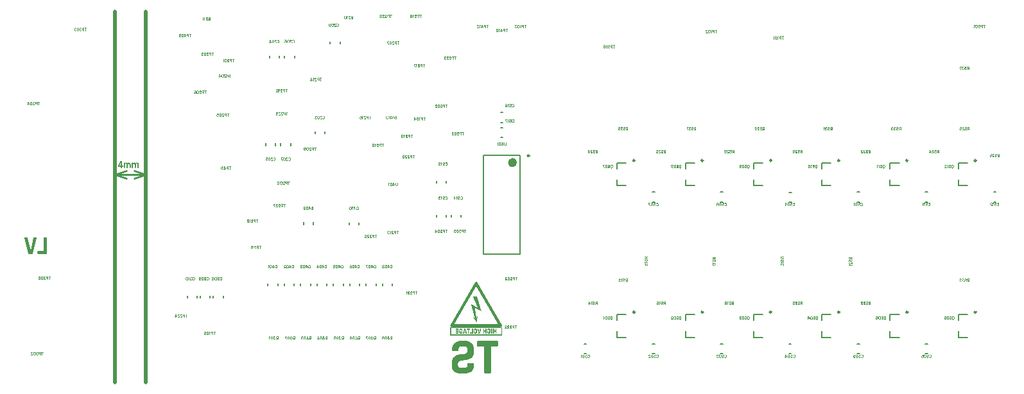
<source format=gbo>
G04*
G04 #@! TF.GenerationSoftware,Altium Limited,Altium Designer,23.3.1 (30)*
G04*
G04 Layer_Color=5220458*
%FSLAX44Y44*%
%MOMM*%
G71*
G04*
G04 #@! TF.SameCoordinates,8A3622D1-8FB1-4EE3-B2AE-39504A90F10B*
G04*
G04*
G04 #@! TF.FilePolarity,Positive*
G04*
G01*
G75*
%ADD10C,0.6000*%
%ADD11C,0.2500*%
%ADD12C,0.2000*%
%ADD15C,0.5000*%
%ADD16C,0.2540*%
G36*
X626597Y137897D02*
X626899D01*
Y137796D01*
X627100D01*
Y137696D01*
X627201D01*
Y137595D01*
X627402D01*
Y137495D01*
X627502D01*
Y137394D01*
X627603D01*
Y137193D01*
X627704D01*
Y137092D01*
X627804D01*
Y136891D01*
X627905D01*
Y136690D01*
X628005D01*
Y136589D01*
X628106D01*
Y136388D01*
X628206D01*
Y136187D01*
X628307D01*
Y135986D01*
X628408D01*
Y135885D01*
X628508D01*
Y135684D01*
X628609D01*
Y135483D01*
X628709D01*
Y135282D01*
X628810D01*
Y135181D01*
X628911D01*
Y134980D01*
X629011D01*
Y134779D01*
X629112D01*
Y134678D01*
X629212D01*
Y134477D01*
X629313D01*
Y134276D01*
X629413D01*
Y134075D01*
X629514D01*
Y133974D01*
X629615D01*
Y133773D01*
X629715D01*
Y133572D01*
X629816D01*
Y133371D01*
X629916D01*
Y133270D01*
X630017D01*
Y133069D01*
X630118D01*
Y132868D01*
X630218D01*
Y132667D01*
X630319D01*
Y132566D01*
X630419D01*
Y132365D01*
X630520D01*
Y132163D01*
X630621D01*
Y132063D01*
X630721D01*
Y131862D01*
X630822D01*
Y131661D01*
X630922D01*
Y131459D01*
X631023D01*
Y131359D01*
X631124D01*
Y131158D01*
X631224D01*
Y130956D01*
X631325D01*
Y130755D01*
X631425D01*
Y130655D01*
X631526D01*
Y130454D01*
X631627D01*
Y130252D01*
X631727D01*
Y130051D01*
X631828D01*
Y129951D01*
X631928D01*
Y129749D01*
X632029D01*
Y129548D01*
X632129D01*
Y129448D01*
X632230D01*
Y129247D01*
X632331D01*
Y129045D01*
X632431D01*
Y128844D01*
X632532D01*
Y128743D01*
X632632D01*
Y128542D01*
X632733D01*
Y128341D01*
X632834D01*
Y128140D01*
X632934D01*
Y128039D01*
X633035D01*
Y127838D01*
X633135D01*
Y127637D01*
X633236D01*
Y127536D01*
X633336D01*
Y127335D01*
X633437D01*
Y127134D01*
X633538D01*
Y126933D01*
X633638D01*
Y126832D01*
X633739D01*
Y126631D01*
X633839D01*
Y126430D01*
X633940D01*
Y126229D01*
X634041D01*
Y126128D01*
X634141D01*
Y125927D01*
X634242D01*
Y125726D01*
X634342D01*
Y125525D01*
X634443D01*
Y125424D01*
X634543D01*
Y125223D01*
X634644D01*
Y125022D01*
X634745D01*
Y124921D01*
X634845D01*
Y124720D01*
X634946D01*
Y124519D01*
X635047D01*
Y124318D01*
X635147D01*
Y124217D01*
X635248D01*
Y124016D01*
X635348D01*
Y123815D01*
X635449D01*
Y123614D01*
X635549D01*
Y123513D01*
X635650D01*
Y123312D01*
X635751D01*
Y123111D01*
X635851D01*
Y122909D01*
X635952D01*
Y122809D01*
X636052D01*
Y122608D01*
X636153D01*
Y122407D01*
X636254D01*
Y122306D01*
X636354D01*
Y122105D01*
X636455D01*
Y121903D01*
X636555D01*
Y121702D01*
X636656D01*
Y121602D01*
X636757D01*
Y121401D01*
X636857D01*
Y121199D01*
X636958D01*
Y120998D01*
X637058D01*
Y120898D01*
X637159D01*
Y120696D01*
X637259D01*
Y120495D01*
X637360D01*
Y120294D01*
X637461D01*
Y120194D01*
X637561D01*
Y119992D01*
X637662D01*
Y119791D01*
X637762D01*
Y119691D01*
X637863D01*
Y119489D01*
X637963D01*
Y119288D01*
X638064D01*
Y119087D01*
X638165D01*
Y118987D01*
X638265D01*
Y118785D01*
X638366D01*
Y118584D01*
X638466D01*
Y118383D01*
X638567D01*
Y118282D01*
X638668D01*
Y118081D01*
X638768D01*
Y117880D01*
X638869D01*
Y117779D01*
X638969D01*
Y117578D01*
X639070D01*
Y117377D01*
X639171D01*
Y117176D01*
X639271D01*
Y117075D01*
X639372D01*
Y116874D01*
X639472D01*
Y116673D01*
X639573D01*
Y116472D01*
X639674D01*
Y116371D01*
X639774D01*
Y116170D01*
X639875D01*
Y115969D01*
X639975D01*
Y115768D01*
X640076D01*
Y115667D01*
X640176D01*
Y115466D01*
X640277D01*
Y115265D01*
X640378D01*
Y115164D01*
X640478D01*
Y114963D01*
X640579D01*
Y114762D01*
X640679D01*
Y114561D01*
X640780D01*
Y114460D01*
X640881D01*
Y114259D01*
X640981D01*
Y114058D01*
X641082D01*
Y113856D01*
X641182D01*
Y113756D01*
X641283D01*
Y113555D01*
X641384D01*
Y113354D01*
X641484D01*
Y113152D01*
X641585D01*
Y113052D01*
X641685D01*
Y112851D01*
X641786D01*
Y112649D01*
X641887D01*
Y112549D01*
X641987D01*
Y112348D01*
X642088D01*
Y112147D01*
X642188D01*
Y111945D01*
X642289D01*
Y111845D01*
X642389D01*
Y111643D01*
X642490D01*
Y111442D01*
X642591D01*
Y111241D01*
X642691D01*
Y111141D01*
X642792D01*
Y110939D01*
X642892D01*
Y110738D01*
X642993D01*
Y110537D01*
X643093D01*
Y110436D01*
X643194D01*
Y110235D01*
X643295D01*
Y110034D01*
X643395D01*
Y109934D01*
X643496D01*
Y109732D01*
X643596D01*
Y109531D01*
X643697D01*
Y109330D01*
X643798D01*
Y109229D01*
X643898D01*
Y109028D01*
X643999D01*
Y108827D01*
X644099D01*
Y108626D01*
X644200D01*
Y108525D01*
X644301D01*
Y108324D01*
X644401D01*
Y108123D01*
X644502D01*
Y107922D01*
X644602D01*
Y107821D01*
X644703D01*
Y107620D01*
X644803D01*
Y107419D01*
X644904D01*
Y107318D01*
X645005D01*
Y107117D01*
X645105D01*
Y106916D01*
X645206D01*
Y106715D01*
X645306D01*
Y106614D01*
X645407D01*
Y106413D01*
X645508D01*
Y106212D01*
X645608D01*
Y106011D01*
X645709D01*
Y105910D01*
X645809D01*
Y105709D01*
X645910D01*
Y105508D01*
X646011D01*
Y105407D01*
X646111D01*
Y105206D01*
X646212D01*
Y105005D01*
X646312D01*
Y104803D01*
X646413D01*
Y104703D01*
X646514D01*
Y104502D01*
X646614D01*
Y104301D01*
X646715D01*
Y104099D01*
X646815D01*
Y103999D01*
X646916D01*
Y103798D01*
X647017D01*
Y103596D01*
X647117D01*
Y103395D01*
X647218D01*
Y103295D01*
X647318D01*
Y103094D01*
X647419D01*
Y102892D01*
X647519D01*
Y102792D01*
X647620D01*
Y102591D01*
X647721D01*
Y102389D01*
X647821D01*
Y102188D01*
X647922D01*
Y102088D01*
X648022D01*
Y101887D01*
X648123D01*
Y101685D01*
X648223D01*
Y101484D01*
X648324D01*
Y101383D01*
X648425D01*
Y101182D01*
X648525D01*
Y100981D01*
X648626D01*
Y100780D01*
X648727D01*
Y100679D01*
X648827D01*
Y100478D01*
X648928D01*
Y100277D01*
X649028D01*
Y100176D01*
X649129D01*
Y99975D01*
X649229D01*
Y99774D01*
X649330D01*
Y99573D01*
X649431D01*
Y99472D01*
X649531D01*
Y99271D01*
X649632D01*
Y99070D01*
X649732D01*
Y98869D01*
X649833D01*
Y98768D01*
X649933D01*
Y98567D01*
X650034D01*
Y98366D01*
X650135D01*
Y98165D01*
X650235D01*
Y98064D01*
X650336D01*
Y97863D01*
X650436D01*
Y97662D01*
X650537D01*
Y97561D01*
X650638D01*
Y97360D01*
X650738D01*
Y97159D01*
X650839D01*
Y96958D01*
X650939D01*
Y96857D01*
X651040D01*
Y96656D01*
X651141D01*
Y96455D01*
X651241D01*
Y96253D01*
X651342D01*
Y96153D01*
X651442D01*
Y95952D01*
X651543D01*
Y95751D01*
X651644D01*
Y95650D01*
X651744D01*
Y95449D01*
X651845D01*
Y95248D01*
X651945D01*
Y95047D01*
X652046D01*
Y94946D01*
X652147D01*
Y94745D01*
X652247D01*
Y94544D01*
X652348D01*
Y94342D01*
X652448D01*
Y94242D01*
X652549D01*
Y94041D01*
X652649D01*
Y93839D01*
X652750D01*
Y93638D01*
X652851D01*
Y93538D01*
X652951D01*
Y93336D01*
X653052D01*
Y93135D01*
X653152D01*
Y93035D01*
X653253D01*
Y92833D01*
X653354D01*
Y92632D01*
X653454D01*
Y92431D01*
X653555D01*
Y92331D01*
X653655D01*
Y92129D01*
X653756D01*
Y91928D01*
X653857D01*
Y91727D01*
X653957D01*
Y91627D01*
X654058D01*
Y91425D01*
X654158D01*
Y91224D01*
X654259D01*
Y91023D01*
X654359D01*
Y90922D01*
X654460D01*
Y90721D01*
X654561D01*
Y90520D01*
X654661D01*
Y90419D01*
X654762D01*
Y90218D01*
X654862D01*
Y90017D01*
X654963D01*
Y89816D01*
X655063D01*
Y89715D01*
X655164D01*
Y89514D01*
X655265D01*
Y89313D01*
X655365D01*
Y89112D01*
X655466D01*
Y89011D01*
X655566D01*
Y88810D01*
X655667D01*
Y88609D01*
X655768D01*
Y88408D01*
X655868D01*
Y88307D01*
X655969D01*
Y88106D01*
X656069D01*
Y87905D01*
X656170D01*
Y87804D01*
X656271D01*
Y87603D01*
X656371D01*
Y87402D01*
X656472D01*
Y87201D01*
X656572D01*
Y87100D01*
X656673D01*
Y86899D01*
X656774D01*
Y86698D01*
X656874D01*
Y86496D01*
X656975D01*
Y86396D01*
X657075D01*
Y86195D01*
X657176D01*
Y85993D01*
X657277D01*
Y85893D01*
X657377D01*
Y85692D01*
X657478D01*
Y85491D01*
X657578D01*
Y85289D01*
X657679D01*
Y85189D01*
X657779D01*
Y84988D01*
X657880D01*
Y84787D01*
X657981D01*
Y84585D01*
X658081D01*
Y84485D01*
X658182D01*
Y84284D01*
X658282D01*
Y84082D01*
X658383D01*
Y83881D01*
X658484D01*
Y83781D01*
X658584D01*
Y83579D01*
X658685D01*
Y83378D01*
X658785D01*
Y83278D01*
X658886D01*
Y83076D01*
X658987D01*
Y82875D01*
X659087D01*
Y82674D01*
X659188D01*
Y82573D01*
X659288D01*
Y82372D01*
X659389D01*
Y82171D01*
X659489D01*
Y81970D01*
X659590D01*
Y81869D01*
X659691D01*
Y81668D01*
X659791D01*
Y81467D01*
X659892D01*
Y81266D01*
X659992D01*
Y81165D01*
X660093D01*
Y80864D01*
X660193D01*
Y79858D01*
X660093D01*
Y79556D01*
X659992D01*
Y79355D01*
X659892D01*
Y79254D01*
X659791D01*
Y79153D01*
X659691D01*
Y79053D01*
X659590D01*
Y78952D01*
X659489D01*
Y78852D01*
X659389D01*
Y78751D01*
X659188D01*
Y78651D01*
X658886D01*
Y78550D01*
X660193D01*
Y67385D01*
X592095D01*
Y78550D01*
X593403D01*
Y78651D01*
X593101D01*
Y78751D01*
X592900D01*
Y78852D01*
X592799D01*
Y78952D01*
X592699D01*
Y79053D01*
X592598D01*
Y79153D01*
X592498D01*
Y79254D01*
X592397D01*
Y79355D01*
X592296D01*
Y79556D01*
X592196D01*
Y79858D01*
X592095D01*
Y80864D01*
X592196D01*
Y81065D01*
X592296D01*
Y81266D01*
X592397D01*
Y81467D01*
X592498D01*
Y81668D01*
X592598D01*
Y81869D01*
X592699D01*
Y81970D01*
X592799D01*
Y82171D01*
X592900D01*
Y82372D01*
X593001D01*
Y82473D01*
X593101D01*
Y82674D01*
X593202D01*
Y82875D01*
X593302D01*
Y83076D01*
X593403D01*
Y83177D01*
X593503D01*
Y83378D01*
X593604D01*
Y83579D01*
X593705D01*
Y83781D01*
X593805D01*
Y83881D01*
X593906D01*
Y84082D01*
X594007D01*
Y84284D01*
X594107D01*
Y84485D01*
X594208D01*
Y84585D01*
X594308D01*
Y84787D01*
X594409D01*
Y84988D01*
X594509D01*
Y85088D01*
X594610D01*
Y85289D01*
X594711D01*
Y85491D01*
X594811D01*
Y85692D01*
X594912D01*
Y85792D01*
X595012D01*
Y85993D01*
X595113D01*
Y86195D01*
X595214D01*
Y86396D01*
X595314D01*
Y86496D01*
X595415D01*
Y86698D01*
X595515D01*
Y86899D01*
X595616D01*
Y87100D01*
X595717D01*
Y87201D01*
X595817D01*
Y87402D01*
X595918D01*
Y87603D01*
X596018D01*
Y87704D01*
X596119D01*
Y87905D01*
X596219D01*
Y88106D01*
X596320D01*
Y88307D01*
X596421D01*
Y88408D01*
X596521D01*
Y88609D01*
X596622D01*
Y88810D01*
X596722D01*
Y89011D01*
X596823D01*
Y89112D01*
X596923D01*
Y89313D01*
X597024D01*
Y89514D01*
X597125D01*
Y89715D01*
X597225D01*
Y89816D01*
X597326D01*
Y90017D01*
X597426D01*
Y90218D01*
X597527D01*
Y90319D01*
X597628D01*
Y90520D01*
X597728D01*
Y90721D01*
X597829D01*
Y90922D01*
X597929D01*
Y91023D01*
X598030D01*
Y91224D01*
X598131D01*
Y91425D01*
X598231D01*
Y91627D01*
X598332D01*
Y91727D01*
X598432D01*
Y91928D01*
X598533D01*
Y92129D01*
X598633D01*
Y92230D01*
X598734D01*
Y92431D01*
X598835D01*
Y92632D01*
X598935D01*
Y92833D01*
X599036D01*
Y92934D01*
X599137D01*
Y93135D01*
X599237D01*
Y93336D01*
X599338D01*
Y93538D01*
X599438D01*
Y93638D01*
X599539D01*
Y93839D01*
X599639D01*
Y94041D01*
X599740D01*
Y94242D01*
X599841D01*
Y94342D01*
X599941D01*
Y94544D01*
X600042D01*
Y94745D01*
X600142D01*
Y94845D01*
X600243D01*
Y95047D01*
X600344D01*
Y95248D01*
X600444D01*
Y95449D01*
X600545D01*
Y95549D01*
X600645D01*
Y95751D01*
X600746D01*
Y95952D01*
X600846D01*
Y96153D01*
X600947D01*
Y96253D01*
X601048D01*
Y96455D01*
X601148D01*
Y96656D01*
X601249D01*
Y96857D01*
X601349D01*
Y96958D01*
X601450D01*
Y97159D01*
X601551D01*
Y97360D01*
X601651D01*
Y97461D01*
X601752D01*
Y97662D01*
X601852D01*
Y97863D01*
X601953D01*
Y98064D01*
X602053D01*
Y98165D01*
X602154D01*
Y98366D01*
X602255D01*
Y98567D01*
X602355D01*
Y98768D01*
X602456D01*
Y98869D01*
X602556D01*
Y99070D01*
X602657D01*
Y99271D01*
X602758D01*
Y99472D01*
X602858D01*
Y99573D01*
X602959D01*
Y99774D01*
X603059D01*
Y99975D01*
X603160D01*
Y100076D01*
X603261D01*
Y100277D01*
X603361D01*
Y100478D01*
X603462D01*
Y100679D01*
X603562D01*
Y100780D01*
X603663D01*
Y100981D01*
X603764D01*
Y101182D01*
X603864D01*
Y101383D01*
X603965D01*
Y101484D01*
X604065D01*
Y101685D01*
X604166D01*
Y101887D01*
X604267D01*
Y102088D01*
X604367D01*
Y102188D01*
X604468D01*
Y102389D01*
X604568D01*
Y102591D01*
X604669D01*
Y102691D01*
X604769D01*
Y102892D01*
X604870D01*
Y103094D01*
X604971D01*
Y103295D01*
X605071D01*
Y103395D01*
X605172D01*
Y103596D01*
X605272D01*
Y103798D01*
X605373D01*
Y103999D01*
X605474D01*
Y104099D01*
X605574D01*
Y104301D01*
X605675D01*
Y104502D01*
X605775D01*
Y104602D01*
X605876D01*
Y104803D01*
X605976D01*
Y105005D01*
X606077D01*
Y105206D01*
X606178D01*
Y105307D01*
X606278D01*
Y105508D01*
X606379D01*
Y105709D01*
X606479D01*
Y105910D01*
X606580D01*
Y106011D01*
X606681D01*
Y106212D01*
X606781D01*
Y106413D01*
X606882D01*
Y106614D01*
X606982D01*
Y106715D01*
X607083D01*
Y106916D01*
X607183D01*
Y107117D01*
X607284D01*
Y107218D01*
X607385D01*
Y107419D01*
X607485D01*
Y107620D01*
X607586D01*
Y107821D01*
X607687D01*
Y107922D01*
X607787D01*
Y108123D01*
X607888D01*
Y108324D01*
X607988D01*
Y108525D01*
X608089D01*
Y108626D01*
X608189D01*
Y108827D01*
X608290D01*
Y109028D01*
X608391D01*
Y109229D01*
X608491D01*
Y109330D01*
X608592D01*
Y109531D01*
X608692D01*
Y109732D01*
X608793D01*
Y109833D01*
X608894D01*
Y110034D01*
X608994D01*
Y110235D01*
X609095D01*
Y110436D01*
X609195D01*
Y110537D01*
X609296D01*
Y110738D01*
X609397D01*
Y110939D01*
X609497D01*
Y111141D01*
X609598D01*
Y111241D01*
X609698D01*
Y111342D01*
Y111442D01*
X609799D01*
Y111643D01*
X609899D01*
Y111845D01*
X610000D01*
Y111945D01*
X610101D01*
Y112147D01*
X610201D01*
Y112348D01*
X610302D01*
Y112448D01*
X610402D01*
Y112649D01*
X610503D01*
Y112851D01*
X610603D01*
Y113052D01*
X610704D01*
Y113152D01*
X610805D01*
Y113354D01*
X610905D01*
Y113555D01*
X611006D01*
Y113756D01*
X611106D01*
Y113856D01*
X611207D01*
Y114058D01*
X611308D01*
Y114259D01*
X611408D01*
Y114359D01*
X611509D01*
Y114561D01*
X611609D01*
Y114762D01*
X611710D01*
Y114963D01*
X611811D01*
Y115063D01*
X611911D01*
Y115265D01*
X612012D01*
Y115466D01*
X612112D01*
Y115667D01*
X612213D01*
Y115768D01*
X612313D01*
Y115969D01*
X612414D01*
Y116170D01*
X612515D01*
Y116371D01*
X612615D01*
Y116472D01*
X612716D01*
Y116673D01*
X612817D01*
Y116874D01*
X612917D01*
Y116975D01*
X613018D01*
Y117176D01*
X613118D01*
Y117377D01*
X613219D01*
Y117578D01*
X613319D01*
Y117679D01*
X613420D01*
Y117880D01*
X613521D01*
Y118081D01*
X613621D01*
Y118282D01*
X613722D01*
Y118383D01*
X613822D01*
Y118584D01*
X613923D01*
Y118785D01*
X614024D01*
Y118987D01*
X614124D01*
Y119087D01*
X614225D01*
Y119288D01*
X614325D01*
Y119489D01*
X614426D01*
Y119590D01*
X614526D01*
Y119791D01*
X614627D01*
Y119992D01*
X614728D01*
Y120194D01*
X614828D01*
Y120294D01*
X614929D01*
Y120495D01*
X615029D01*
Y120696D01*
X615130D01*
Y120898D01*
X615231D01*
Y120998D01*
X615331D01*
Y121199D01*
X615432D01*
Y121401D01*
X615532D01*
Y121602D01*
X615633D01*
Y121702D01*
X615733D01*
Y121903D01*
X615834D01*
Y122105D01*
X615935D01*
Y122205D01*
X616035D01*
Y122407D01*
X616136D01*
Y122608D01*
X616236D01*
Y122809D01*
X616337D01*
Y122909D01*
X616438D01*
Y123111D01*
X616538D01*
Y123312D01*
X616639D01*
Y123513D01*
X616739D01*
Y123614D01*
X616840D01*
Y123815D01*
X616941D01*
Y124016D01*
X617041D01*
Y124217D01*
X617142D01*
Y124318D01*
X617242D01*
Y124519D01*
X617343D01*
Y124720D01*
X617444D01*
Y124821D01*
X617544D01*
Y125022D01*
X617645D01*
Y125223D01*
X617745D01*
Y125424D01*
X617846D01*
Y125525D01*
X617947D01*
Y125726D01*
X618047D01*
Y125927D01*
X618148D01*
Y126128D01*
X618248D01*
Y126229D01*
X618349D01*
Y126430D01*
X618449D01*
Y126631D01*
X618550D01*
Y126732D01*
X618651D01*
Y126933D01*
X618751D01*
Y127134D01*
X618852D01*
Y127335D01*
X618952D01*
Y127436D01*
X619053D01*
Y127637D01*
X619154D01*
Y127838D01*
X619254D01*
Y128039D01*
X619355D01*
Y128140D01*
X619455D01*
Y128341D01*
X619556D01*
Y128542D01*
X619656D01*
Y128743D01*
X619757D01*
Y128844D01*
X619858D01*
Y129045D01*
X619958D01*
Y129247D01*
X620059D01*
Y129347D01*
X620159D01*
Y129548D01*
X620260D01*
Y129749D01*
X620361D01*
Y129951D01*
X620461D01*
Y130051D01*
X620562D01*
Y130252D01*
X620662D01*
Y130454D01*
X620763D01*
Y130655D01*
X620863D01*
Y130755D01*
X620964D01*
Y130956D01*
X621065D01*
Y131158D01*
X621165D01*
Y131359D01*
X621266D01*
Y131459D01*
X621367D01*
Y131661D01*
X621467D01*
Y131862D01*
X621568D01*
Y131962D01*
X621668D01*
Y132163D01*
X621769D01*
Y132365D01*
X621869D01*
Y132566D01*
X621970D01*
Y132667D01*
X622071D01*
Y132868D01*
X622171D01*
Y133069D01*
X622272D01*
Y133270D01*
X622372D01*
Y133371D01*
X622473D01*
Y133572D01*
X622574D01*
Y133773D01*
X622674D01*
Y133974D01*
X622775D01*
Y134075D01*
X622875D01*
Y134276D01*
X622976D01*
Y134477D01*
X623077D01*
Y134578D01*
X623177D01*
Y134779D01*
X623278D01*
Y134980D01*
X623378D01*
Y135181D01*
X623479D01*
Y135282D01*
X623579D01*
Y135483D01*
X623680D01*
Y135684D01*
X623781D01*
Y135885D01*
X623881D01*
Y135986D01*
X623982D01*
Y136187D01*
X624082D01*
Y136388D01*
X624183D01*
Y136489D01*
X624283D01*
Y136690D01*
X624384D01*
Y136891D01*
X624485D01*
Y137092D01*
X624585D01*
Y137193D01*
X624686D01*
Y137394D01*
X624786D01*
Y137495D01*
X624887D01*
Y137595D01*
X625088D01*
Y137696D01*
X625189D01*
Y137796D01*
X625390D01*
Y137897D01*
X625692D01*
Y137998D01*
X626597D01*
Y137897D01*
D02*
G37*
G36*
X46301Y196334D02*
X46487Y196288D01*
X46625Y196149D01*
X46672Y196011D01*
Y195779D01*
Y195687D01*
Y195640D01*
X41488Y175694D01*
X41396Y175463D01*
X41303Y175278D01*
X41164Y175185D01*
X41026Y175093D01*
X40748Y175000D01*
X36305D01*
X36074Y175046D01*
X35889Y175093D01*
X35657Y175370D01*
X35565Y175602D01*
X35519Y175648D01*
Y175694D01*
X30335Y195640D01*
Y195872D01*
X30382Y196057D01*
X30474Y196196D01*
X30613Y196288D01*
X30891Y196381D01*
X34130D01*
X34362Y196334D01*
X34547Y196288D01*
X34824Y196057D01*
X34917Y195779D01*
X34963Y195733D01*
Y195687D01*
X38434Y179304D01*
X38573D01*
X42090Y195687D01*
X42136Y195918D01*
X42229Y196103D01*
X42368Y196196D01*
X42507Y196288D01*
X42784Y196381D01*
X46024D01*
X46301Y196334D01*
D02*
G37*
G36*
X59537D02*
X59722Y196288D01*
X59815Y196149D01*
X59907Y196057D01*
X60000Y195779D01*
Y195733D01*
Y195687D01*
Y175694D01*
X59954Y175463D01*
X59907Y175278D01*
X59769Y175185D01*
X59630Y175093D01*
X59398Y175000D01*
X48338D01*
X48106Y175046D01*
X47921Y175093D01*
X47829Y175231D01*
X47736Y175370D01*
X47644Y175602D01*
Y175648D01*
Y175694D01*
Y177962D01*
X47690Y178193D01*
X47736Y178378D01*
X47875Y178471D01*
X47968Y178563D01*
X48245Y178656D01*
X55372D01*
X55603Y178702D01*
X55696Y178841D01*
X55742Y178980D01*
Y179026D01*
Y195687D01*
X55789Y195918D01*
X55835Y196103D01*
X55974Y196196D01*
X56066Y196288D01*
X56344Y196381D01*
X59306D01*
X59537Y196334D01*
D02*
G37*
G36*
X654268Y60065D02*
X654638Y59973D01*
X654823Y59695D01*
X655008Y59510D01*
X655193Y58955D01*
Y58862D01*
Y58769D01*
Y54233D01*
X655101Y53770D01*
X655008Y53400D01*
X654731Y53214D01*
X654453Y53029D01*
X653990Y52844D01*
X646213D01*
X645750Y52751D01*
X645565Y52474D01*
X645472Y52196D01*
Y52103D01*
Y18773D01*
X645380Y18311D01*
X645194Y17940D01*
X645009Y17755D01*
X644732Y17570D01*
X644176Y17385D01*
X638343D01*
X637881Y17477D01*
X637510Y17570D01*
X637325Y17848D01*
X637140Y18125D01*
X636955Y18588D01*
Y18681D01*
Y18773D01*
Y52103D01*
X636862Y52566D01*
X636584Y52751D01*
X636307Y52844D01*
X628622D01*
X628159Y52937D01*
X627789Y53029D01*
X627511Y53307D01*
X627326Y53585D01*
X627141Y54048D01*
Y54140D01*
Y54233D01*
Y58769D01*
X627233Y59232D01*
X627326Y59602D01*
X627604Y59788D01*
X627882Y59973D01*
X628344Y60158D01*
X653805D01*
X654268Y60065D01*
D02*
G37*
G36*
X613994D02*
X615661Y59695D01*
X617049Y59232D01*
X618253Y58769D01*
X619179Y58214D01*
X619827Y57751D01*
X620197Y57381D01*
X620382Y57288D01*
X621308Y56177D01*
X622049Y54881D01*
X622512Y53492D01*
X622882Y52196D01*
X623067Y51085D01*
X623160Y50066D01*
X623252Y49696D01*
Y49511D01*
Y49326D01*
Y49233D01*
Y46919D01*
X623160Y45437D01*
X622975Y44141D01*
X622789Y43030D01*
X622419Y42012D01*
X622141Y41271D01*
X621956Y40623D01*
X621771Y40253D01*
X621679Y40160D01*
X621030Y39234D01*
X620382Y38494D01*
X619734Y37938D01*
X619179Y37475D01*
X618623Y37105D01*
X618160Y36827D01*
X617883Y36734D01*
X617790Y36642D01*
X616031Y35994D01*
X615198Y35809D01*
X614457Y35531D01*
X613716Y35346D01*
X613253Y35253D01*
X612883Y35161D01*
X612790D01*
X610846Y34790D01*
X609920Y34698D01*
X609180Y34605D01*
X608532Y34513D01*
X608069Y34420D01*
X607698D01*
X606124Y34142D01*
X605476Y33957D01*
X604921Y33679D01*
X604458Y33494D01*
X604088Y33309D01*
X603903Y33216D01*
X603810Y33124D01*
X603254Y32661D01*
X602884Y32198D01*
X602606Y31735D01*
X602421Y31272D01*
X602329Y30809D01*
X602236Y30439D01*
Y30254D01*
Y30161D01*
Y29420D01*
Y28495D01*
X602421Y27661D01*
X602514Y27013D01*
X602699Y26458D01*
X602884Y26088D01*
X603069Y25810D01*
X603162Y25717D01*
X603254Y25625D01*
X603717Y25347D01*
X604273Y25069D01*
X605476Y24791D01*
X606032D01*
X606495Y24699D01*
X610939D01*
X611679Y24884D01*
X612328Y24976D01*
X612883Y25162D01*
X613253Y25347D01*
X613531Y25439D01*
X613624Y25625D01*
X613716D01*
X614087Y25995D01*
X614272Y26550D01*
X614642Y27661D01*
Y28217D01*
X614735Y28680D01*
Y28958D01*
Y29050D01*
Y29606D01*
X614827Y30069D01*
X614920Y30439D01*
X615198Y30624D01*
X615383Y30809D01*
X615938Y30994D01*
X621771D01*
X622234Y30902D01*
X622604Y30809D01*
X622789Y30531D01*
X622975Y30346D01*
X623160Y29791D01*
Y29698D01*
Y29606D01*
Y28310D01*
X623067Y26458D01*
X622697Y24791D01*
X622234Y23403D01*
X621679Y22292D01*
X621216Y21366D01*
X620753Y20718D01*
X620382Y20255D01*
X620290Y20162D01*
X619086Y19236D01*
X617790Y18588D01*
X616401Y18033D01*
X615105Y17755D01*
X613901Y17570D01*
X612976Y17477D01*
X612605Y17385D01*
X604828D01*
X602977Y17477D01*
X601403Y17848D01*
X600014Y18311D01*
X598811Y18773D01*
X597977Y19329D01*
X597329Y19699D01*
X596866Y20070D01*
X596774Y20162D01*
X595755Y21366D01*
X595015Y22662D01*
X594552Y23958D01*
X594181Y25347D01*
X593996Y26458D01*
X593811Y27476D01*
Y27847D01*
Y28124D01*
Y28217D01*
Y28310D01*
Y30531D01*
X593904Y31920D01*
X594089Y33216D01*
X594274Y34327D01*
X594552Y35346D01*
X594922Y36086D01*
X595107Y36642D01*
X595292Y37012D01*
X595385Y37105D01*
X596033Y38031D01*
X596681Y38771D01*
X597329Y39420D01*
X597885Y39882D01*
X598440Y40253D01*
X598903Y40530D01*
X599181Y40716D01*
X599273D01*
X600940Y41364D01*
X602699Y41827D01*
X604365Y42197D01*
X605939Y42475D01*
X607235Y42660D01*
X608346Y42845D01*
X608717D01*
X608995Y42938D01*
X609272D01*
X610198Y43030D01*
X611031Y43215D01*
X611772Y43401D01*
X612420Y43678D01*
X612976Y43956D01*
X613439Y44326D01*
X614087Y44882D01*
X614457Y45530D01*
X614642Y46085D01*
X614735Y46456D01*
Y46548D01*
Y47845D01*
Y48863D01*
X614550Y49696D01*
X614457Y50437D01*
X614272Y50992D01*
X614087Y51363D01*
X613994Y51640D01*
X613809Y51733D01*
Y51826D01*
X613346Y52196D01*
X612790Y52381D01*
X611587Y52751D01*
X611031D01*
X610569Y52844D01*
X606587D01*
X605847Y52659D01*
X605199Y52566D01*
X604736Y52381D01*
X604365Y52196D01*
X604088Y52103D01*
X603903Y51918D01*
X603532Y51548D01*
X603347Y50992D01*
X602977Y49789D01*
Y49233D01*
X602884Y48863D01*
Y48493D01*
Y48400D01*
Y48030D01*
X602791Y47567D01*
X602606Y47196D01*
X602421Y47011D01*
X602143Y46826D01*
X601588Y46641D01*
X595755D01*
X595292Y46733D01*
X594922Y46826D01*
X594737Y47104D01*
X594552Y47382D01*
X594366Y47845D01*
Y47937D01*
Y48030D01*
Y49233D01*
X594459Y51085D01*
X594829Y52751D01*
X595292Y54140D01*
X595848Y55251D01*
X596403Y56177D01*
X596866Y56733D01*
X597237Y57195D01*
X597329Y57288D01*
X598533Y58214D01*
X599829Y58955D01*
X601218Y59417D01*
X602514Y59788D01*
X603717Y59973D01*
X604643Y60158D01*
X612142D01*
X613994Y60065D01*
D02*
G37*
G36*
X179412Y295313D02*
X179635Y295276D01*
X179875Y295202D01*
X180135Y295110D01*
X180375Y294961D01*
X180597Y294776D01*
X180616Y294758D01*
X180690Y294665D01*
X180764Y294554D01*
X180875Y294369D01*
X180968Y294147D01*
X181060Y293869D01*
X181116Y293536D01*
X181134Y293165D01*
Y288832D01*
Y288814D01*
Y288795D01*
X181098Y288703D01*
X181060Y288647D01*
X181023Y288592D01*
X180949Y288573D01*
X180857Y288555D01*
X179690D01*
X179598Y288592D01*
X179542Y288629D01*
X179487Y288666D01*
X179468Y288740D01*
X179450Y288832D01*
Y293091D01*
Y293110D01*
Y293165D01*
Y293239D01*
X179431Y293332D01*
X179375Y293536D01*
X179320Y293628D01*
X179264Y293702D01*
X179227Y293739D01*
X179190Y293758D01*
X179135Y293795D01*
X179042Y293832D01*
X178950Y293850D01*
X178820Y293887D01*
X178302D01*
X178190Y293869D01*
X178042Y293832D01*
X177876Y293758D01*
X177709Y293628D01*
X177561Y293443D01*
X177505Y293332D01*
X177450Y293202D01*
X177431Y293036D01*
X177413Y292850D01*
Y288832D01*
Y288814D01*
Y288795D01*
X177376Y288703D01*
X177339Y288647D01*
X177302Y288592D01*
X177227Y288573D01*
X177135Y288555D01*
X175968D01*
X175876Y288592D01*
X175820Y288629D01*
X175765Y288666D01*
X175746Y288740D01*
X175728Y288832D01*
Y293091D01*
Y293110D01*
Y293165D01*
Y293239D01*
X175709Y293332D01*
X175654Y293536D01*
X175598Y293628D01*
X175543Y293702D01*
X175506Y293739D01*
X175468Y293758D01*
X175413Y293795D01*
X175320Y293832D01*
X175228Y293850D01*
X175098Y293887D01*
X174487D01*
X174376Y293869D01*
X174246Y293832D01*
X174080Y293758D01*
X173913Y293647D01*
X173765Y293462D01*
X173709Y293351D01*
X173654Y293202D01*
X173635Y293054D01*
X173617Y292869D01*
Y288832D01*
Y288814D01*
Y288795D01*
X173580Y288703D01*
X173543Y288647D01*
X173487Y288592D01*
X173413Y288573D01*
X173321Y288555D01*
X172154D01*
X172061Y288592D01*
X172006Y288629D01*
X171950Y288666D01*
X171932Y288740D01*
X171913Y288832D01*
Y295072D01*
Y295091D01*
Y295110D01*
X171950Y295221D01*
X171987Y295258D01*
X172024Y295313D01*
X172098Y295332D01*
X172191Y295350D01*
X173376D01*
X173469Y295313D01*
X173524Y295276D01*
X173580Y295239D01*
X173598Y295165D01*
X173617Y295072D01*
Y294628D01*
X173654D01*
Y294647D01*
X173691Y294684D01*
X173728Y294739D01*
X173783Y294813D01*
X173950Y294980D01*
X174061Y295072D01*
X174191Y295147D01*
X174209Y295165D01*
X174265Y295184D01*
X174339Y295221D01*
X174450Y295258D01*
X174580Y295295D01*
X174728Y295313D01*
X174894Y295350D01*
X175561D01*
X175635Y295332D01*
X175839Y295313D01*
X176098Y295239D01*
X176376Y295147D01*
X176653Y294998D01*
X176894Y294776D01*
X177024Y294647D01*
X177116Y294499D01*
Y294517D01*
X177135Y294536D01*
X177209Y294628D01*
X177320Y294776D01*
X177487Y294924D01*
X177690Y295072D01*
X177968Y295221D01*
X178283Y295313D01*
X178468Y295350D01*
X179227D01*
X179412Y295313D01*
D02*
G37*
G36*
X168765D02*
X168988Y295276D01*
X169228Y295202D01*
X169488Y295110D01*
X169728Y294961D01*
X169951Y294776D01*
X169969Y294758D01*
X170043Y294665D01*
X170117Y294554D01*
X170228Y294369D01*
X170321Y294147D01*
X170413Y293869D01*
X170469Y293536D01*
X170487Y293165D01*
Y288832D01*
Y288814D01*
Y288795D01*
X170450Y288703D01*
X170413Y288647D01*
X170376Y288592D01*
X170302Y288573D01*
X170210Y288555D01*
X169043D01*
X168951Y288592D01*
X168895Y288629D01*
X168839Y288666D01*
X168821Y288740D01*
X168803Y288832D01*
Y293091D01*
Y293110D01*
Y293165D01*
Y293239D01*
X168784Y293332D01*
X168728Y293536D01*
X168673Y293628D01*
X168617Y293702D01*
X168580Y293739D01*
X168543Y293758D01*
X168488Y293795D01*
X168395Y293832D01*
X168302Y293850D01*
X168173Y293887D01*
X167654D01*
X167543Y293869D01*
X167395Y293832D01*
X167229Y293758D01*
X167062Y293628D01*
X166914Y293443D01*
X166858Y293332D01*
X166803Y293202D01*
X166784Y293036D01*
X166766Y292850D01*
Y288832D01*
Y288814D01*
Y288795D01*
X166729Y288703D01*
X166692Y288647D01*
X166654Y288592D01*
X166581Y288573D01*
X166488Y288555D01*
X165321D01*
X165229Y288592D01*
X165173Y288629D01*
X165118Y288666D01*
X165099Y288740D01*
X165081Y288832D01*
Y293091D01*
Y293110D01*
Y293165D01*
Y293239D01*
X165062Y293332D01*
X165007Y293536D01*
X164951Y293628D01*
X164895Y293702D01*
X164858Y293739D01*
X164821Y293758D01*
X164766Y293795D01*
X164673Y293832D01*
X164581Y293850D01*
X164451Y293887D01*
X163840D01*
X163729Y293869D01*
X163599Y293832D01*
X163433Y293758D01*
X163266Y293647D01*
X163118Y293462D01*
X163062Y293351D01*
X163007Y293202D01*
X162988Y293054D01*
X162970Y292869D01*
Y288832D01*
Y288814D01*
Y288795D01*
X162933Y288703D01*
X162896Y288647D01*
X162840Y288592D01*
X162766Y288573D01*
X162673Y288555D01*
X161507D01*
X161414Y288592D01*
X161359Y288629D01*
X161303Y288666D01*
X161285Y288740D01*
X161266Y288832D01*
Y295072D01*
Y295091D01*
Y295110D01*
X161303Y295221D01*
X161340Y295258D01*
X161377Y295313D01*
X161451Y295332D01*
X161544Y295350D01*
X162729D01*
X162822Y295313D01*
X162877Y295276D01*
X162933Y295239D01*
X162951Y295165D01*
X162970Y295072D01*
Y294628D01*
X163007D01*
Y294647D01*
X163044Y294684D01*
X163081Y294739D01*
X163136Y294813D01*
X163303Y294980D01*
X163414Y295072D01*
X163544Y295147D01*
X163562Y295165D01*
X163618Y295184D01*
X163692Y295221D01*
X163803Y295258D01*
X163933Y295295D01*
X164081Y295313D01*
X164247Y295350D01*
X164914D01*
X164988Y295332D01*
X165192Y295313D01*
X165451Y295239D01*
X165729Y295147D01*
X166006Y294998D01*
X166247Y294776D01*
X166377Y294647D01*
X166469Y294499D01*
Y294517D01*
X166488Y294536D01*
X166562Y294628D01*
X166673Y294776D01*
X166840Y294924D01*
X167043Y295072D01*
X167321Y295221D01*
X167636Y295313D01*
X167821Y295350D01*
X168580D01*
X168765Y295313D01*
D02*
G37*
G36*
X158766Y297091D02*
X158878Y297054D01*
X158989Y296980D01*
X159007Y296961D01*
X159063Y296887D01*
X159118Y296776D01*
X159137Y296628D01*
Y291573D01*
X160137D01*
X160229Y291536D01*
X160322Y291462D01*
X160340Y291406D01*
X160359Y291314D01*
Y290406D01*
Y290388D01*
Y290369D01*
X160322Y290258D01*
X160248Y290166D01*
X160192Y290129D01*
X160100Y290110D01*
X159137D01*
Y288832D01*
Y288814D01*
Y288740D01*
X159118Y288666D01*
X159081Y288610D01*
X159063D01*
X159044Y288592D01*
X158970Y288573D01*
X158878Y288555D01*
X157804D01*
X157692Y288592D01*
X157637Y288629D01*
X157600Y288666D01*
X157563Y288740D01*
X157544Y288832D01*
Y290110D01*
X154211D01*
X154119Y290129D01*
X154008Y290166D01*
X153878Y290240D01*
X153860Y290258D01*
X153822Y290332D01*
X153767Y290443D01*
X153749Y290592D01*
Y291110D01*
Y291129D01*
Y291184D01*
Y291258D01*
X153767Y291351D01*
X153804Y291573D01*
X153878Y291777D01*
X156545Y296702D01*
Y296721D01*
X156563Y296739D01*
X156618Y296832D01*
X156693Y296943D01*
X156785Y297017D01*
X156804Y297035D01*
X156878Y297072D01*
X156970Y297091D01*
X157119Y297109D01*
X158674D01*
X158766Y297091D01*
D02*
G37*
G36*
X654735Y322117D02*
X654818Y322090D01*
X654855Y322071D01*
X654883Y322062D01*
X654901Y322043D01*
X654910D01*
X655511Y321664D01*
X655548Y321646D01*
X655567Y321618D01*
X655604Y321562D01*
X655613Y321516D01*
Y321507D01*
Y321498D01*
Y320952D01*
X655604Y320906D01*
X655594Y320878D01*
X655567Y320860D01*
X655493D01*
X655483Y320869D01*
X655474D01*
X654818Y321239D01*
Y318003D01*
X654809Y317957D01*
X654799Y317920D01*
X654772Y317901D01*
X654744Y317883D01*
X654698Y317864D01*
X654106D01*
X654060Y317873D01*
X654023Y317883D01*
X654014Y317892D01*
X654004D01*
X653986Y317920D01*
X653977Y317957D01*
Y317994D01*
Y318003D01*
Y321997D01*
X653986Y322043D01*
X653995Y322080D01*
X654023Y322099D01*
X654041Y322117D01*
X654097Y322136D01*
X654651D01*
X654735Y322117D01*
D02*
G37*
G36*
X662242Y322127D02*
X662279Y322117D01*
X662307Y322090D01*
X662325Y322071D01*
X662344Y322015D01*
Y322006D01*
Y321997D01*
Y319889D01*
X662335Y319843D01*
X662316Y319815D01*
X662270Y319778D01*
X662214Y319760D01*
X661650D01*
X661613Y319769D01*
X661576Y319778D01*
X661512Y319834D01*
X661475Y319880D01*
X661456Y319889D01*
Y319898D01*
X661419Y319944D01*
X661373Y319981D01*
X661336Y320000D01*
X661290Y320019D01*
X661253Y320028D01*
X661225Y320037D01*
X660800D01*
X660726Y320019D01*
X660661Y320009D01*
X660615Y319991D01*
X660587Y319972D01*
X660559Y319954D01*
X660541Y319944D01*
Y319935D01*
X660504Y319889D01*
X660485Y319834D01*
X660448Y319704D01*
Y319639D01*
X660439Y319593D01*
Y319556D01*
Y319547D01*
Y318955D01*
Y318881D01*
X660458Y318817D01*
X660467Y318761D01*
X660485Y318724D01*
X660504Y318687D01*
X660522Y318669D01*
X660532Y318659D01*
X660541Y318650D01*
X660587Y318622D01*
X660633Y318604D01*
X660735Y318576D01*
X660781D01*
X660818Y318567D01*
X661244D01*
X661299Y318576D01*
X661355Y318595D01*
X661392Y318613D01*
X661428Y318622D01*
X661447Y318641D01*
X661465Y318650D01*
X661493Y318687D01*
X661521Y318733D01*
X661549Y318835D01*
Y318881D01*
X661558Y318918D01*
Y318946D01*
Y318955D01*
Y319075D01*
X661567Y319122D01*
X661576Y319159D01*
X661604Y319186D01*
X661623Y319205D01*
X661678Y319223D01*
X662261D01*
X662307Y319214D01*
X662344Y319205D01*
X662362Y319177D01*
X662381Y319149D01*
X662399Y319103D01*
Y319085D01*
Y319075D01*
Y318946D01*
X662390Y318761D01*
X662353Y318595D01*
X662307Y318456D01*
X662251Y318345D01*
X662205Y318262D01*
X662159Y318197D01*
X662122Y318151D01*
X662113Y318142D01*
X661992Y318049D01*
X661863Y317985D01*
X661734Y317929D01*
X661595Y317901D01*
X661484Y317883D01*
X661382Y317873D01*
X661345Y317864D01*
X660716D01*
X660532Y317873D01*
X660374Y317910D01*
X660236Y317957D01*
X660116Y318003D01*
X660032Y318058D01*
X659968Y318095D01*
X659921Y318132D01*
X659912Y318142D01*
X659820Y318262D01*
X659746Y318391D01*
X659699Y318521D01*
X659662Y318650D01*
X659644Y318770D01*
X659626Y318863D01*
Y318900D01*
Y318927D01*
Y318937D01*
Y318946D01*
Y319676D01*
X659635Y319861D01*
X659672Y320019D01*
X659718Y320157D01*
X659783Y320277D01*
X659866Y320379D01*
X659949Y320462D01*
X660042Y320527D01*
X660134Y320583D01*
X660236Y320629D01*
X660328Y320656D01*
X660411Y320684D01*
X660495Y320693D01*
X660559Y320703D01*
X660606Y320712D01*
X660938D01*
X661086Y320693D01*
X661216Y320656D01*
X661308Y320610D01*
X661382Y320546D01*
X661438Y320481D01*
X661465Y320434D01*
X661484Y320398D01*
X661493Y320379D01*
Y321359D01*
X659884D01*
X659838Y321368D01*
X659801Y321378D01*
X659783Y321405D01*
X659764Y321433D01*
X659746Y321479D01*
Y321488D01*
Y321498D01*
Y321997D01*
X659755Y322043D01*
X659764Y322080D01*
X659792Y322099D01*
X659810Y322117D01*
X659866Y322136D01*
X662196D01*
X662242Y322127D01*
D02*
G37*
G36*
X665931D02*
X665968Y322117D01*
X665986Y322090D01*
X666005Y322071D01*
X666023Y322015D01*
Y322006D01*
Y321997D01*
Y318946D01*
X666014Y318761D01*
X665977Y318595D01*
X665931Y318456D01*
X665876Y318345D01*
X665829Y318262D01*
X665783Y318197D01*
X665746Y318151D01*
X665737Y318142D01*
X665617Y318049D01*
X665487Y317985D01*
X665358Y317929D01*
X665219Y317901D01*
X665108Y317883D01*
X665006Y317873D01*
X664969Y317864D01*
X664193D01*
X664008Y317873D01*
X663851Y317910D01*
X663712Y317957D01*
X663592Y318003D01*
X663509Y318058D01*
X663444Y318095D01*
X663398Y318132D01*
X663389Y318142D01*
X663287Y318262D01*
X663213Y318391D01*
X663167Y318521D01*
X663130Y318650D01*
X663111Y318770D01*
X663093Y318863D01*
Y318900D01*
Y318927D01*
Y318937D01*
Y318946D01*
Y322006D01*
X663102Y322052D01*
X663111Y322080D01*
X663167Y322117D01*
X663213Y322136D01*
X663805D01*
X663851Y322127D01*
X663888Y322117D01*
X663906Y322090D01*
X663925Y322071D01*
X663943Y322015D01*
Y322006D01*
Y321997D01*
Y318983D01*
Y318909D01*
X663962Y318844D01*
X663971Y318789D01*
X663989Y318752D01*
X664008Y318715D01*
X664017Y318696D01*
X664036Y318687D01*
Y318678D01*
X664073Y318650D01*
X664119Y318632D01*
X664211Y318604D01*
X664258D01*
X664295Y318595D01*
X664868D01*
X664923Y318604D01*
X664979Y318622D01*
X665016Y318641D01*
X665053Y318650D01*
X665071Y318669D01*
X665090Y318678D01*
X665117Y318715D01*
X665145Y318761D01*
X665173Y318863D01*
Y318909D01*
X665182Y318946D01*
Y318974D01*
Y318983D01*
Y321997D01*
X665191Y322043D01*
X665201Y322080D01*
X665228Y322099D01*
X665247Y322117D01*
X665302Y322136D01*
X665885D01*
X665931Y322127D01*
D02*
G37*
G36*
X658072D02*
X658230Y322090D01*
X658368Y322052D01*
X658479Y321997D01*
X658572Y321951D01*
X658636Y321905D01*
X658682Y321868D01*
X658692Y321858D01*
X658784Y321747D01*
X658858Y321618D01*
X658904Y321479D01*
X658941Y321350D01*
X658960Y321239D01*
X658969Y321137D01*
X658978Y321100D01*
Y321082D01*
Y321063D01*
Y321054D01*
Y318946D01*
X658969Y318761D01*
X658932Y318595D01*
X658886Y318456D01*
X658830Y318345D01*
X658784Y318262D01*
X658738Y318197D01*
X658701Y318151D01*
X658692Y318142D01*
X658572Y318049D01*
X658442Y317985D01*
X658313Y317929D01*
X658183Y317901D01*
X658063Y317883D01*
X657971Y317873D01*
X657934Y317864D01*
X657222D01*
X657037Y317873D01*
X656870Y317910D01*
X656732Y317957D01*
X656621Y318003D01*
X656528Y318058D01*
X656464Y318095D01*
X656417Y318132D01*
X656408Y318142D01*
X656316Y318262D01*
X656242Y318391D01*
X656195Y318521D01*
X656159Y318650D01*
X656140Y318770D01*
X656122Y318863D01*
Y318900D01*
Y318927D01*
Y318937D01*
Y318946D01*
Y321054D01*
X656131Y321239D01*
X656168Y321396D01*
X656214Y321535D01*
X656260Y321646D01*
X656316Y321738D01*
X656362Y321794D01*
X656399Y321840D01*
X656408Y321849D01*
X656528Y321942D01*
X656658Y322015D01*
X656787Y322062D01*
X656926Y322099D01*
X657037Y322117D01*
X657139Y322136D01*
X657887D01*
X658072Y322127D01*
D02*
G37*
G36*
X511203Y268921D02*
X511286Y268893D01*
X511323Y268875D01*
X511351Y268866D01*
X511369Y268847D01*
X511378D01*
X511979Y268468D01*
X512016Y268449D01*
X512035Y268422D01*
X512072Y268366D01*
X512081Y268320D01*
Y268311D01*
Y268302D01*
Y267756D01*
X512072Y267710D01*
X512063Y267682D01*
X512035Y267664D01*
X511961D01*
X511952Y267673D01*
X511942D01*
X511286Y268043D01*
Y264807D01*
X511277Y264760D01*
X511268Y264723D01*
X511240Y264705D01*
X511212Y264687D01*
X511166Y264668D01*
X510574D01*
X510528Y264677D01*
X510491Y264687D01*
X510482Y264696D01*
X510472D01*
X510454Y264723D01*
X510445Y264760D01*
Y264797D01*
Y264807D01*
Y268801D01*
X510454Y268847D01*
X510463Y268884D01*
X510491Y268902D01*
X510509Y268921D01*
X510565Y268939D01*
X511119D01*
X511203Y268921D01*
D02*
G37*
G36*
X522640Y268930D02*
X522677Y268921D01*
X522695Y268893D01*
X522714Y268875D01*
X522732Y268819D01*
Y268810D01*
Y268801D01*
Y265750D01*
X522723Y265565D01*
X522686Y265398D01*
X522640Y265260D01*
X522584Y265149D01*
X522538Y265066D01*
X522492Y265001D01*
X522455Y264955D01*
X522445Y264945D01*
X522325Y264853D01*
X522196Y264788D01*
X522066Y264733D01*
X521928Y264705D01*
X521817Y264687D01*
X521715Y264677D01*
X521678Y264668D01*
X520901D01*
X520717Y264677D01*
X520559Y264714D01*
X520421Y264760D01*
X520300Y264807D01*
X520217Y264862D01*
X520153Y264899D01*
X520106Y264936D01*
X520097Y264945D01*
X519995Y265066D01*
X519921Y265195D01*
X519875Y265324D01*
X519838Y265454D01*
X519820Y265574D01*
X519801Y265667D01*
Y265704D01*
Y265731D01*
Y265741D01*
Y265750D01*
Y268810D01*
X519810Y268856D01*
X519820Y268884D01*
X519875Y268921D01*
X519921Y268939D01*
X520513D01*
X520559Y268930D01*
X520596Y268921D01*
X520615Y268893D01*
X520633Y268875D01*
X520652Y268819D01*
Y268810D01*
Y268801D01*
Y265787D01*
Y265713D01*
X520670Y265648D01*
X520680Y265593D01*
X520698Y265556D01*
X520717Y265519D01*
X520726Y265500D01*
X520744Y265491D01*
Y265482D01*
X520781Y265454D01*
X520827Y265435D01*
X520920Y265408D01*
X520966D01*
X521003Y265398D01*
X521576D01*
X521632Y265408D01*
X521687Y265426D01*
X521724Y265445D01*
X521761Y265454D01*
X521780Y265472D01*
X521798Y265482D01*
X521826Y265519D01*
X521854Y265565D01*
X521881Y265667D01*
Y265713D01*
X521891Y265750D01*
Y265777D01*
Y265787D01*
Y268801D01*
X521900Y268847D01*
X521909Y268884D01*
X521937Y268902D01*
X521955Y268921D01*
X522011Y268939D01*
X522593D01*
X522640Y268930D01*
D02*
G37*
G36*
X517582D02*
X517628Y268921D01*
X517665Y268902D01*
X517675Y268893D01*
X517721Y268856D01*
X517758Y268801D01*
X517786Y268755D01*
X517795Y268745D01*
Y268736D01*
X519126Y266277D01*
X519163Y266175D01*
X519182Y266064D01*
X519191Y266018D01*
Y265981D01*
Y265953D01*
Y265944D01*
Y265685D01*
X519182Y265611D01*
X519154Y265556D01*
X519136Y265519D01*
X519126Y265509D01*
X519062Y265472D01*
X519006Y265454D01*
X518960Y265445D01*
X517296D01*
Y264807D01*
X517286Y264760D01*
X517268Y264723D01*
X517249Y264705D01*
X517222Y264687D01*
X517166Y264668D01*
X516630D01*
X516584Y264677D01*
X516547Y264687D01*
X516537Y264696D01*
X516528D01*
X516510Y264723D01*
X516501Y264760D01*
Y264797D01*
Y264807D01*
Y265445D01*
X516020D01*
X515974Y265454D01*
X515946Y265472D01*
X515909Y265519D01*
X515890Y265574D01*
Y265583D01*
Y265593D01*
Y266046D01*
X515900Y266092D01*
X515909Y266120D01*
X515955Y266157D01*
X516001Y266175D01*
X516501D01*
Y268699D01*
X516510Y268773D01*
X516537Y268829D01*
X516565Y268866D01*
X516574Y268875D01*
X516630Y268912D01*
X516685Y268930D01*
X516732Y268939D01*
X517508D01*
X517582Y268930D01*
D02*
G37*
G36*
X514540D02*
X514698Y268893D01*
X514836Y268856D01*
X514947Y268801D01*
X515040Y268755D01*
X515104Y268708D01*
X515151Y268671D01*
X515160Y268662D01*
X515252Y268551D01*
X515326Y268422D01*
X515373Y268283D01*
X515410Y268154D01*
X515428Y268043D01*
X515437Y267941D01*
X515447Y267904D01*
Y267885D01*
Y267867D01*
Y267858D01*
Y265750D01*
X515437Y265565D01*
X515400Y265398D01*
X515354Y265260D01*
X515299Y265149D01*
X515252Y265066D01*
X515206Y265001D01*
X515169Y264955D01*
X515160Y264945D01*
X515040Y264853D01*
X514910Y264788D01*
X514781Y264733D01*
X514651Y264705D01*
X514531Y264687D01*
X514439Y264677D01*
X514402Y264668D01*
X513690D01*
X513505Y264677D01*
X513339Y264714D01*
X513200Y264760D01*
X513089Y264807D01*
X512996Y264862D01*
X512932Y264899D01*
X512885Y264936D01*
X512876Y264945D01*
X512784Y265066D01*
X512710Y265195D01*
X512663Y265324D01*
X512627Y265454D01*
X512608Y265574D01*
X512590Y265667D01*
Y265704D01*
Y265731D01*
Y265741D01*
Y265750D01*
Y267858D01*
X512599Y268043D01*
X512636Y268200D01*
X512682Y268339D01*
X512728Y268449D01*
X512784Y268542D01*
X512830Y268597D01*
X512867Y268644D01*
X512876Y268653D01*
X512996Y268745D01*
X513126Y268819D01*
X513255Y268866D01*
X513394Y268902D01*
X513505Y268921D01*
X513607Y268939D01*
X514356D01*
X514540Y268930D01*
D02*
G37*
G36*
X606345Y207127D02*
X606382Y207117D01*
X606410Y207090D01*
X606428Y207071D01*
X606447Y207015D01*
Y207006D01*
Y206997D01*
Y204889D01*
X606438Y204843D01*
X606419Y204815D01*
X606373Y204778D01*
X606317Y204760D01*
X605754D01*
X605717Y204769D01*
X605680Y204778D01*
X605615Y204834D01*
X605578Y204880D01*
X605559Y204889D01*
Y204898D01*
X605522Y204944D01*
X605476Y204981D01*
X605439Y205000D01*
X605393Y205019D01*
X605356Y205028D01*
X605328Y205037D01*
X604903D01*
X604829Y205019D01*
X604764Y205009D01*
X604718Y204991D01*
X604690Y204972D01*
X604663Y204954D01*
X604644Y204944D01*
Y204935D01*
X604607Y204889D01*
X604589Y204834D01*
X604552Y204704D01*
Y204639D01*
X604542Y204593D01*
Y204556D01*
Y204547D01*
Y203955D01*
Y203881D01*
X604561Y203817D01*
X604570Y203761D01*
X604589Y203724D01*
X604607Y203687D01*
X604626Y203669D01*
X604635Y203659D01*
X604644Y203650D01*
X604690Y203622D01*
X604737Y203604D01*
X604838Y203576D01*
X604884D01*
X604921Y203567D01*
X605347D01*
X605402Y203576D01*
X605458Y203595D01*
X605495Y203613D01*
X605532Y203622D01*
X605550Y203641D01*
X605569Y203650D01*
X605596Y203687D01*
X605624Y203733D01*
X605652Y203835D01*
Y203881D01*
X605661Y203918D01*
Y203946D01*
Y203955D01*
Y204075D01*
X605670Y204122D01*
X605680Y204159D01*
X605707Y204186D01*
X605726Y204205D01*
X605781Y204223D01*
X606364D01*
X606410Y204214D01*
X606447Y204205D01*
X606465Y204177D01*
X606484Y204149D01*
X606502Y204103D01*
Y204085D01*
Y204075D01*
Y203946D01*
X606493Y203761D01*
X606456Y203595D01*
X606410Y203456D01*
X606354Y203345D01*
X606308Y203262D01*
X606262Y203197D01*
X606225Y203151D01*
X606216Y203142D01*
X606096Y203049D01*
X605966Y202985D01*
X605837Y202929D01*
X605698Y202901D01*
X605587Y202883D01*
X605485Y202873D01*
X605448Y202864D01*
X604820D01*
X604635Y202873D01*
X604478Y202910D01*
X604339Y202957D01*
X604219Y203003D01*
X604136Y203058D01*
X604071Y203095D01*
X604025Y203132D01*
X604015Y203142D01*
X603923Y203262D01*
X603849Y203391D01*
X603803Y203521D01*
X603766Y203650D01*
X603747Y203770D01*
X603729Y203863D01*
Y203900D01*
Y203927D01*
Y203937D01*
Y203946D01*
Y204676D01*
X603738Y204861D01*
X603775Y205019D01*
X603821Y205157D01*
X603886Y205277D01*
X603969Y205379D01*
X604052Y205462D01*
X604145Y205527D01*
X604237Y205583D01*
X604339Y205629D01*
X604431Y205656D01*
X604515Y205684D01*
X604598Y205693D01*
X604663Y205703D01*
X604709Y205712D01*
X605042D01*
X605190Y205693D01*
X605319Y205656D01*
X605411Y205610D01*
X605485Y205546D01*
X605541Y205481D01*
X605569Y205434D01*
X605587Y205398D01*
X605596Y205379D01*
Y206359D01*
X603988D01*
X603941Y206368D01*
X603904Y206378D01*
X603886Y206405D01*
X603867Y206433D01*
X603849Y206479D01*
Y206488D01*
Y206498D01*
Y206997D01*
X603858Y207043D01*
X603867Y207080D01*
X603895Y207099D01*
X603914Y207117D01*
X603969Y207136D01*
X606299D01*
X606345Y207127D01*
D02*
G37*
G36*
X599411D02*
X599448Y207117D01*
X599476Y207090D01*
X599494Y207071D01*
X599513Y207015D01*
Y207006D01*
Y206997D01*
Y204889D01*
X599504Y204843D01*
X599485Y204815D01*
X599439Y204778D01*
X599383Y204760D01*
X598819D01*
X598782Y204769D01*
X598745Y204778D01*
X598681Y204834D01*
X598644Y204880D01*
X598625Y204889D01*
Y204898D01*
X598588Y204944D01*
X598542Y204981D01*
X598505Y205000D01*
X598459Y205019D01*
X598422Y205028D01*
X598394Y205037D01*
X597969D01*
X597895Y205019D01*
X597830Y205009D01*
X597784Y204991D01*
X597756Y204972D01*
X597728Y204954D01*
X597710Y204944D01*
Y204935D01*
X597673Y204889D01*
X597654Y204834D01*
X597617Y204704D01*
Y204639D01*
X597608Y204593D01*
Y204556D01*
Y204547D01*
Y203955D01*
Y203881D01*
X597627Y203817D01*
X597636Y203761D01*
X597654Y203724D01*
X597673Y203687D01*
X597691Y203669D01*
X597701Y203659D01*
X597710Y203650D01*
X597756Y203622D01*
X597802Y203604D01*
X597904Y203576D01*
X597950D01*
X597987Y203567D01*
X598413D01*
X598468Y203576D01*
X598523Y203595D01*
X598560Y203613D01*
X598597Y203622D01*
X598616Y203641D01*
X598634Y203650D01*
X598662Y203687D01*
X598690Y203733D01*
X598718Y203835D01*
Y203881D01*
X598727Y203918D01*
Y203946D01*
Y203955D01*
Y204075D01*
X598736Y204122D01*
X598745Y204159D01*
X598773Y204186D01*
X598792Y204205D01*
X598847Y204223D01*
X599430D01*
X599476Y204214D01*
X599513Y204205D01*
X599531Y204177D01*
X599550Y204149D01*
X599568Y204103D01*
Y204085D01*
Y204075D01*
Y203946D01*
X599559Y203761D01*
X599522Y203595D01*
X599476Y203456D01*
X599420Y203345D01*
X599374Y203262D01*
X599328Y203197D01*
X599291Y203151D01*
X599282Y203142D01*
X599161Y203049D01*
X599032Y202985D01*
X598903Y202929D01*
X598764Y202901D01*
X598653Y202883D01*
X598551Y202873D01*
X598514Y202864D01*
X597886D01*
X597701Y202873D01*
X597543Y202910D01*
X597405Y202957D01*
X597285Y203003D01*
X597201Y203058D01*
X597137Y203095D01*
X597090Y203132D01*
X597081Y203142D01*
X596989Y203262D01*
X596915Y203391D01*
X596869Y203521D01*
X596832Y203650D01*
X596813Y203770D01*
X596795Y203863D01*
Y203900D01*
Y203927D01*
Y203937D01*
Y203946D01*
Y204676D01*
X596804Y204861D01*
X596841Y205019D01*
X596887Y205157D01*
X596952Y205277D01*
X597035Y205379D01*
X597118Y205462D01*
X597211Y205527D01*
X597303Y205583D01*
X597405Y205629D01*
X597497Y205656D01*
X597580Y205684D01*
X597664Y205693D01*
X597728Y205703D01*
X597775Y205712D01*
X598107D01*
X598255Y205693D01*
X598385Y205656D01*
X598477Y205610D01*
X598551Y205546D01*
X598607Y205481D01*
X598634Y205434D01*
X598653Y205398D01*
X598662Y205379D01*
Y206359D01*
X597053D01*
X597007Y206368D01*
X596970Y206378D01*
X596952Y206405D01*
X596933Y206433D01*
X596915Y206479D01*
Y206488D01*
Y206498D01*
Y206997D01*
X596924Y207043D01*
X596933Y207080D01*
X596961Y207099D01*
X596979Y207117D01*
X597035Y207136D01*
X599365D01*
X599411Y207127D01*
D02*
G37*
G36*
X613113D02*
X613150Y207117D01*
X613168Y207090D01*
X613187Y207071D01*
X613205Y207015D01*
Y207006D01*
Y206997D01*
Y206544D01*
X613196Y206498D01*
X613187Y206461D01*
X613159Y206442D01*
X613131Y206424D01*
X613085Y206405D01*
X612309D01*
X612262Y206396D01*
X612244Y206368D01*
X612235Y206341D01*
Y206331D01*
Y203003D01*
X612225Y202957D01*
X612207Y202920D01*
X612188Y202901D01*
X612161Y202883D01*
X612105Y202864D01*
X611523D01*
X611477Y202873D01*
X611440Y202883D01*
X611421Y202910D01*
X611403Y202938D01*
X611384Y202985D01*
Y202994D01*
Y203003D01*
Y206331D01*
X611375Y206378D01*
X611347Y206396D01*
X611319Y206405D01*
X610552D01*
X610506Y206415D01*
X610469Y206424D01*
X610441Y206452D01*
X610423Y206479D01*
X610404Y206525D01*
Y206535D01*
Y206544D01*
Y206997D01*
X610413Y207043D01*
X610423Y207080D01*
X610450Y207099D01*
X610478Y207117D01*
X610524Y207136D01*
X613067D01*
X613113Y207127D01*
D02*
G37*
G36*
X609812D02*
X609849Y207117D01*
X609868Y207090D01*
X609886Y207071D01*
X609905Y207015D01*
Y207006D01*
Y206997D01*
Y203003D01*
X609896Y202957D01*
X609886Y202920D01*
X609859Y202901D01*
X609831Y202883D01*
X609785Y202864D01*
X609193D01*
X609147Y202873D01*
X609110Y202883D01*
X609091Y202910D01*
X609073Y202938D01*
X609054Y202985D01*
Y202994D01*
Y203003D01*
Y204260D01*
X609045Y204307D01*
X609017Y204325D01*
X608989Y204334D01*
X608139D01*
X607954Y204344D01*
X607797Y204380D01*
X607658Y204427D01*
X607538Y204473D01*
X607455Y204529D01*
X607390Y204566D01*
X607344Y204602D01*
X607335Y204612D01*
X607242Y204732D01*
X607168Y204861D01*
X607122Y204991D01*
X607085Y205120D01*
X607066Y205240D01*
X607048Y205333D01*
Y205370D01*
Y205398D01*
Y205407D01*
Y205416D01*
Y206054D01*
X607057Y206239D01*
X607094Y206396D01*
X607140Y206535D01*
X607187Y206646D01*
X607242Y206738D01*
X607288Y206794D01*
X607325Y206840D01*
X607335Y206849D01*
X607455Y206942D01*
X607584Y207015D01*
X607714Y207062D01*
X607843Y207099D01*
X607963Y207117D01*
X608056Y207136D01*
X609766D01*
X609812Y207127D01*
D02*
G37*
G36*
X602175D02*
X602333Y207090D01*
X602471Y207052D01*
X602582Y206997D01*
X602675Y206951D01*
X602739Y206905D01*
X602786Y206868D01*
X602795Y206858D01*
X602887Y206747D01*
X602961Y206618D01*
X603008Y206479D01*
X603045Y206350D01*
X603063Y206239D01*
X603072Y206137D01*
X603082Y206100D01*
Y206082D01*
Y206063D01*
Y206054D01*
Y203946D01*
X603072Y203761D01*
X603035Y203595D01*
X602989Y203456D01*
X602934Y203345D01*
X602887Y203262D01*
X602841Y203197D01*
X602804Y203151D01*
X602795Y203142D01*
X602675Y203049D01*
X602545Y202985D01*
X602416Y202929D01*
X602286Y202901D01*
X602166Y202883D01*
X602074Y202873D01*
X602037Y202864D01*
X601325D01*
X601140Y202873D01*
X600974Y202910D01*
X600835Y202957D01*
X600724Y203003D01*
X600631Y203058D01*
X600567Y203095D01*
X600521Y203132D01*
X600511Y203142D01*
X600419Y203262D01*
X600345Y203391D01*
X600299Y203521D01*
X600262Y203650D01*
X600243Y203770D01*
X600225Y203863D01*
Y203900D01*
Y203927D01*
Y203937D01*
Y203946D01*
Y206054D01*
X600234Y206239D01*
X600271Y206396D01*
X600317Y206535D01*
X600363Y206646D01*
X600419Y206738D01*
X600465Y206794D01*
X600502Y206840D01*
X600511Y206849D01*
X600631Y206942D01*
X600761Y207015D01*
X600890Y207062D01*
X601029Y207099D01*
X601140Y207117D01*
X601242Y207136D01*
X601991D01*
X602175Y207127D01*
D02*
G37*
G36*
X581567D02*
X581604Y207117D01*
X581632Y207090D01*
X581650Y207071D01*
X581669Y207015D01*
Y207006D01*
Y206997D01*
Y204889D01*
X581660Y204843D01*
X581641Y204815D01*
X581595Y204778D01*
X581539Y204760D01*
X580975D01*
X580938Y204769D01*
X580901Y204778D01*
X580837Y204834D01*
X580800Y204880D01*
X580781Y204889D01*
Y204898D01*
X580744Y204944D01*
X580698Y204981D01*
X580661Y205000D01*
X580615Y205019D01*
X580578Y205028D01*
X580550Y205037D01*
X580125D01*
X580051Y205019D01*
X579986Y205009D01*
X579940Y204991D01*
X579912Y204972D01*
X579884Y204954D01*
X579866Y204944D01*
Y204935D01*
X579829Y204889D01*
X579810Y204834D01*
X579773Y204704D01*
Y204639D01*
X579764Y204593D01*
Y204556D01*
Y204547D01*
Y203955D01*
Y203881D01*
X579783Y203817D01*
X579792Y203761D01*
X579810Y203724D01*
X579829Y203687D01*
X579847Y203669D01*
X579857Y203659D01*
X579866Y203650D01*
X579912Y203622D01*
X579958Y203604D01*
X580060Y203576D01*
X580106D01*
X580143Y203567D01*
X580569D01*
X580624Y203576D01*
X580680Y203595D01*
X580717Y203613D01*
X580754Y203622D01*
X580772Y203641D01*
X580790Y203650D01*
X580818Y203687D01*
X580846Y203733D01*
X580874Y203835D01*
Y203881D01*
X580883Y203918D01*
Y203946D01*
Y203955D01*
Y204075D01*
X580892Y204122D01*
X580901Y204159D01*
X580929Y204186D01*
X580948Y204205D01*
X581003Y204223D01*
X581586D01*
X581632Y204214D01*
X581669Y204205D01*
X581687Y204177D01*
X581706Y204149D01*
X581724Y204103D01*
Y204085D01*
Y204075D01*
Y203946D01*
X581715Y203761D01*
X581678Y203595D01*
X581632Y203456D01*
X581576Y203345D01*
X581530Y203262D01*
X581484Y203197D01*
X581447Y203151D01*
X581438Y203142D01*
X581317Y203049D01*
X581188Y202985D01*
X581059Y202929D01*
X580920Y202901D01*
X580809Y202883D01*
X580707Y202873D01*
X580670Y202864D01*
X580042D01*
X579857Y202873D01*
X579700Y202910D01*
X579561Y202957D01*
X579441Y203003D01*
X579357Y203058D01*
X579293Y203095D01*
X579246Y203132D01*
X579237Y203142D01*
X579145Y203262D01*
X579071Y203391D01*
X579025Y203521D01*
X578988Y203650D01*
X578969Y203770D01*
X578951Y203863D01*
Y203900D01*
Y203927D01*
Y203937D01*
Y203946D01*
Y204676D01*
X578960Y204861D01*
X578997Y205019D01*
X579043Y205157D01*
X579108Y205277D01*
X579191Y205379D01*
X579274Y205462D01*
X579367Y205527D01*
X579459Y205583D01*
X579561Y205629D01*
X579653Y205656D01*
X579737Y205684D01*
X579820Y205693D01*
X579884Y205703D01*
X579931Y205712D01*
X580263D01*
X580411Y205693D01*
X580541Y205656D01*
X580633Y205610D01*
X580707Y205546D01*
X580763Y205481D01*
X580790Y205434D01*
X580809Y205398D01*
X580818Y205379D01*
Y206359D01*
X579210D01*
X579163Y206368D01*
X579126Y206378D01*
X579108Y206405D01*
X579089Y206433D01*
X579071Y206479D01*
Y206488D01*
Y206498D01*
Y206997D01*
X579080Y207043D01*
X579089Y207080D01*
X579117Y207099D01*
X579136Y207117D01*
X579191Y207136D01*
X581521D01*
X581567Y207127D01*
D02*
G37*
G36*
X588335D02*
X588372Y207117D01*
X588390Y207090D01*
X588409Y207071D01*
X588427Y207015D01*
Y207006D01*
Y206997D01*
Y206544D01*
X588418Y206498D01*
X588409Y206461D01*
X588381Y206442D01*
X588353Y206424D01*
X588307Y206405D01*
X587531D01*
X587484Y206396D01*
X587466Y206368D01*
X587457Y206341D01*
Y206331D01*
Y203003D01*
X587447Y202957D01*
X587429Y202920D01*
X587410Y202901D01*
X587383Y202883D01*
X587327Y202864D01*
X586745D01*
X586698Y202873D01*
X586661Y202883D01*
X586643Y202910D01*
X586624Y202938D01*
X586606Y202985D01*
Y202994D01*
Y203003D01*
Y206331D01*
X586597Y206378D01*
X586569Y206396D01*
X586541Y206405D01*
X585774D01*
X585728Y206415D01*
X585691Y206424D01*
X585663Y206452D01*
X585644Y206479D01*
X585626Y206525D01*
Y206535D01*
Y206544D01*
Y206997D01*
X585635Y207043D01*
X585644Y207080D01*
X585672Y207099D01*
X585700Y207117D01*
X585746Y207136D01*
X588289D01*
X588335Y207127D01*
D02*
G37*
G36*
X585034D02*
X585071Y207117D01*
X585090Y207090D01*
X585108Y207071D01*
X585127Y207015D01*
Y207006D01*
Y206997D01*
Y203003D01*
X585117Y202957D01*
X585108Y202920D01*
X585080Y202901D01*
X585053Y202883D01*
X585006Y202864D01*
X584415D01*
X584369Y202873D01*
X584332Y202883D01*
X584313Y202910D01*
X584295Y202938D01*
X584276Y202985D01*
Y202994D01*
Y203003D01*
Y204260D01*
X584267Y204307D01*
X584239Y204325D01*
X584211Y204334D01*
X583361D01*
X583176Y204344D01*
X583019Y204380D01*
X582880Y204427D01*
X582760Y204473D01*
X582677Y204529D01*
X582612Y204566D01*
X582566Y204602D01*
X582556Y204612D01*
X582464Y204732D01*
X582390Y204861D01*
X582344Y204991D01*
X582307Y205120D01*
X582288Y205240D01*
X582270Y205333D01*
Y205370D01*
Y205398D01*
Y205407D01*
Y205416D01*
Y206054D01*
X582279Y206239D01*
X582316Y206396D01*
X582362Y206535D01*
X582408Y206646D01*
X582464Y206738D01*
X582510Y206794D01*
X582547Y206840D01*
X582556Y206849D01*
X582677Y206942D01*
X582806Y207015D01*
X582935Y207062D01*
X583065Y207099D01*
X583185Y207117D01*
X583278Y207136D01*
X584988D01*
X585034Y207127D01*
D02*
G37*
G36*
X577397D02*
X577555Y207090D01*
X577693Y207052D01*
X577804Y206997D01*
X577897Y206951D01*
X577961Y206905D01*
X578008Y206868D01*
X578017Y206858D01*
X578109Y206747D01*
X578183Y206618D01*
X578229Y206479D01*
X578266Y206350D01*
X578285Y206239D01*
X578294Y206137D01*
X578303Y206100D01*
Y206082D01*
Y206063D01*
Y206054D01*
Y203946D01*
X578294Y203761D01*
X578257Y203595D01*
X578211Y203456D01*
X578156Y203345D01*
X578109Y203262D01*
X578063Y203197D01*
X578026Y203151D01*
X578017Y203142D01*
X577897Y203049D01*
X577767Y202985D01*
X577638Y202929D01*
X577508Y202901D01*
X577388Y202883D01*
X577296Y202873D01*
X577259Y202864D01*
X576547D01*
X576362Y202873D01*
X576195Y202910D01*
X576057Y202957D01*
X575946Y203003D01*
X575853Y203058D01*
X575789Y203095D01*
X575742Y203132D01*
X575733Y203142D01*
X575641Y203262D01*
X575567Y203391D01*
X575521Y203521D01*
X575484Y203650D01*
X575465Y203770D01*
X575447Y203863D01*
Y203900D01*
Y203927D01*
Y203937D01*
Y203946D01*
Y206054D01*
X575456Y206239D01*
X575493Y206396D01*
X575539Y206535D01*
X575585Y206646D01*
X575641Y206738D01*
X575687Y206794D01*
X575724Y206840D01*
X575733Y206849D01*
X575853Y206942D01*
X575983Y207015D01*
X576112Y207062D01*
X576251Y207099D01*
X576362Y207117D01*
X576464Y207136D01*
X577212D01*
X577397Y207127D01*
D02*
G37*
G36*
X573265D02*
X573311Y207117D01*
X573348Y207099D01*
X573357Y207090D01*
X573403Y207052D01*
X573440Y206997D01*
X573468Y206951D01*
X573477Y206942D01*
Y206932D01*
X574809Y204473D01*
X574846Y204371D01*
X574864Y204260D01*
X574873Y204214D01*
Y204177D01*
Y204149D01*
Y204140D01*
Y203881D01*
X574864Y203807D01*
X574836Y203752D01*
X574818Y203715D01*
X574809Y203706D01*
X574744Y203669D01*
X574688Y203650D01*
X574642Y203641D01*
X572978D01*
Y203003D01*
X572969Y202957D01*
X572950Y202920D01*
X572932Y202901D01*
X572904Y202883D01*
X572849Y202864D01*
X572312D01*
X572266Y202873D01*
X572229Y202883D01*
X572220Y202892D01*
X572211D01*
X572192Y202920D01*
X572183Y202957D01*
Y202994D01*
Y203003D01*
Y203641D01*
X571702D01*
X571656Y203650D01*
X571628Y203669D01*
X571591Y203715D01*
X571573Y203770D01*
Y203780D01*
Y203789D01*
Y204242D01*
X571582Y204288D01*
X571591Y204316D01*
X571637Y204353D01*
X571684Y204371D01*
X572183D01*
Y206895D01*
X572192Y206969D01*
X572220Y207025D01*
X572248Y207062D01*
X572257Y207071D01*
X572312Y207108D01*
X572368Y207127D01*
X572414Y207136D01*
X573191D01*
X573265Y207127D01*
D02*
G37*
G36*
X666190Y144497D02*
X666356Y144460D01*
X666495Y144423D01*
X666606Y144368D01*
X666698Y144322D01*
X666763Y144275D01*
X666809Y144238D01*
X666819Y144229D01*
X666911Y144118D01*
X666985Y143989D01*
X667031Y143859D01*
X667068Y143730D01*
X667087Y143610D01*
X667096Y143517D01*
X667105Y143480D01*
Y143453D01*
Y143443D01*
Y143434D01*
Y143249D01*
X667096Y143203D01*
X667087Y143166D01*
X667059Y143147D01*
X667031Y143129D01*
X666985Y143110D01*
X666403D01*
X666356Y143120D01*
X666319Y143129D01*
X666292Y143157D01*
X666273Y143184D01*
X666255Y143231D01*
Y143240D01*
Y143249D01*
Y143415D01*
Y143490D01*
X666245Y143554D01*
X666227Y143600D01*
X666208Y143647D01*
X666199Y143674D01*
X666181Y143693D01*
X666171Y143711D01*
X666134Y143739D01*
X666088Y143767D01*
X665996Y143795D01*
X665949Y143804D01*
X665478D01*
X665413Y143785D01*
X665358Y143776D01*
X665312Y143758D01*
X665275Y143739D01*
X665256Y143730D01*
X665238Y143711D01*
X665201Y143674D01*
X665182Y143628D01*
X665145Y143536D01*
Y143490D01*
X665136Y143453D01*
Y143425D01*
Y143415D01*
Y143110D01*
Y143036D01*
X665154Y142972D01*
X665164Y142916D01*
X665182Y142879D01*
X665201Y142842D01*
X665219Y142824D01*
X665228Y142815D01*
X665238Y142805D01*
X665275Y142778D01*
X665321Y142759D01*
X665432Y142731D01*
X665478D01*
X665515Y142722D01*
X665894D01*
X665940Y142713D01*
X665977Y142704D01*
X665996Y142676D01*
X666014Y142648D01*
X666033Y142602D01*
Y142583D01*
Y142574D01*
Y142177D01*
X666023Y142130D01*
X666014Y142093D01*
X665986Y142075D01*
X665959Y142056D01*
X665912Y142038D01*
X665478D01*
X665413Y142020D01*
X665358Y142010D01*
X665312Y141992D01*
X665275Y141973D01*
X665256Y141964D01*
X665238Y141945D01*
X665201Y141909D01*
X665182Y141862D01*
X665145Y141761D01*
Y141724D01*
X665136Y141687D01*
Y141659D01*
Y141650D01*
Y141326D01*
Y141252D01*
X665154Y141187D01*
X665164Y141132D01*
X665182Y141095D01*
X665201Y141058D01*
X665219Y141039D01*
X665228Y141030D01*
X665238Y141021D01*
X665275Y140993D01*
X665321Y140975D01*
X665432Y140947D01*
X665478D01*
X665515Y140938D01*
X665949D01*
X666014Y140947D01*
X666060Y140965D01*
X666107Y140984D01*
X666134Y140993D01*
X666153Y141012D01*
X666171Y141021D01*
X666199Y141058D01*
X666218Y141104D01*
X666245Y141206D01*
Y141252D01*
X666255Y141289D01*
Y141317D01*
Y141326D01*
Y141493D01*
X666264Y141539D01*
X666273Y141576D01*
X666301Y141603D01*
X666329Y141622D01*
X666375Y141640D01*
X666966D01*
X667013Y141631D01*
X667050Y141622D01*
X667068Y141594D01*
X667087Y141566D01*
X667105Y141520D01*
Y141502D01*
Y141493D01*
Y141307D01*
X667096Y141123D01*
X667059Y140965D01*
X667013Y140827D01*
X666957Y140716D01*
X666911Y140623D01*
X666865Y140568D01*
X666828Y140522D01*
X666819Y140512D01*
X666698Y140420D01*
X666569Y140355D01*
X666440Y140300D01*
X666301Y140272D01*
X666190Y140253D01*
X666088Y140244D01*
X666051Y140235D01*
X665413D01*
X665228Y140244D01*
X665062Y140281D01*
X664923Y140328D01*
X664812Y140374D01*
X664720Y140429D01*
X664655Y140466D01*
X664609Y140503D01*
X664600Y140512D01*
X664507Y140623D01*
X664433Y140753D01*
X664387Y140882D01*
X664350Y141012D01*
X664332Y141132D01*
X664313Y141224D01*
Y141261D01*
Y141289D01*
Y141298D01*
Y141307D01*
Y141650D01*
X664322Y141761D01*
X664332Y141853D01*
X664359Y141945D01*
X664396Y142020D01*
X664433Y142084D01*
X664479Y142149D01*
X664572Y142241D01*
X664674Y142306D01*
X664757Y142343D01*
X664794Y142352D01*
X664821Y142361D01*
X664831Y142371D01*
X664840D01*
X664748Y142408D01*
X664664Y142454D01*
X664600Y142500D01*
X664535Y142556D01*
X664479Y142611D01*
X664443Y142676D01*
X664378Y142796D01*
X664341Y142916D01*
X664322Y143009D01*
X664313Y143046D01*
Y143074D01*
Y143092D01*
Y143101D01*
Y143434D01*
X664322Y143619D01*
X664359Y143776D01*
X664406Y143915D01*
X664452Y144026D01*
X664507Y144118D01*
X664553Y144174D01*
X664590Y144220D01*
X664600Y144229D01*
X664720Y144322D01*
X664849Y144386D01*
X664979Y144442D01*
X665117Y144469D01*
X665228Y144488D01*
X665330Y144507D01*
X666005D01*
X666190Y144497D01*
D02*
G37*
G36*
X673827D02*
X673864Y144488D01*
X673892Y144460D01*
X673910Y144442D01*
X673928Y144386D01*
Y144377D01*
Y144368D01*
Y142260D01*
X673919Y142214D01*
X673901Y142186D01*
X673855Y142149D01*
X673799Y142130D01*
X673235D01*
X673198Y142140D01*
X673161Y142149D01*
X673096Y142204D01*
X673059Y142251D01*
X673041Y142260D01*
Y142269D01*
X673004Y142315D01*
X672958Y142352D01*
X672921Y142371D01*
X672874Y142389D01*
X672838Y142399D01*
X672810Y142408D01*
X672384D01*
X672310Y142389D01*
X672246Y142380D01*
X672199Y142361D01*
X672172Y142343D01*
X672144Y142325D01*
X672126Y142315D01*
Y142306D01*
X672089Y142260D01*
X672070Y142204D01*
X672033Y142075D01*
Y142010D01*
X672024Y141964D01*
Y141927D01*
Y141918D01*
Y141326D01*
Y141252D01*
X672042Y141187D01*
X672052Y141132D01*
X672070Y141095D01*
X672089Y141058D01*
X672107Y141039D01*
X672116Y141030D01*
X672126Y141021D01*
X672172Y140993D01*
X672218Y140975D01*
X672320Y140947D01*
X672366D01*
X672403Y140938D01*
X672828D01*
X672884Y140947D01*
X672939Y140965D01*
X672976Y140984D01*
X673013Y140993D01*
X673032Y141012D01*
X673050Y141021D01*
X673078Y141058D01*
X673106Y141104D01*
X673133Y141206D01*
Y141252D01*
X673143Y141289D01*
Y141317D01*
Y141326D01*
Y141446D01*
X673152Y141493D01*
X673161Y141529D01*
X673189Y141557D01*
X673207Y141576D01*
X673263Y141594D01*
X673845D01*
X673892Y141585D01*
X673928Y141576D01*
X673947Y141548D01*
X673965Y141520D01*
X673984Y141474D01*
Y141455D01*
Y141446D01*
Y141317D01*
X673975Y141132D01*
X673938Y140965D01*
X673892Y140827D01*
X673836Y140716D01*
X673790Y140633D01*
X673744Y140568D01*
X673707Y140522D01*
X673697Y140512D01*
X673577Y140420D01*
X673448Y140355D01*
X673318Y140300D01*
X673180Y140272D01*
X673069Y140253D01*
X672967Y140244D01*
X672930Y140235D01*
X672301D01*
X672116Y140244D01*
X671959Y140281D01*
X671820Y140328D01*
X671700Y140374D01*
X671617Y140429D01*
X671552Y140466D01*
X671506Y140503D01*
X671497Y140512D01*
X671404Y140633D01*
X671330Y140762D01*
X671284Y140892D01*
X671247Y141021D01*
X671229Y141141D01*
X671210Y141234D01*
Y141271D01*
Y141298D01*
Y141307D01*
Y141317D01*
Y142047D01*
X671219Y142232D01*
X671256Y142389D01*
X671303Y142528D01*
X671367Y142648D01*
X671451Y142750D01*
X671534Y142833D01*
X671626Y142898D01*
X671719Y142953D01*
X671820Y142999D01*
X671913Y143027D01*
X671996Y143055D01*
X672079Y143064D01*
X672144Y143074D01*
X672190Y143083D01*
X672523D01*
X672671Y143064D01*
X672801Y143027D01*
X672893Y142981D01*
X672967Y142916D01*
X673022Y142852D01*
X673050Y142805D01*
X673069Y142768D01*
X673078Y142750D01*
Y143730D01*
X671469D01*
X671423Y143739D01*
X671386Y143748D01*
X671367Y143776D01*
X671349Y143804D01*
X671330Y143850D01*
Y143859D01*
Y143869D01*
Y144368D01*
X671340Y144414D01*
X671349Y144451D01*
X671377Y144469D01*
X671395Y144488D01*
X671451Y144507D01*
X673781D01*
X673827Y144497D01*
D02*
G37*
G36*
X680594D02*
X680631Y144488D01*
X680650Y144460D01*
X680668Y144442D01*
X680687Y144386D01*
Y144377D01*
Y144368D01*
Y143915D01*
X680678Y143869D01*
X680668Y143832D01*
X680641Y143813D01*
X680613Y143795D01*
X680567Y143776D01*
X679790D01*
X679744Y143767D01*
X679725Y143739D01*
X679716Y143711D01*
Y143702D01*
Y140374D01*
X679707Y140328D01*
X679688Y140290D01*
X679670Y140272D01*
X679642Y140253D01*
X679587Y140235D01*
X679004D01*
X678958Y140244D01*
X678921Y140253D01*
X678903Y140281D01*
X678884Y140309D01*
X678866Y140355D01*
Y140365D01*
Y140374D01*
Y143702D01*
X678856Y143748D01*
X678829Y143767D01*
X678801Y143776D01*
X678034D01*
X677987Y143785D01*
X677950Y143795D01*
X677923Y143822D01*
X677904Y143850D01*
X677886Y143896D01*
Y143906D01*
Y143915D01*
Y144368D01*
X677895Y144414D01*
X677904Y144451D01*
X677932Y144469D01*
X677960Y144488D01*
X678006Y144507D01*
X680548D01*
X680594Y144497D01*
D02*
G37*
G36*
X677294D02*
X677331Y144488D01*
X677349Y144460D01*
X677368Y144442D01*
X677386Y144386D01*
Y144377D01*
Y144368D01*
Y140374D01*
X677377Y140328D01*
X677368Y140290D01*
X677340Y140272D01*
X677312Y140253D01*
X677266Y140235D01*
X676674D01*
X676628Y140244D01*
X676591Y140253D01*
X676573Y140281D01*
X676554Y140309D01*
X676536Y140355D01*
Y140365D01*
Y140374D01*
Y141631D01*
X676526Y141677D01*
X676499Y141696D01*
X676471Y141705D01*
X675620D01*
X675435Y141714D01*
X675278Y141751D01*
X675140Y141798D01*
X675019Y141844D01*
X674936Y141899D01*
X674872Y141936D01*
X674825Y141973D01*
X674816Y141982D01*
X674724Y142103D01*
X674650Y142232D01*
X674603Y142361D01*
X674566Y142491D01*
X674548Y142611D01*
X674529Y142704D01*
Y142741D01*
Y142768D01*
Y142778D01*
Y142787D01*
Y143425D01*
X674539Y143610D01*
X674576Y143767D01*
X674622Y143906D01*
X674668Y144017D01*
X674724Y144109D01*
X674770Y144164D01*
X674807Y144211D01*
X674816Y144220D01*
X674936Y144312D01*
X675066Y144386D01*
X675195Y144433D01*
X675324Y144469D01*
X675445Y144488D01*
X675537Y144507D01*
X677248D01*
X677294Y144497D01*
D02*
G37*
G36*
X669657D02*
X669814Y144460D01*
X669953Y144423D01*
X670064Y144368D01*
X670156Y144322D01*
X670221Y144275D01*
X670267Y144238D01*
X670276Y144229D01*
X670369Y144118D01*
X670443Y143989D01*
X670489Y143850D01*
X670526Y143721D01*
X670545Y143610D01*
X670554Y143508D01*
X670563Y143471D01*
Y143453D01*
Y143434D01*
Y143425D01*
Y141317D01*
X670554Y141132D01*
X670517Y140965D01*
X670471Y140827D01*
X670415Y140716D01*
X670369Y140633D01*
X670323Y140568D01*
X670286Y140522D01*
X670276Y140512D01*
X670156Y140420D01*
X670027Y140355D01*
X669897Y140300D01*
X669768Y140272D01*
X669648Y140253D01*
X669555Y140244D01*
X669518Y140235D01*
X668806D01*
X668622Y140244D01*
X668455Y140281D01*
X668316Y140328D01*
X668205Y140374D01*
X668113Y140429D01*
X668048Y140466D01*
X668002Y140503D01*
X667993Y140512D01*
X667900Y140633D01*
X667826Y140762D01*
X667780Y140892D01*
X667743Y141021D01*
X667725Y141141D01*
X667706Y141234D01*
Y141271D01*
Y141298D01*
Y141307D01*
Y141317D01*
Y143425D01*
X667715Y143610D01*
X667752Y143767D01*
X667799Y143906D01*
X667845Y144017D01*
X667900Y144109D01*
X667946Y144164D01*
X667983Y144211D01*
X667993Y144220D01*
X668113Y144312D01*
X668242Y144386D01*
X668372Y144433D01*
X668511Y144469D01*
X668622Y144488D01*
X668723Y144507D01*
X669472D01*
X669657Y144497D01*
D02*
G37*
G36*
X573630Y372127D02*
X573796Y372090D01*
X573935Y372052D01*
X574046Y371997D01*
X574138Y371951D01*
X574203Y371905D01*
X574249Y371868D01*
X574258Y371858D01*
X574351Y371747D01*
X574425Y371618D01*
X574471Y371489D01*
X574508Y371359D01*
X574527Y371239D01*
X574536Y371147D01*
X574545Y371110D01*
Y371082D01*
Y371073D01*
Y371063D01*
Y370832D01*
X574536Y370786D01*
X574517Y370749D01*
X574499Y370730D01*
X574471Y370712D01*
X574416Y370693D01*
X573833D01*
X573787Y370703D01*
X573750Y370712D01*
X573731Y370740D01*
X573713Y370767D01*
X573694Y370814D01*
Y370823D01*
Y370832D01*
Y371045D01*
Y371119D01*
X573685Y371184D01*
X573667Y371230D01*
X573648Y371276D01*
X573639Y371304D01*
X573620Y371322D01*
X573611Y371341D01*
X573574Y371368D01*
X573528Y371396D01*
X573426Y371424D01*
X573380Y371433D01*
X573001D01*
X572936Y371415D01*
X572881Y371405D01*
X572835Y371387D01*
X572798Y371368D01*
X572779Y371359D01*
X572761Y371341D01*
X572724Y371304D01*
X572705Y371257D01*
X572668Y371165D01*
Y371119D01*
X572659Y371082D01*
Y371054D01*
Y371045D01*
Y370851D01*
X572668Y370749D01*
X572705Y370647D01*
X572752Y370555D01*
X572807Y370471D01*
X572872Y370407D01*
X572918Y370361D01*
X572955Y370324D01*
X572964Y370314D01*
X574184Y369279D01*
X574296Y369177D01*
X574379Y369066D01*
X574434Y368955D01*
X574471Y368854D01*
X574499Y368770D01*
X574508Y368696D01*
X574517Y368650D01*
Y368632D01*
Y368003D01*
X574508Y367957D01*
X574499Y367920D01*
X574471Y367901D01*
X574443Y367883D01*
X574397Y367864D01*
X571975D01*
X571929Y367873D01*
X571892Y367883D01*
X571873Y367910D01*
X571855Y367938D01*
X571836Y367985D01*
Y367994D01*
Y368003D01*
Y368465D01*
X571845Y368512D01*
X571855Y368549D01*
X571882Y368567D01*
X571901Y368585D01*
X571956Y368604D01*
X573565D01*
Y368715D01*
X573556Y368770D01*
X573528Y368826D01*
X573500Y368863D01*
X573491Y368872D01*
X572234Y369935D01*
X572160Y370000D01*
X572104Y370074D01*
X572003Y370213D01*
X571929Y370361D01*
X571882Y370490D01*
X571855Y370610D01*
X571845Y370712D01*
X571836Y370749D01*
Y370777D01*
Y370786D01*
Y370795D01*
Y371063D01*
X571845Y371248D01*
X571882Y371405D01*
X571929Y371544D01*
X571975Y371655D01*
X572030Y371747D01*
X572076Y371803D01*
X572113Y371849D01*
X572123Y371858D01*
X572243Y371951D01*
X572372Y372016D01*
X572502Y372071D01*
X572640Y372099D01*
X572752Y372117D01*
X572853Y372136D01*
X573445D01*
X573630Y372127D01*
D02*
G37*
G36*
X581304D02*
X581341Y372117D01*
X581368Y372090D01*
X581387Y372071D01*
X581405Y372016D01*
Y372006D01*
Y371997D01*
Y369889D01*
X581396Y369843D01*
X581378Y369815D01*
X581331Y369778D01*
X581276Y369760D01*
X580712D01*
X580675Y369769D01*
X580638Y369778D01*
X580573Y369834D01*
X580536Y369880D01*
X580518Y369889D01*
Y369898D01*
X580481Y369944D01*
X580435Y369981D01*
X580398Y370000D01*
X580351Y370019D01*
X580314Y370028D01*
X580287Y370037D01*
X579861D01*
X579787Y370019D01*
X579723Y370009D01*
X579676Y369991D01*
X579649Y369972D01*
X579621Y369954D01*
X579602Y369944D01*
Y369935D01*
X579566Y369889D01*
X579547Y369834D01*
X579510Y369704D01*
Y369639D01*
X579501Y369593D01*
Y369556D01*
Y369547D01*
Y368955D01*
Y368881D01*
X579519Y368817D01*
X579529Y368761D01*
X579547Y368724D01*
X579566Y368687D01*
X579584Y368669D01*
X579593Y368659D01*
X579602Y368650D01*
X579649Y368622D01*
X579695Y368604D01*
X579797Y368576D01*
X579843D01*
X579880Y368567D01*
X580305D01*
X580361Y368576D01*
X580416Y368595D01*
X580453Y368613D01*
X580490Y368622D01*
X580508Y368641D01*
X580527Y368650D01*
X580555Y368687D01*
X580583Y368733D01*
X580610Y368835D01*
Y368881D01*
X580620Y368918D01*
Y368946D01*
Y368955D01*
Y369076D01*
X580629Y369122D01*
X580638Y369159D01*
X580666Y369186D01*
X580684Y369205D01*
X580740Y369223D01*
X581322D01*
X581368Y369214D01*
X581405Y369205D01*
X581424Y369177D01*
X581442Y369149D01*
X581461Y369103D01*
Y369085D01*
Y369076D01*
Y368946D01*
X581452Y368761D01*
X581415Y368595D01*
X581368Y368456D01*
X581313Y368345D01*
X581267Y368262D01*
X581220Y368197D01*
X581183Y368151D01*
X581174Y368142D01*
X581054Y368049D01*
X580925Y367985D01*
X580795Y367929D01*
X580656Y367901D01*
X580546Y367883D01*
X580444Y367873D01*
X580407Y367864D01*
X579778D01*
X579593Y367873D01*
X579436Y367910D01*
X579297Y367957D01*
X579177Y368003D01*
X579094Y368058D01*
X579029Y368095D01*
X578983Y368132D01*
X578974Y368142D01*
X578881Y368262D01*
X578807Y368391D01*
X578761Y368521D01*
X578724Y368650D01*
X578706Y368770D01*
X578687Y368863D01*
Y368900D01*
Y368927D01*
Y368937D01*
Y368946D01*
Y369676D01*
X578696Y369861D01*
X578733Y370019D01*
X578780Y370157D01*
X578844Y370277D01*
X578927Y370379D01*
X579011Y370462D01*
X579103Y370527D01*
X579196Y370583D01*
X579297Y370629D01*
X579390Y370657D01*
X579473Y370684D01*
X579556Y370693D01*
X579621Y370703D01*
X579667Y370712D01*
X580000D01*
X580148Y370693D01*
X580277Y370657D01*
X580370Y370610D01*
X580444Y370546D01*
X580499Y370481D01*
X580527Y370435D01*
X580546Y370398D01*
X580555Y370379D01*
Y371359D01*
X578946D01*
X578900Y371368D01*
X578863Y371378D01*
X578844Y371405D01*
X578826Y371433D01*
X578807Y371479D01*
Y371489D01*
Y371498D01*
Y371997D01*
X578817Y372043D01*
X578826Y372080D01*
X578854Y372099D01*
X578872Y372117D01*
X578927Y372136D01*
X581257D01*
X581304Y372127D01*
D02*
G37*
G36*
X588071D02*
X588108Y372117D01*
X588127Y372090D01*
X588145Y372071D01*
X588164Y372016D01*
Y372006D01*
Y371997D01*
Y371544D01*
X588155Y371498D01*
X588145Y371461D01*
X588118Y371442D01*
X588090Y371424D01*
X588044Y371405D01*
X587267D01*
X587221Y371396D01*
X587202Y371368D01*
X587193Y371341D01*
Y371331D01*
Y368003D01*
X587184Y367957D01*
X587165Y367920D01*
X587147Y367901D01*
X587119Y367883D01*
X587064Y367864D01*
X586481D01*
X586435Y367873D01*
X586398Y367883D01*
X586380Y367910D01*
X586361Y367938D01*
X586343Y367985D01*
Y367994D01*
Y368003D01*
Y371331D01*
X586333Y371378D01*
X586306Y371396D01*
X586278Y371405D01*
X585510D01*
X585464Y371415D01*
X585427Y371424D01*
X585399Y371452D01*
X585381Y371479D01*
X585363Y371525D01*
Y371535D01*
Y371544D01*
Y371997D01*
X585372Y372043D01*
X585381Y372080D01*
X585409Y372099D01*
X585436Y372117D01*
X585483Y372136D01*
X588025D01*
X588071Y372127D01*
D02*
G37*
G36*
X584771D02*
X584808Y372117D01*
X584826Y372090D01*
X584845Y372071D01*
X584863Y372016D01*
Y372006D01*
Y371997D01*
Y368003D01*
X584854Y367957D01*
X584845Y367920D01*
X584817Y367901D01*
X584789Y367883D01*
X584743Y367864D01*
X584151D01*
X584105Y367873D01*
X584068Y367883D01*
X584050Y367910D01*
X584031Y367938D01*
X584013Y367985D01*
Y367994D01*
Y368003D01*
Y369260D01*
X584003Y369307D01*
X583976Y369325D01*
X583948Y369334D01*
X583097D01*
X582912Y369344D01*
X582755Y369381D01*
X582617Y369427D01*
X582496Y369473D01*
X582413Y369529D01*
X582348Y369566D01*
X582302Y369603D01*
X582293Y369612D01*
X582201Y369732D01*
X582127Y369861D01*
X582080Y369991D01*
X582043Y370120D01*
X582025Y370240D01*
X582006Y370333D01*
Y370370D01*
Y370398D01*
Y370407D01*
Y370416D01*
Y371054D01*
X582015Y371239D01*
X582052Y371396D01*
X582099Y371535D01*
X582145Y371646D01*
X582201Y371738D01*
X582247Y371794D01*
X582284Y371840D01*
X582293Y371849D01*
X582413Y371942D01*
X582542Y372016D01*
X582672Y372062D01*
X582801Y372099D01*
X582922Y372117D01*
X583014Y372136D01*
X584725D01*
X584771Y372127D01*
D02*
G37*
G36*
X577134D02*
X577291Y372090D01*
X577430Y372052D01*
X577541Y371997D01*
X577633Y371951D01*
X577698Y371905D01*
X577744Y371868D01*
X577753Y371858D01*
X577846Y371747D01*
X577920Y371618D01*
X577966Y371479D01*
X578003Y371350D01*
X578021Y371239D01*
X578031Y371137D01*
X578040Y371100D01*
Y371082D01*
Y371063D01*
Y371054D01*
Y368946D01*
X578031Y368761D01*
X577994Y368595D01*
X577948Y368456D01*
X577892Y368345D01*
X577846Y368262D01*
X577800Y368197D01*
X577763Y368151D01*
X577753Y368142D01*
X577633Y368049D01*
X577504Y367985D01*
X577374Y367929D01*
X577245Y367901D01*
X577125Y367883D01*
X577032Y367873D01*
X576995Y367864D01*
X576283D01*
X576098Y367873D01*
X575932Y367910D01*
X575793Y367957D01*
X575682Y368003D01*
X575590Y368058D01*
X575525Y368095D01*
X575479Y368132D01*
X575470Y368142D01*
X575377Y368262D01*
X575303Y368391D01*
X575257Y368521D01*
X575220Y368650D01*
X575201Y368770D01*
X575183Y368863D01*
Y368900D01*
Y368927D01*
Y368937D01*
Y368946D01*
Y371054D01*
X575192Y371239D01*
X575229Y371396D01*
X575275Y371535D01*
X575322Y371646D01*
X575377Y371738D01*
X575423Y371794D01*
X575460Y371840D01*
X575470Y371849D01*
X575590Y371942D01*
X575719Y372016D01*
X575849Y372062D01*
X575987Y372099D01*
X576098Y372117D01*
X576200Y372136D01*
X576949D01*
X577134Y372127D01*
D02*
G37*
G36*
X1283195Y477117D02*
X1283279Y477090D01*
X1283315Y477071D01*
X1283343Y477062D01*
X1283362Y477043D01*
X1283371D01*
X1283972Y476664D01*
X1284009Y476646D01*
X1284027Y476618D01*
X1284064Y476562D01*
X1284074Y476516D01*
Y476507D01*
Y476498D01*
Y475952D01*
X1284064Y475906D01*
X1284055Y475878D01*
X1284027Y475860D01*
X1283953D01*
X1283944Y475869D01*
X1283935D01*
X1283279Y476239D01*
Y473003D01*
X1283269Y472957D01*
X1283260Y472920D01*
X1283232Y472901D01*
X1283204Y472883D01*
X1283158Y472864D01*
X1282567D01*
X1282520Y472873D01*
X1282483Y472883D01*
X1282474Y472892D01*
X1282465D01*
X1282446Y472920D01*
X1282437Y472957D01*
Y472994D01*
Y473003D01*
Y476997D01*
X1282446Y477043D01*
X1282456Y477080D01*
X1282483Y477099D01*
X1282502Y477117D01*
X1282557Y477136D01*
X1283112D01*
X1283195Y477117D01*
D02*
G37*
G36*
X1290703Y477127D02*
X1290740Y477117D01*
X1290767Y477090D01*
X1290786Y477071D01*
X1290804Y477015D01*
Y477006D01*
Y476997D01*
Y474889D01*
X1290795Y474843D01*
X1290777Y474815D01*
X1290730Y474778D01*
X1290675Y474760D01*
X1290111D01*
X1290074Y474769D01*
X1290037Y474778D01*
X1289972Y474834D01*
X1289935Y474880D01*
X1289917Y474889D01*
Y474898D01*
X1289880Y474944D01*
X1289834Y474981D01*
X1289797Y475000D01*
X1289750Y475019D01*
X1289713Y475028D01*
X1289686Y475037D01*
X1289260D01*
X1289186Y475019D01*
X1289122Y475009D01*
X1289075Y474991D01*
X1289048Y474972D01*
X1289020Y474954D01*
X1289001Y474944D01*
Y474935D01*
X1288965Y474889D01*
X1288946Y474834D01*
X1288909Y474704D01*
Y474639D01*
X1288900Y474593D01*
Y474556D01*
Y474547D01*
Y473955D01*
Y473881D01*
X1288918Y473817D01*
X1288927Y473761D01*
X1288946Y473724D01*
X1288965Y473687D01*
X1288983Y473669D01*
X1288992Y473659D01*
X1289001Y473650D01*
X1289048Y473622D01*
X1289094Y473604D01*
X1289196Y473576D01*
X1289242D01*
X1289279Y473567D01*
X1289704D01*
X1289760Y473576D01*
X1289815Y473595D01*
X1289852Y473613D01*
X1289889Y473622D01*
X1289908Y473641D01*
X1289926Y473650D01*
X1289954Y473687D01*
X1289982Y473733D01*
X1290009Y473835D01*
Y473881D01*
X1290018Y473918D01*
Y473946D01*
Y473955D01*
Y474075D01*
X1290028Y474122D01*
X1290037Y474159D01*
X1290065Y474186D01*
X1290083Y474205D01*
X1290139Y474223D01*
X1290721D01*
X1290767Y474214D01*
X1290804Y474205D01*
X1290823Y474177D01*
X1290841Y474149D01*
X1290860Y474103D01*
Y474085D01*
Y474075D01*
Y473946D01*
X1290851Y473761D01*
X1290814Y473595D01*
X1290767Y473456D01*
X1290712Y473345D01*
X1290666Y473262D01*
X1290620Y473197D01*
X1290582Y473151D01*
X1290573Y473142D01*
X1290453Y473049D01*
X1290324Y472984D01*
X1290194Y472929D01*
X1290056Y472901D01*
X1289944Y472883D01*
X1289843Y472873D01*
X1289806Y472864D01*
X1289177D01*
X1288992Y472873D01*
X1288835Y472910D01*
X1288696Y472957D01*
X1288576Y473003D01*
X1288493Y473058D01*
X1288428Y473095D01*
X1288382Y473132D01*
X1288373Y473142D01*
X1288280Y473262D01*
X1288206Y473391D01*
X1288160Y473521D01*
X1288123Y473650D01*
X1288105Y473770D01*
X1288086Y473863D01*
Y473900D01*
Y473927D01*
Y473937D01*
Y473946D01*
Y474676D01*
X1288095Y474861D01*
X1288132Y475019D01*
X1288179Y475157D01*
X1288243Y475277D01*
X1288327Y475379D01*
X1288410Y475462D01*
X1288502Y475527D01*
X1288595Y475583D01*
X1288696Y475629D01*
X1288789Y475656D01*
X1288872Y475684D01*
X1288955Y475693D01*
X1289020Y475703D01*
X1289066Y475712D01*
X1289399D01*
X1289547Y475693D01*
X1289676Y475656D01*
X1289769Y475610D01*
X1289843Y475546D01*
X1289898Y475481D01*
X1289926Y475434D01*
X1289944Y475398D01*
X1289954Y475379D01*
Y476359D01*
X1288345D01*
X1288299Y476368D01*
X1288262Y476378D01*
X1288243Y476405D01*
X1288225Y476433D01*
X1288206Y476479D01*
Y476488D01*
Y476498D01*
Y476997D01*
X1288216Y477043D01*
X1288225Y477080D01*
X1288253Y477099D01*
X1288271Y477117D01*
X1288327Y477136D01*
X1290656D01*
X1290703Y477127D01*
D02*
G37*
G36*
X1297471D02*
X1297507Y477117D01*
X1297526Y477090D01*
X1297544Y477071D01*
X1297563Y477015D01*
Y477006D01*
Y476997D01*
Y476544D01*
X1297554Y476498D01*
X1297544Y476461D01*
X1297517Y476442D01*
X1297489Y476424D01*
X1297443Y476405D01*
X1296666D01*
X1296620Y476396D01*
X1296601Y476368D01*
X1296592Y476341D01*
Y476331D01*
Y473003D01*
X1296583Y472957D01*
X1296564Y472920D01*
X1296546Y472901D01*
X1296518Y472883D01*
X1296463Y472864D01*
X1295880D01*
X1295834Y472873D01*
X1295797Y472883D01*
X1295779Y472910D01*
X1295760Y472938D01*
X1295741Y472984D01*
Y472994D01*
Y473003D01*
Y476331D01*
X1295732Y476378D01*
X1295704Y476396D01*
X1295677Y476405D01*
X1294909D01*
X1294863Y476415D01*
X1294826Y476424D01*
X1294798Y476451D01*
X1294780Y476479D01*
X1294762Y476525D01*
Y476535D01*
Y476544D01*
Y476997D01*
X1294771Y477043D01*
X1294780Y477080D01*
X1294808Y477099D01*
X1294836Y477117D01*
X1294882Y477136D01*
X1297424D01*
X1297471Y477127D01*
D02*
G37*
G36*
X1294170D02*
X1294207Y477117D01*
X1294225Y477090D01*
X1294244Y477071D01*
X1294262Y477015D01*
Y477006D01*
Y476997D01*
Y473003D01*
X1294253Y472957D01*
X1294244Y472920D01*
X1294216Y472901D01*
X1294188Y472883D01*
X1294142Y472864D01*
X1293550D01*
X1293504Y472873D01*
X1293467Y472883D01*
X1293449Y472910D01*
X1293430Y472938D01*
X1293412Y472984D01*
Y472994D01*
Y473003D01*
Y474260D01*
X1293402Y474307D01*
X1293375Y474325D01*
X1293347Y474334D01*
X1292496D01*
X1292311Y474344D01*
X1292154Y474380D01*
X1292016Y474427D01*
X1291895Y474473D01*
X1291812Y474529D01*
X1291747Y474565D01*
X1291701Y474602D01*
X1291692Y474612D01*
X1291599Y474732D01*
X1291526Y474861D01*
X1291479Y474991D01*
X1291442Y475120D01*
X1291424Y475240D01*
X1291405Y475333D01*
Y475370D01*
Y475398D01*
Y475407D01*
Y475416D01*
Y476054D01*
X1291415Y476239D01*
X1291452Y476396D01*
X1291498Y476535D01*
X1291544Y476646D01*
X1291599Y476738D01*
X1291646Y476794D01*
X1291683Y476840D01*
X1291692Y476849D01*
X1291812Y476942D01*
X1291942Y477015D01*
X1292071Y477062D01*
X1292200Y477099D01*
X1292321Y477117D01*
X1292413Y477136D01*
X1294124D01*
X1294170Y477127D01*
D02*
G37*
G36*
X1286533D02*
X1286690Y477090D01*
X1286829Y477052D01*
X1286940Y476997D01*
X1287032Y476951D01*
X1287097Y476905D01*
X1287143Y476868D01*
X1287152Y476858D01*
X1287245Y476747D01*
X1287319Y476618D01*
X1287365Y476479D01*
X1287402Y476350D01*
X1287421Y476239D01*
X1287430Y476137D01*
X1287439Y476100D01*
Y476082D01*
Y476063D01*
Y476054D01*
Y473946D01*
X1287430Y473761D01*
X1287393Y473595D01*
X1287346Y473456D01*
X1287291Y473345D01*
X1287245Y473262D01*
X1287199Y473197D01*
X1287162Y473151D01*
X1287152Y473142D01*
X1287032Y473049D01*
X1286903Y472984D01*
X1286773Y472929D01*
X1286644Y472901D01*
X1286524Y472883D01*
X1286431Y472873D01*
X1286394Y472864D01*
X1285682D01*
X1285497Y472873D01*
X1285331Y472910D01*
X1285192Y472957D01*
X1285081Y473003D01*
X1284989Y473058D01*
X1284924Y473095D01*
X1284878Y473132D01*
X1284869Y473142D01*
X1284776Y473262D01*
X1284702Y473391D01*
X1284656Y473521D01*
X1284619Y473650D01*
X1284601Y473770D01*
X1284582Y473863D01*
Y473900D01*
Y473927D01*
Y473937D01*
Y473946D01*
Y476054D01*
X1284591Y476239D01*
X1284628Y476396D01*
X1284675Y476535D01*
X1284721Y476646D01*
X1284776Y476738D01*
X1284823Y476794D01*
X1284859Y476840D01*
X1284869Y476849D01*
X1284989Y476942D01*
X1285118Y477015D01*
X1285248Y477062D01*
X1285387Y477099D01*
X1285497Y477117D01*
X1285599Y477136D01*
X1286348D01*
X1286533Y477127D01*
D02*
G37*
G36*
X511593Y357117D02*
X511676Y357090D01*
X511713Y357071D01*
X511741Y357062D01*
X511759Y357043D01*
X511769D01*
X512370Y356664D01*
X512407Y356646D01*
X512425Y356618D01*
X512462Y356562D01*
X512471Y356516D01*
Y356507D01*
Y356498D01*
Y355952D01*
X512462Y355906D01*
X512453Y355878D01*
X512425Y355860D01*
X512351D01*
X512342Y355869D01*
X512333D01*
X511676Y356239D01*
Y353003D01*
X511667Y352957D01*
X511658Y352920D01*
X511630Y352901D01*
X511602Y352883D01*
X511556Y352864D01*
X510964D01*
X510918Y352873D01*
X510881Y352883D01*
X510872Y352892D01*
X510863D01*
X510844Y352920D01*
X510835Y352957D01*
Y352994D01*
Y353003D01*
Y356997D01*
X510844Y357043D01*
X510853Y357080D01*
X510881Y357099D01*
X510900Y357117D01*
X510955Y357136D01*
X511510D01*
X511593Y357117D01*
D02*
G37*
G36*
X509245Y357127D02*
X509411Y357090D01*
X509550Y357052D01*
X509661Y356997D01*
X509753Y356951D01*
X509818Y356905D01*
X509864Y356868D01*
X509873Y356858D01*
X509966Y356747D01*
X510040Y356618D01*
X510086Y356488D01*
X510123Y356359D01*
X510141Y356239D01*
X510151Y356147D01*
X510160Y356110D01*
Y356082D01*
Y356073D01*
Y356063D01*
Y355878D01*
X510151Y355832D01*
X510141Y355795D01*
X510114Y355777D01*
X510086Y355758D01*
X510040Y355740D01*
X509457D01*
X509411Y355749D01*
X509374Y355758D01*
X509346Y355786D01*
X509328Y355814D01*
X509309Y355860D01*
Y355869D01*
Y355878D01*
Y356045D01*
Y356119D01*
X509300Y356183D01*
X509282Y356230D01*
X509263Y356276D01*
X509254Y356304D01*
X509235Y356322D01*
X509226Y356341D01*
X509189Y356368D01*
X509143Y356396D01*
X509050Y356424D01*
X509004Y356433D01*
X508533D01*
X508468Y356415D01*
X508413Y356405D01*
X508366Y356387D01*
X508329Y356368D01*
X508311Y356359D01*
X508292Y356341D01*
X508255Y356304D01*
X508237Y356257D01*
X508200Y356165D01*
Y356119D01*
X508191Y356082D01*
Y356054D01*
Y356045D01*
Y355740D01*
Y355666D01*
X508209Y355601D01*
X508218Y355546D01*
X508237Y355508D01*
X508255Y355471D01*
X508274Y355453D01*
X508283Y355444D01*
X508292Y355434D01*
X508329Y355407D01*
X508376Y355388D01*
X508487Y355361D01*
X508533D01*
X508570Y355351D01*
X508949D01*
X508995Y355342D01*
X509032Y355333D01*
X509050Y355305D01*
X509069Y355277D01*
X509087Y355231D01*
Y355213D01*
Y355203D01*
Y354806D01*
X509078Y354760D01*
X509069Y354723D01*
X509041Y354704D01*
X509013Y354686D01*
X508967Y354667D01*
X508533D01*
X508468Y354649D01*
X508413Y354639D01*
X508366Y354621D01*
X508329Y354602D01*
X508311Y354593D01*
X508292Y354575D01*
X508255Y354538D01*
X508237Y354492D01*
X508200Y354390D01*
Y354353D01*
X508191Y354316D01*
Y354288D01*
Y354279D01*
Y353955D01*
Y353881D01*
X508209Y353817D01*
X508218Y353761D01*
X508237Y353724D01*
X508255Y353687D01*
X508274Y353669D01*
X508283Y353659D01*
X508292Y353650D01*
X508329Y353622D01*
X508376Y353604D01*
X508487Y353576D01*
X508533D01*
X508570Y353567D01*
X509004D01*
X509069Y353576D01*
X509115Y353595D01*
X509161Y353613D01*
X509189Y353622D01*
X509208Y353641D01*
X509226Y353650D01*
X509254Y353687D01*
X509272Y353733D01*
X509300Y353835D01*
Y353881D01*
X509309Y353918D01*
Y353946D01*
Y353955D01*
Y354122D01*
X509319Y354168D01*
X509328Y354205D01*
X509356Y354233D01*
X509383Y354251D01*
X509430Y354270D01*
X510021D01*
X510067Y354260D01*
X510104Y354251D01*
X510123Y354223D01*
X510141Y354196D01*
X510160Y354149D01*
Y354131D01*
Y354122D01*
Y353937D01*
X510151Y353752D01*
X510114Y353595D01*
X510067Y353456D01*
X510012Y353345D01*
X509966Y353253D01*
X509920Y353197D01*
X509883Y353151D01*
X509873Y353142D01*
X509753Y353049D01*
X509624Y352985D01*
X509494Y352929D01*
X509356Y352901D01*
X509245Y352883D01*
X509143Y352873D01*
X509106Y352864D01*
X508468D01*
X508283Y352873D01*
X508117Y352910D01*
X507978Y352957D01*
X507867Y353003D01*
X507775Y353058D01*
X507710Y353095D01*
X507664Y353132D01*
X507654Y353142D01*
X507562Y353253D01*
X507488Y353382D01*
X507442Y353512D01*
X507405Y353641D01*
X507386Y353761D01*
X507368Y353853D01*
Y353890D01*
Y353918D01*
Y353927D01*
Y353937D01*
Y354279D01*
X507377Y354390D01*
X507386Y354482D01*
X507414Y354575D01*
X507451Y354649D01*
X507488Y354713D01*
X507534Y354778D01*
X507627Y354871D01*
X507728Y354935D01*
X507812Y354972D01*
X507849Y354981D01*
X507876Y354991D01*
X507886Y355000D01*
X507895D01*
X507802Y355037D01*
X507719Y355083D01*
X507654Y355129D01*
X507590Y355185D01*
X507534Y355240D01*
X507497Y355305D01*
X507433Y355425D01*
X507396Y355546D01*
X507377Y355638D01*
X507368Y355675D01*
Y355703D01*
Y355721D01*
Y355730D01*
Y356063D01*
X507377Y356248D01*
X507414Y356405D01*
X507460Y356544D01*
X507506Y356655D01*
X507562Y356747D01*
X507608Y356803D01*
X507645Y356849D01*
X507654Y356858D01*
X507775Y356951D01*
X507904Y357015D01*
X508033Y357071D01*
X508172Y357099D01*
X508283Y357117D01*
X508385Y357136D01*
X509060D01*
X509245Y357127D01*
D02*
G37*
G36*
X522540D02*
X522577Y357117D01*
X522595Y357090D01*
X522614Y357071D01*
X522632Y357015D01*
Y357006D01*
Y356997D01*
Y356544D01*
X522623Y356498D01*
X522614Y356461D01*
X522586Y356442D01*
X522558Y356424D01*
X522512Y356405D01*
X521735D01*
X521689Y356396D01*
X521671Y356368D01*
X521661Y356341D01*
Y356331D01*
Y353003D01*
X521652Y352957D01*
X521634Y352920D01*
X521615Y352901D01*
X521587Y352883D01*
X521532Y352864D01*
X520950D01*
X520903Y352873D01*
X520866Y352883D01*
X520848Y352910D01*
X520829Y352938D01*
X520811Y352985D01*
Y352994D01*
Y353003D01*
Y356331D01*
X520802Y356378D01*
X520774Y356396D01*
X520746Y356405D01*
X519979D01*
X519933Y356415D01*
X519896Y356424D01*
X519868Y356452D01*
X519849Y356479D01*
X519831Y356525D01*
Y356535D01*
Y356544D01*
Y356997D01*
X519840Y357043D01*
X519849Y357080D01*
X519877Y357099D01*
X519905Y357117D01*
X519951Y357136D01*
X522494D01*
X522540Y357127D01*
D02*
G37*
G36*
X519239D02*
X519276Y357117D01*
X519295Y357090D01*
X519313Y357071D01*
X519332Y357015D01*
Y357006D01*
Y356997D01*
Y353003D01*
X519322Y352957D01*
X519313Y352920D01*
X519285Y352901D01*
X519258Y352883D01*
X519211Y352864D01*
X518620D01*
X518573Y352873D01*
X518536Y352883D01*
X518518Y352910D01*
X518499Y352938D01*
X518481Y352985D01*
Y352994D01*
Y353003D01*
Y354260D01*
X518472Y354307D01*
X518444Y354325D01*
X518416Y354334D01*
X517566D01*
X517381Y354344D01*
X517224Y354380D01*
X517085Y354427D01*
X516965Y354473D01*
X516881Y354529D01*
X516817Y354566D01*
X516771Y354602D01*
X516761Y354612D01*
X516669Y354732D01*
X516595Y354861D01*
X516549Y354991D01*
X516512Y355120D01*
X516493Y355240D01*
X516475Y355333D01*
Y355370D01*
Y355398D01*
Y355407D01*
Y355416D01*
Y356054D01*
X516484Y356239D01*
X516521Y356396D01*
X516567Y356535D01*
X516613Y356646D01*
X516669Y356738D01*
X516715Y356794D01*
X516752Y356840D01*
X516761Y356849D01*
X516881Y356942D01*
X517011Y357015D01*
X517140Y357062D01*
X517270Y357099D01*
X517390Y357117D01*
X517482Y357136D01*
X519193D01*
X519239Y357127D01*
D02*
G37*
G36*
X514404D02*
X514450Y357117D01*
X514487Y357099D01*
X514496Y357090D01*
X514542Y357052D01*
X514579Y356997D01*
X514607Y356951D01*
X514616Y356942D01*
Y356932D01*
X515948Y354473D01*
X515985Y354371D01*
X516003Y354260D01*
X516012Y354214D01*
Y354177D01*
Y354149D01*
Y354140D01*
Y353881D01*
X516003Y353807D01*
X515975Y353752D01*
X515957Y353715D01*
X515948Y353706D01*
X515883Y353669D01*
X515827Y353650D01*
X515781Y353641D01*
X514117D01*
Y353003D01*
X514108Y352957D01*
X514089Y352920D01*
X514071Y352901D01*
X514043Y352883D01*
X513988Y352864D01*
X513451D01*
X513405Y352873D01*
X513368Y352883D01*
X513359Y352892D01*
X513350D01*
X513331Y352920D01*
X513322Y352957D01*
Y352994D01*
Y353003D01*
Y353641D01*
X512841D01*
X512795Y353650D01*
X512767Y353669D01*
X512730Y353715D01*
X512712Y353770D01*
Y353780D01*
Y353789D01*
Y354242D01*
X512721Y354288D01*
X512730Y354316D01*
X512776Y354353D01*
X512823Y354371D01*
X513322D01*
Y356895D01*
X513331Y356969D01*
X513359Y357025D01*
X513387Y357062D01*
X513396Y357071D01*
X513451Y357108D01*
X513507Y357127D01*
X513553Y357136D01*
X514330D01*
X514404Y357127D01*
D02*
G37*
G36*
X631570Y477117D02*
X631653Y477090D01*
X631690Y477071D01*
X631718Y477062D01*
X631736Y477043D01*
X631745D01*
X632346Y476664D01*
X632383Y476646D01*
X632402Y476618D01*
X632439Y476562D01*
X632448Y476516D01*
Y476507D01*
Y476498D01*
Y475952D01*
X632439Y475906D01*
X632430Y475878D01*
X632402Y475860D01*
X632328D01*
X632319Y475869D01*
X632309D01*
X631653Y476239D01*
Y473003D01*
X631644Y472957D01*
X631635Y472920D01*
X631607Y472901D01*
X631579Y472883D01*
X631533Y472864D01*
X630941D01*
X630895Y472873D01*
X630858Y472883D01*
X630849Y472892D01*
X630840D01*
X630821Y472920D01*
X630812Y472957D01*
Y472994D01*
Y473003D01*
Y476997D01*
X630821Y477043D01*
X630830Y477080D01*
X630858Y477099D01*
X630877Y477117D01*
X630932Y477136D01*
X631487D01*
X631570Y477117D01*
D02*
G37*
G36*
X629184Y477127D02*
X629351Y477090D01*
X629490Y477052D01*
X629601Y476997D01*
X629693Y476951D01*
X629758Y476905D01*
X629804Y476868D01*
X629813Y476858D01*
X629906Y476747D01*
X629980Y476618D01*
X630026Y476488D01*
X630063Y476359D01*
X630081Y476239D01*
X630091Y476146D01*
X630100Y476110D01*
Y476082D01*
Y476073D01*
Y476063D01*
Y475832D01*
X630091Y475786D01*
X630072Y475749D01*
X630054Y475730D01*
X630026Y475712D01*
X629970Y475693D01*
X629388D01*
X629342Y475703D01*
X629305Y475712D01*
X629286Y475740D01*
X629268Y475767D01*
X629249Y475814D01*
Y475823D01*
Y475832D01*
Y476045D01*
Y476119D01*
X629240Y476183D01*
X629221Y476230D01*
X629203Y476276D01*
X629194Y476304D01*
X629175Y476322D01*
X629166Y476341D01*
X629129Y476368D01*
X629083Y476396D01*
X628981Y476424D01*
X628935Y476433D01*
X628556D01*
X628491Y476415D01*
X628436Y476405D01*
X628389Y476387D01*
X628352Y476368D01*
X628334Y476359D01*
X628315Y476341D01*
X628278Y476304D01*
X628260Y476257D01*
X628223Y476165D01*
Y476119D01*
X628214Y476082D01*
Y476054D01*
Y476045D01*
Y475851D01*
X628223Y475749D01*
X628260Y475647D01*
X628306Y475555D01*
X628362Y475471D01*
X628426Y475407D01*
X628473Y475361D01*
X628510Y475324D01*
X628519Y475314D01*
X629739Y474279D01*
X629850Y474177D01*
X629933Y474066D01*
X629989Y473955D01*
X630026Y473853D01*
X630054Y473770D01*
X630063Y473696D01*
X630072Y473650D01*
Y473632D01*
Y473003D01*
X630063Y472957D01*
X630054Y472920D01*
X630026Y472901D01*
X629998Y472883D01*
X629952Y472864D01*
X627530D01*
X627483Y472873D01*
X627446Y472883D01*
X627428Y472910D01*
X627409Y472938D01*
X627391Y472984D01*
Y472994D01*
Y473003D01*
Y473465D01*
X627400Y473511D01*
X627409Y473548D01*
X627437Y473567D01*
X627456Y473585D01*
X627511Y473604D01*
X629120D01*
Y473715D01*
X629111Y473770D01*
X629083Y473826D01*
X629055Y473863D01*
X629046Y473872D01*
X627788Y474935D01*
X627715Y475000D01*
X627659Y475074D01*
X627557Y475213D01*
X627483Y475361D01*
X627437Y475490D01*
X627409Y475610D01*
X627400Y475712D01*
X627391Y475749D01*
Y475777D01*
Y475786D01*
Y475795D01*
Y476063D01*
X627400Y476248D01*
X627437Y476405D01*
X627483Y476544D01*
X627530Y476655D01*
X627585Y476747D01*
X627631Y476803D01*
X627668Y476849D01*
X627677Y476858D01*
X627798Y476951D01*
X627927Y477015D01*
X628057Y477071D01*
X628195Y477099D01*
X628306Y477117D01*
X628408Y477136D01*
X629000D01*
X629184Y477127D01*
D02*
G37*
G36*
X642517D02*
X642554Y477117D01*
X642572Y477090D01*
X642591Y477071D01*
X642609Y477015D01*
Y477006D01*
Y476997D01*
Y476544D01*
X642600Y476498D01*
X642591Y476461D01*
X642563Y476442D01*
X642535Y476424D01*
X642489Y476405D01*
X641712D01*
X641666Y476396D01*
X641648Y476368D01*
X641638Y476341D01*
Y476331D01*
Y473003D01*
X641629Y472957D01*
X641611Y472920D01*
X641592Y472901D01*
X641564Y472883D01*
X641509Y472864D01*
X640926D01*
X640880Y472873D01*
X640843Y472883D01*
X640825Y472910D01*
X640806Y472938D01*
X640788Y472984D01*
Y472994D01*
Y473003D01*
Y476331D01*
X640779Y476378D01*
X640751Y476396D01*
X640723Y476405D01*
X639956D01*
X639909Y476415D01*
X639872Y476424D01*
X639845Y476451D01*
X639826Y476479D01*
X639808Y476525D01*
Y476535D01*
Y476544D01*
Y476997D01*
X639817Y477043D01*
X639826Y477080D01*
X639854Y477099D01*
X639882Y477117D01*
X639928Y477136D01*
X642470D01*
X642517Y477127D01*
D02*
G37*
G36*
X639216D02*
X639253Y477117D01*
X639272Y477090D01*
X639290Y477071D01*
X639308Y477015D01*
Y477006D01*
Y476997D01*
Y473003D01*
X639299Y472957D01*
X639290Y472920D01*
X639262Y472901D01*
X639235Y472883D01*
X639188Y472864D01*
X638596D01*
X638550Y472873D01*
X638513Y472883D01*
X638495Y472910D01*
X638476Y472938D01*
X638458Y472984D01*
Y472994D01*
Y473003D01*
Y474260D01*
X638449Y474307D01*
X638421Y474325D01*
X638393Y474334D01*
X637542D01*
X637358Y474344D01*
X637201Y474380D01*
X637062Y474427D01*
X636942Y474473D01*
X636858Y474529D01*
X636794Y474565D01*
X636747Y474602D01*
X636738Y474612D01*
X636646Y474732D01*
X636572Y474861D01*
X636525Y474991D01*
X636488Y475120D01*
X636470Y475240D01*
X636452Y475333D01*
Y475370D01*
Y475398D01*
Y475407D01*
Y475416D01*
Y476054D01*
X636461Y476239D01*
X636498Y476396D01*
X636544Y476535D01*
X636590Y476646D01*
X636646Y476738D01*
X636692Y476794D01*
X636729Y476840D01*
X636738Y476849D01*
X636858Y476942D01*
X636988Y477015D01*
X637117Y477062D01*
X637247Y477099D01*
X637367Y477117D01*
X637459Y477136D01*
X639170D01*
X639216Y477127D01*
D02*
G37*
G36*
X634380D02*
X634427Y477117D01*
X634464Y477099D01*
X634473Y477090D01*
X634519Y477052D01*
X634556Y476997D01*
X634584Y476951D01*
X634593Y476942D01*
Y476932D01*
X635925Y474473D01*
X635961Y474371D01*
X635980Y474260D01*
X635989Y474214D01*
Y474177D01*
Y474149D01*
Y474140D01*
Y473881D01*
X635980Y473807D01*
X635952Y473752D01*
X635934Y473715D01*
X635925Y473706D01*
X635860Y473669D01*
X635804Y473650D01*
X635758Y473641D01*
X634094D01*
Y473003D01*
X634085Y472957D01*
X634066Y472920D01*
X634048Y472901D01*
X634020Y472883D01*
X633965Y472864D01*
X633428D01*
X633382Y472873D01*
X633345Y472883D01*
X633336Y472892D01*
X633326D01*
X633308Y472920D01*
X633299Y472957D01*
Y472994D01*
Y473003D01*
Y473641D01*
X632818D01*
X632772Y473650D01*
X632744Y473669D01*
X632707Y473715D01*
X632689Y473770D01*
Y473780D01*
Y473789D01*
Y474242D01*
X632698Y474288D01*
X632707Y474316D01*
X632753Y474353D01*
X632799Y474371D01*
X633299D01*
Y476895D01*
X633308Y476969D01*
X633336Y477025D01*
X633363Y477062D01*
X633373Y477071D01*
X633428Y477108D01*
X633484Y477127D01*
X633530Y477136D01*
X634307D01*
X634380Y477127D01*
D02*
G37*
G36*
X291992Y290257D02*
X292075Y290229D01*
X292112Y290211D01*
X292140Y290201D01*
X292158Y290183D01*
X292168D01*
X292769Y289804D01*
X292806Y289785D01*
X292824Y289758D01*
X292861Y289702D01*
X292870Y289656D01*
Y289647D01*
Y289638D01*
Y289092D01*
X292861Y289046D01*
X292852Y289018D01*
X292824Y289000D01*
X292750D01*
X292741Y289009D01*
X292732D01*
X292075Y289379D01*
Y286143D01*
X292066Y286096D01*
X292057Y286059D01*
X292029Y286041D01*
X292001Y286022D01*
X291955Y286004D01*
X291363D01*
X291317Y286013D01*
X291280Y286022D01*
X291271Y286032D01*
X291262D01*
X291243Y286059D01*
X291234Y286096D01*
Y286133D01*
Y286143D01*
Y290137D01*
X291243Y290183D01*
X291252Y290220D01*
X291280Y290238D01*
X291299Y290257D01*
X291354Y290275D01*
X291909D01*
X291992Y290257D01*
D02*
G37*
G36*
X289773D02*
X289856Y290229D01*
X289893Y290211D01*
X289921Y290201D01*
X289939Y290183D01*
X289949D01*
X290550Y289804D01*
X290587Y289785D01*
X290605Y289758D01*
X290642Y289702D01*
X290651Y289656D01*
Y289647D01*
Y289638D01*
Y289092D01*
X290642Y289046D01*
X290633Y289018D01*
X290605Y289000D01*
X290531D01*
X290522Y289009D01*
X290513D01*
X289856Y289379D01*
Y286143D01*
X289847Y286096D01*
X289838Y286059D01*
X289810Y286041D01*
X289782Y286022D01*
X289736Y286004D01*
X289144D01*
X289098Y286013D01*
X289061Y286022D01*
X289052Y286032D01*
X289043D01*
X289024Y286059D01*
X289015Y286096D01*
Y286133D01*
Y286143D01*
Y290137D01*
X289024Y290183D01*
X289033Y290220D01*
X289061Y290238D01*
X289080Y290257D01*
X289135Y290275D01*
X289690D01*
X289773Y290257D01*
D02*
G37*
G36*
X302939Y290266D02*
X302976Y290257D01*
X302994Y290229D01*
X303013Y290211D01*
X303031Y290155D01*
Y290146D01*
Y290137D01*
Y289684D01*
X303022Y289638D01*
X303013Y289601D01*
X302985Y289582D01*
X302957Y289564D01*
X302911Y289545D01*
X302134D01*
X302088Y289536D01*
X302070Y289508D01*
X302061Y289480D01*
Y289471D01*
Y286143D01*
X302051Y286096D01*
X302033Y286059D01*
X302014Y286041D01*
X301987Y286022D01*
X301931Y286004D01*
X301348D01*
X301302Y286013D01*
X301265Y286022D01*
X301247Y286050D01*
X301228Y286078D01*
X301210Y286124D01*
Y286133D01*
Y286143D01*
Y289471D01*
X301201Y289517D01*
X301173Y289536D01*
X301145Y289545D01*
X300378D01*
X300331Y289554D01*
X300294Y289564D01*
X300267Y289591D01*
X300248Y289619D01*
X300230Y289665D01*
Y289674D01*
Y289684D01*
Y290137D01*
X300239Y290183D01*
X300248Y290220D01*
X300276Y290238D01*
X300304Y290257D01*
X300350Y290275D01*
X302893D01*
X302939Y290266D01*
D02*
G37*
G36*
X299638D02*
X299675Y290257D01*
X299694Y290229D01*
X299712Y290211D01*
X299731Y290155D01*
Y290146D01*
Y290137D01*
Y286143D01*
X299721Y286096D01*
X299712Y286059D01*
X299684Y286041D01*
X299657Y286022D01*
X299610Y286004D01*
X299019D01*
X298972Y286013D01*
X298935Y286022D01*
X298917Y286050D01*
X298899Y286078D01*
X298880Y286124D01*
Y286133D01*
Y286143D01*
Y287400D01*
X298871Y287446D01*
X298843Y287465D01*
X298815Y287474D01*
X297965D01*
X297780Y287483D01*
X297623Y287520D01*
X297484Y287567D01*
X297364Y287613D01*
X297281Y287668D01*
X297216Y287705D01*
X297169Y287742D01*
X297160Y287751D01*
X297068Y287872D01*
X296994Y288001D01*
X296948Y288130D01*
X296911Y288260D01*
X296892Y288380D01*
X296874Y288473D01*
Y288510D01*
Y288537D01*
Y288547D01*
Y288556D01*
Y289194D01*
X296883Y289379D01*
X296920Y289536D01*
X296966Y289674D01*
X297012Y289785D01*
X297068Y289878D01*
X297114Y289933D01*
X297151Y289980D01*
X297160Y289989D01*
X297281Y290081D01*
X297410Y290155D01*
X297539Y290201D01*
X297669Y290238D01*
X297789Y290257D01*
X297881Y290275D01*
X299592D01*
X299638Y290266D01*
D02*
G37*
G36*
X294803D02*
X294849Y290257D01*
X294886Y290238D01*
X294895Y290229D01*
X294941Y290192D01*
X294978Y290137D01*
X295006Y290091D01*
X295015Y290081D01*
Y290072D01*
X296347Y287613D01*
X296384Y287511D01*
X296402Y287400D01*
X296411Y287354D01*
Y287317D01*
Y287289D01*
Y287280D01*
Y287021D01*
X296402Y286947D01*
X296374Y286892D01*
X296356Y286855D01*
X296347Y286845D01*
X296282Y286808D01*
X296227Y286790D01*
X296180Y286781D01*
X294516D01*
Y286143D01*
X294507Y286096D01*
X294488Y286059D01*
X294470Y286041D01*
X294442Y286022D01*
X294387Y286004D01*
X293850D01*
X293804Y286013D01*
X293767Y286022D01*
X293758Y286032D01*
X293749D01*
X293730Y286059D01*
X293721Y286096D01*
Y286133D01*
Y286143D01*
Y286781D01*
X293240D01*
X293194Y286790D01*
X293166Y286808D01*
X293129Y286855D01*
X293111Y286910D01*
Y286919D01*
Y286929D01*
Y287382D01*
X293120Y287428D01*
X293129Y287456D01*
X293175Y287493D01*
X293222Y287511D01*
X293721D01*
Y290035D01*
X293730Y290109D01*
X293758Y290165D01*
X293786Y290201D01*
X293795Y290211D01*
X293850Y290248D01*
X293906Y290266D01*
X293952Y290275D01*
X294729D01*
X294803Y290266D01*
D02*
G37*
G36*
X656681Y472117D02*
X656764Y472090D01*
X656801Y472071D01*
X656829Y472062D01*
X656847Y472043D01*
X656857D01*
X657458Y471664D01*
X657494Y471646D01*
X657513Y471618D01*
X657550Y471562D01*
X657559Y471516D01*
Y471507D01*
Y471498D01*
Y470952D01*
X657550Y470906D01*
X657541Y470878D01*
X657513Y470860D01*
X657439D01*
X657430Y470869D01*
X657421D01*
X656764Y471239D01*
Y468003D01*
X656755Y467957D01*
X656746Y467920D01*
X656718Y467901D01*
X656690Y467883D01*
X656644Y467864D01*
X656052D01*
X656006Y467873D01*
X655969Y467883D01*
X655960Y467892D01*
X655950D01*
X655932Y467920D01*
X655923Y467957D01*
Y467994D01*
Y468003D01*
Y471997D01*
X655932Y472043D01*
X655941Y472080D01*
X655969Y472099D01*
X655987Y472117D01*
X656043Y472136D01*
X656598D01*
X656681Y472117D01*
D02*
G37*
G36*
X667628Y472127D02*
X667665Y472117D01*
X667683Y472090D01*
X667702Y472071D01*
X667720Y472015D01*
Y472006D01*
Y471997D01*
Y471544D01*
X667711Y471498D01*
X667702Y471461D01*
X667674Y471442D01*
X667646Y471424D01*
X667600Y471405D01*
X666823D01*
X666777Y471396D01*
X666758Y471368D01*
X666749Y471341D01*
Y471331D01*
Y468003D01*
X666740Y467957D01*
X666722Y467920D01*
X666703Y467901D01*
X666675Y467883D01*
X666620Y467864D01*
X666037D01*
X665991Y467873D01*
X665954Y467883D01*
X665936Y467910D01*
X665917Y467938D01*
X665899Y467985D01*
Y467994D01*
Y468003D01*
Y471331D01*
X665889Y471378D01*
X665862Y471396D01*
X665834Y471405D01*
X665067D01*
X665020Y471415D01*
X664983Y471424D01*
X664956Y471452D01*
X664937Y471479D01*
X664919Y471525D01*
Y471535D01*
Y471544D01*
Y471997D01*
X664928Y472043D01*
X664937Y472080D01*
X664965Y472099D01*
X664993Y472117D01*
X665039Y472136D01*
X667581D01*
X667628Y472127D01*
D02*
G37*
G36*
X664327D02*
X664364Y472117D01*
X664382Y472090D01*
X664401Y472071D01*
X664419Y472015D01*
Y472006D01*
Y471997D01*
Y468003D01*
X664410Y467957D01*
X664401Y467920D01*
X664373Y467901D01*
X664345Y467883D01*
X664299Y467864D01*
X663708D01*
X663661Y467873D01*
X663624Y467883D01*
X663606Y467910D01*
X663587Y467938D01*
X663569Y467985D01*
Y467994D01*
Y468003D01*
Y469260D01*
X663560Y469307D01*
X663532Y469325D01*
X663504Y469334D01*
X662654D01*
X662469Y469344D01*
X662311Y469380D01*
X662173Y469427D01*
X662053Y469473D01*
X661969Y469529D01*
X661905Y469566D01*
X661858Y469602D01*
X661849Y469612D01*
X661757Y469732D01*
X661683Y469861D01*
X661637Y469991D01*
X661600Y470120D01*
X661581Y470240D01*
X661562Y470333D01*
Y470370D01*
Y470398D01*
Y470407D01*
Y470416D01*
Y471054D01*
X661572Y471239D01*
X661609Y471396D01*
X661655Y471535D01*
X661701Y471646D01*
X661757Y471738D01*
X661803Y471794D01*
X661840Y471840D01*
X661849Y471849D01*
X661969Y471942D01*
X662099Y472015D01*
X662228Y472062D01*
X662358Y472099D01*
X662478Y472117D01*
X662570Y472136D01*
X664281D01*
X664327Y472127D01*
D02*
G37*
G36*
X659492D02*
X659538Y472117D01*
X659575Y472099D01*
X659584Y472090D01*
X659630Y472052D01*
X659667Y471997D01*
X659695Y471951D01*
X659704Y471942D01*
Y471932D01*
X661036Y469473D01*
X661072Y469371D01*
X661091Y469260D01*
X661100Y469214D01*
Y469177D01*
Y469149D01*
Y469140D01*
Y468881D01*
X661091Y468807D01*
X661063Y468752D01*
X661045Y468715D01*
X661036Y468706D01*
X660971Y468669D01*
X660915Y468650D01*
X660869Y468641D01*
X659205D01*
Y468003D01*
X659196Y467957D01*
X659177Y467920D01*
X659159Y467901D01*
X659131Y467883D01*
X659075Y467864D01*
X658539D01*
X658493Y467873D01*
X658456Y467883D01*
X658447Y467892D01*
X658438D01*
X658419Y467920D01*
X658410Y467957D01*
Y467994D01*
Y468003D01*
Y468641D01*
X657929D01*
X657883Y468650D01*
X657855Y468669D01*
X657818Y468715D01*
X657800Y468770D01*
Y468780D01*
Y468789D01*
Y469242D01*
X657809Y469288D01*
X657818Y469316D01*
X657864Y469353D01*
X657911Y469371D01*
X658410D01*
Y471895D01*
X658419Y471969D01*
X658447Y472025D01*
X658475Y472062D01*
X658484Y472071D01*
X658539Y472108D01*
X658595Y472127D01*
X658641Y472136D01*
X659417D01*
X659492Y472127D01*
D02*
G37*
G36*
X654231D02*
X654388Y472090D01*
X654527Y472052D01*
X654638Y471997D01*
X654730Y471951D01*
X654795Y471905D01*
X654841Y471868D01*
X654850Y471858D01*
X654943Y471747D01*
X655017Y471618D01*
X655063Y471479D01*
X655100Y471350D01*
X655118Y471239D01*
X655128Y471137D01*
X655137Y471100D01*
Y471082D01*
Y471063D01*
Y471054D01*
Y468946D01*
X655128Y468761D01*
X655091Y468595D01*
X655044Y468456D01*
X654989Y468345D01*
X654943Y468262D01*
X654896Y468197D01*
X654859Y468151D01*
X654850Y468142D01*
X654730Y468049D01*
X654601Y467985D01*
X654471Y467929D01*
X654342Y467901D01*
X654221Y467883D01*
X654129Y467873D01*
X654092Y467864D01*
X653380D01*
X653195Y467873D01*
X653029Y467910D01*
X652890Y467957D01*
X652779Y468003D01*
X652687Y468058D01*
X652622Y468095D01*
X652576Y468132D01*
X652567Y468142D01*
X652474Y468262D01*
X652400Y468391D01*
X652354Y468521D01*
X652317Y468650D01*
X652298Y468770D01*
X652280Y468863D01*
Y468900D01*
Y468927D01*
Y468937D01*
Y468946D01*
Y471054D01*
X652289Y471239D01*
X652326Y471396D01*
X652372Y471535D01*
X652419Y471646D01*
X652474Y471738D01*
X652520Y471794D01*
X652557Y471840D01*
X652567Y471849D01*
X652687Y471942D01*
X652816Y472015D01*
X652946Y472062D01*
X653084Y472099D01*
X653195Y472117D01*
X653297Y472136D01*
X654046D01*
X654231Y472127D01*
D02*
G37*
G36*
X250615Y465272D02*
X250652Y465263D01*
X250670Y465235D01*
X250689Y465217D01*
X250707Y465161D01*
Y465152D01*
Y465143D01*
Y464690D01*
X250698Y464644D01*
X250689Y464607D01*
X250661Y464588D01*
X250633Y464570D01*
X250587Y464551D01*
X249810D01*
X249764Y464542D01*
X249746Y464514D01*
X249736Y464486D01*
Y464477D01*
Y461149D01*
X249727Y461102D01*
X249709Y461065D01*
X249690Y461047D01*
X249662Y461029D01*
X249607Y461010D01*
X249025D01*
X248978Y461019D01*
X248941Y461029D01*
X248923Y461056D01*
X248904Y461084D01*
X248886Y461130D01*
Y461139D01*
Y461149D01*
Y464477D01*
X248877Y464523D01*
X248849Y464542D01*
X248821Y464551D01*
X248054D01*
X248008Y464560D01*
X247971Y464570D01*
X247943Y464597D01*
X247924Y464625D01*
X247906Y464671D01*
Y464680D01*
Y464690D01*
Y465143D01*
X247915Y465189D01*
X247924Y465226D01*
X247952Y465244D01*
X247980Y465263D01*
X248026Y465281D01*
X250569D01*
X250615Y465272D01*
D02*
G37*
G36*
X247314D02*
X247351Y465263D01*
X247370Y465235D01*
X247388Y465217D01*
X247407Y465161D01*
Y465152D01*
Y465143D01*
Y461149D01*
X247397Y461102D01*
X247388Y461065D01*
X247360Y461047D01*
X247333Y461029D01*
X247286Y461010D01*
X246695D01*
X246648Y461019D01*
X246611Y461029D01*
X246593Y461056D01*
X246574Y461084D01*
X246556Y461130D01*
Y461139D01*
Y461149D01*
Y462406D01*
X246547Y462452D01*
X246519Y462471D01*
X246491Y462480D01*
X245641D01*
X245456Y462489D01*
X245299Y462526D01*
X245160Y462573D01*
X245040Y462619D01*
X244956Y462674D01*
X244892Y462711D01*
X244846Y462748D01*
X244836Y462757D01*
X244744Y462878D01*
X244670Y463007D01*
X244624Y463136D01*
X244587Y463266D01*
X244568Y463386D01*
X244550Y463479D01*
Y463516D01*
Y463543D01*
Y463553D01*
Y463562D01*
Y464200D01*
X244559Y464385D01*
X244596Y464542D01*
X244642Y464680D01*
X244688Y464791D01*
X244744Y464884D01*
X244790Y464939D01*
X244827Y464986D01*
X244836Y464995D01*
X244956Y465087D01*
X245086Y465161D01*
X245215Y465207D01*
X245345Y465244D01*
X245465Y465263D01*
X245557Y465281D01*
X247268D01*
X247314Y465272D01*
D02*
G37*
G36*
X242479D02*
X242525Y465263D01*
X242562Y465244D01*
X242571Y465235D01*
X242617Y465198D01*
X242654Y465143D01*
X242682Y465097D01*
X242691Y465087D01*
Y465078D01*
X244023Y462619D01*
X244060Y462517D01*
X244078Y462406D01*
X244087Y462360D01*
Y462323D01*
Y462295D01*
Y462286D01*
Y462027D01*
X244078Y461953D01*
X244050Y461898D01*
X244032Y461861D01*
X244023Y461851D01*
X243958Y461814D01*
X243902Y461796D01*
X243856Y461787D01*
X242192D01*
Y461149D01*
X242183Y461102D01*
X242164Y461065D01*
X242146Y461047D01*
X242118Y461029D01*
X242063Y461010D01*
X241526D01*
X241480Y461019D01*
X241443Y461029D01*
X241434Y461038D01*
X241425D01*
X241406Y461065D01*
X241397Y461102D01*
Y461139D01*
Y461149D01*
Y461787D01*
X240916D01*
X240870Y461796D01*
X240842Y461814D01*
X240805Y461861D01*
X240787Y461916D01*
Y461925D01*
Y461935D01*
Y462388D01*
X240796Y462434D01*
X240805Y462462D01*
X240851Y462499D01*
X240898Y462517D01*
X241397D01*
Y465041D01*
X241406Y465115D01*
X241434Y465171D01*
X241462Y465207D01*
X241471Y465217D01*
X241526Y465254D01*
X241582Y465272D01*
X241628Y465281D01*
X242405D01*
X242479Y465272D01*
D02*
G37*
G36*
X239437D02*
X239594Y465235D01*
X239733Y465198D01*
X239844Y465143D01*
X239936Y465097D01*
X240001Y465050D01*
X240047Y465013D01*
X240056Y465004D01*
X240149Y464893D01*
X240223Y464764D01*
X240269Y464625D01*
X240306Y464496D01*
X240324Y464385D01*
X240334Y464283D01*
X240343Y464246D01*
Y464227D01*
Y464209D01*
Y464200D01*
Y462092D01*
X240334Y461907D01*
X240297Y461740D01*
X240250Y461602D01*
X240195Y461491D01*
X240149Y461408D01*
X240103Y461343D01*
X240066Y461297D01*
X240056Y461287D01*
X239936Y461195D01*
X239807Y461130D01*
X239677Y461075D01*
X239548Y461047D01*
X239428Y461029D01*
X239335Y461019D01*
X239298Y461010D01*
X238586D01*
X238401Y461019D01*
X238235Y461056D01*
X238096Y461102D01*
X237985Y461149D01*
X237893Y461204D01*
X237828Y461241D01*
X237782Y461278D01*
X237773Y461287D01*
X237680Y461408D01*
X237606Y461537D01*
X237560Y461666D01*
X237523Y461796D01*
X237505Y461916D01*
X237486Y462009D01*
Y462046D01*
Y462073D01*
Y462082D01*
Y462092D01*
Y464200D01*
X237495Y464385D01*
X237532Y464542D01*
X237579Y464680D01*
X237625Y464791D01*
X237680Y464884D01*
X237726Y464939D01*
X237763Y464986D01*
X237773Y464995D01*
X237893Y465087D01*
X238022Y465161D01*
X238152Y465207D01*
X238290Y465244D01*
X238401Y465263D01*
X238503Y465281D01*
X239252D01*
X239437Y465272D01*
D02*
G37*
G36*
X235933D02*
X236099Y465235D01*
X236238Y465198D01*
X236349Y465143D01*
X236441Y465097D01*
X236506Y465050D01*
X236552Y465013D01*
X236562Y465004D01*
X236654Y464893D01*
X236728Y464764D01*
X236774Y464625D01*
X236811Y464496D01*
X236830Y464385D01*
X236839Y464283D01*
X236848Y464246D01*
Y464227D01*
Y464209D01*
Y464200D01*
Y463608D01*
X236839Y463423D01*
X236802Y463266D01*
X236756Y463127D01*
X236700Y463016D01*
X236654Y462924D01*
X236608Y462859D01*
X236571Y462813D01*
X236562Y462804D01*
X236441Y462711D01*
X236312Y462646D01*
X236182Y462591D01*
X236044Y462563D01*
X235933Y462545D01*
X235831Y462536D01*
X235794Y462526D01*
X234842D01*
Y462129D01*
Y462055D01*
X234860Y461990D01*
X234869Y461935D01*
X234888Y461898D01*
X234907Y461861D01*
X234916Y461842D01*
X234934Y461833D01*
Y461824D01*
X234971Y461796D01*
X235018Y461777D01*
X235110Y461750D01*
X235156D01*
X235193Y461740D01*
X236497D01*
X236543Y461731D01*
X236580Y461722D01*
X236608Y461694D01*
X236626Y461676D01*
X236645Y461620D01*
Y461611D01*
Y461602D01*
Y461149D01*
X236635Y461102D01*
X236617Y461065D01*
X236598Y461047D01*
X236571Y461029D01*
X236515Y461010D01*
X235091D01*
X234907Y461019D01*
X234740Y461056D01*
X234601Y461102D01*
X234491Y461149D01*
X234398Y461204D01*
X234333Y461241D01*
X234287Y461278D01*
X234278Y461287D01*
X234185Y461398D01*
X234111Y461528D01*
X234065Y461666D01*
X234028Y461796D01*
X234010Y461907D01*
X233991Y462009D01*
Y462046D01*
Y462073D01*
Y462082D01*
Y462092D01*
Y464200D01*
X234000Y464385D01*
X234037Y464551D01*
X234084Y464690D01*
X234130Y464801D01*
X234185Y464893D01*
X234232Y464949D01*
X234269Y464995D01*
X234278Y465004D01*
X234398Y465097D01*
X234527Y465161D01*
X234657Y465217D01*
X234796Y465244D01*
X234907Y465263D01*
X235008Y465281D01*
X235748D01*
X235933Y465272D01*
D02*
G37*
G36*
X57724Y145232D02*
X57891Y145195D01*
X58029Y145158D01*
X58140Y145103D01*
X58233Y145057D01*
X58298Y145010D01*
X58344Y144973D01*
X58353Y144964D01*
X58446Y144853D01*
X58520Y144724D01*
X58566Y144594D01*
X58603Y144465D01*
X58621Y144345D01*
X58630Y144252D01*
X58640Y144215D01*
Y144187D01*
Y144178D01*
Y144169D01*
Y143984D01*
X58630Y143938D01*
X58621Y143901D01*
X58593Y143882D01*
X58566Y143864D01*
X58520Y143845D01*
X57937D01*
X57891Y143855D01*
X57854Y143864D01*
X57826Y143892D01*
X57808Y143919D01*
X57789Y143966D01*
Y143975D01*
Y143984D01*
Y144150D01*
Y144225D01*
X57780Y144289D01*
X57761Y144335D01*
X57743Y144382D01*
X57734Y144409D01*
X57715Y144428D01*
X57706Y144446D01*
X57669Y144474D01*
X57623Y144502D01*
X57530Y144530D01*
X57484Y144539D01*
X57012D01*
X56948Y144520D01*
X56892Y144511D01*
X56846Y144493D01*
X56809Y144474D01*
X56790Y144465D01*
X56772Y144446D01*
X56735Y144409D01*
X56717Y144363D01*
X56680Y144271D01*
Y144225D01*
X56670Y144187D01*
Y144160D01*
Y144150D01*
Y143845D01*
Y143771D01*
X56689Y143707D01*
X56698Y143651D01*
X56717Y143614D01*
X56735Y143577D01*
X56754Y143559D01*
X56763Y143549D01*
X56772Y143540D01*
X56809Y143512D01*
X56855Y143494D01*
X56966Y143466D01*
X57012D01*
X57049Y143457D01*
X57428D01*
X57475Y143448D01*
X57512Y143439D01*
X57530Y143411D01*
X57549Y143383D01*
X57567Y143337D01*
Y143318D01*
Y143309D01*
Y142912D01*
X57558Y142865D01*
X57549Y142828D01*
X57521Y142810D01*
X57493Y142791D01*
X57447Y142773D01*
X57012D01*
X56948Y142754D01*
X56892Y142745D01*
X56846Y142727D01*
X56809Y142708D01*
X56790Y142699D01*
X56772Y142680D01*
X56735Y142643D01*
X56717Y142597D01*
X56680Y142495D01*
Y142458D01*
X56670Y142422D01*
Y142394D01*
Y142385D01*
Y142061D01*
Y141987D01*
X56689Y141922D01*
X56698Y141867D01*
X56717Y141830D01*
X56735Y141793D01*
X56754Y141774D01*
X56763Y141765D01*
X56772Y141756D01*
X56809Y141728D01*
X56855Y141710D01*
X56966Y141682D01*
X57012D01*
X57049Y141673D01*
X57484D01*
X57549Y141682D01*
X57595Y141700D01*
X57641Y141719D01*
X57669Y141728D01*
X57687Y141747D01*
X57706Y141756D01*
X57734Y141793D01*
X57752Y141839D01*
X57780Y141941D01*
Y141987D01*
X57789Y142024D01*
Y142052D01*
Y142061D01*
Y142227D01*
X57798Y142274D01*
X57808Y142311D01*
X57835Y142338D01*
X57863Y142357D01*
X57909Y142375D01*
X58501D01*
X58547Y142366D01*
X58584Y142357D01*
X58603Y142329D01*
X58621Y142301D01*
X58640Y142255D01*
Y142237D01*
Y142227D01*
Y142043D01*
X58630Y141858D01*
X58593Y141700D01*
X58547Y141562D01*
X58492Y141451D01*
X58446Y141358D01*
X58399Y141303D01*
X58362Y141257D01*
X58353Y141247D01*
X58233Y141155D01*
X58103Y141090D01*
X57974Y141035D01*
X57835Y141007D01*
X57724Y140989D01*
X57623Y140979D01*
X57586Y140970D01*
X56948D01*
X56763Y140979D01*
X56596Y141016D01*
X56458Y141062D01*
X56347Y141109D01*
X56254Y141164D01*
X56190Y141201D01*
X56143Y141238D01*
X56134Y141247D01*
X56042Y141358D01*
X55968Y141488D01*
X55922Y141617D01*
X55884Y141747D01*
X55866Y141867D01*
X55848Y141959D01*
Y141996D01*
Y142024D01*
Y142033D01*
Y142043D01*
Y142385D01*
X55857Y142495D01*
X55866Y142588D01*
X55894Y142680D01*
X55931Y142754D01*
X55968Y142819D01*
X56014Y142884D01*
X56106Y142976D01*
X56208Y143041D01*
X56291Y143078D01*
X56328Y143087D01*
X56356Y143097D01*
X56365Y143106D01*
X56375D01*
X56282Y143143D01*
X56199Y143189D01*
X56134Y143235D01*
X56069Y143291D01*
X56014Y143346D01*
X55977Y143411D01*
X55912Y143531D01*
X55875Y143651D01*
X55857Y143744D01*
X55848Y143781D01*
Y143808D01*
Y143827D01*
Y143836D01*
Y144169D01*
X55857Y144354D01*
X55894Y144511D01*
X55940Y144650D01*
X55986Y144761D01*
X56042Y144853D01*
X56088Y144909D01*
X56125Y144955D01*
X56134Y144964D01*
X56254Y145057D01*
X56384Y145121D01*
X56513Y145177D01*
X56652Y145204D01*
X56763Y145223D01*
X56865Y145241D01*
X57539D01*
X57724Y145232D01*
D02*
G37*
G36*
X51474D02*
X51511Y145223D01*
X51539Y145195D01*
X51557Y145177D01*
X51576Y145121D01*
Y145112D01*
Y145103D01*
Y142995D01*
X51567Y142949D01*
X51548Y142921D01*
X51502Y142884D01*
X51447Y142865D01*
X50883D01*
X50846Y142875D01*
X50809Y142884D01*
X50744Y142939D01*
X50707Y142985D01*
X50688Y142995D01*
Y143004D01*
X50651Y143050D01*
X50605Y143087D01*
X50568Y143106D01*
X50522Y143124D01*
X50485Y143133D01*
X50457Y143143D01*
X50032D01*
X49958Y143124D01*
X49893Y143115D01*
X49847Y143097D01*
X49819Y143078D01*
X49792Y143060D01*
X49773Y143050D01*
Y143041D01*
X49736Y142995D01*
X49718Y142939D01*
X49681Y142810D01*
Y142745D01*
X49671Y142699D01*
Y142662D01*
Y142653D01*
Y142061D01*
Y141987D01*
X49690Y141922D01*
X49699Y141867D01*
X49718Y141830D01*
X49736Y141793D01*
X49755Y141774D01*
X49764Y141765D01*
X49773Y141756D01*
X49819Y141728D01*
X49866Y141710D01*
X49967Y141682D01*
X50013D01*
X50051Y141673D01*
X50476D01*
X50531Y141682D01*
X50587Y141700D01*
X50624Y141719D01*
X50661Y141728D01*
X50679Y141747D01*
X50698Y141756D01*
X50725Y141793D01*
X50753Y141839D01*
X50781Y141941D01*
Y141987D01*
X50790Y142024D01*
Y142052D01*
Y142061D01*
Y142181D01*
X50799Y142227D01*
X50809Y142264D01*
X50836Y142292D01*
X50855Y142311D01*
X50910Y142329D01*
X51493D01*
X51539Y142320D01*
X51576Y142311D01*
X51595Y142283D01*
X51613Y142255D01*
X51631Y142209D01*
Y142190D01*
Y142181D01*
Y142052D01*
X51622Y141867D01*
X51585Y141700D01*
X51539Y141562D01*
X51484Y141451D01*
X51437Y141368D01*
X51391Y141303D01*
X51354Y141257D01*
X51345Y141247D01*
X51225Y141155D01*
X51095Y141090D01*
X50966Y141035D01*
X50827Y141007D01*
X50716Y140989D01*
X50615Y140979D01*
X50578Y140970D01*
X49949D01*
X49764Y140979D01*
X49607Y141016D01*
X49468Y141062D01*
X49348Y141109D01*
X49265Y141164D01*
X49200Y141201D01*
X49154Y141238D01*
X49144Y141247D01*
X49052Y141368D01*
X48978Y141497D01*
X48932Y141626D01*
X48895Y141756D01*
X48876Y141876D01*
X48858Y141968D01*
Y142006D01*
Y142033D01*
Y142043D01*
Y142052D01*
Y142782D01*
X48867Y142967D01*
X48904Y143124D01*
X48950Y143263D01*
X49015Y143383D01*
X49098Y143485D01*
X49181Y143568D01*
X49274Y143633D01*
X49366Y143688D01*
X49468Y143734D01*
X49560Y143762D01*
X49644Y143790D01*
X49727Y143799D01*
X49792Y143808D01*
X49838Y143818D01*
X50171D01*
X50319Y143799D01*
X50448Y143762D01*
X50540Y143716D01*
X50615Y143651D01*
X50670Y143587D01*
X50698Y143540D01*
X50716Y143503D01*
X50725Y143485D01*
Y144465D01*
X49117D01*
X49071Y144474D01*
X49033Y144483D01*
X49015Y144511D01*
X48997Y144539D01*
X48978Y144585D01*
Y144594D01*
Y144604D01*
Y145103D01*
X48987Y145149D01*
X48997Y145186D01*
X49024Y145204D01*
X49043Y145223D01*
X49098Y145241D01*
X51428D01*
X51474Y145232D01*
D02*
G37*
G36*
X65195D02*
X65232Y145223D01*
X65250Y145195D01*
X65269Y145177D01*
X65287Y145121D01*
Y145112D01*
Y145103D01*
Y144650D01*
X65278Y144604D01*
X65269Y144566D01*
X65241Y144548D01*
X65213Y144530D01*
X65167Y144511D01*
X64390D01*
X64344Y144502D01*
X64326Y144474D01*
X64317Y144446D01*
Y144437D01*
Y141109D01*
X64307Y141062D01*
X64289Y141025D01*
X64270Y141007D01*
X64243Y140989D01*
X64187Y140970D01*
X63604D01*
X63558Y140979D01*
X63521Y140989D01*
X63503Y141016D01*
X63484Y141044D01*
X63466Y141090D01*
Y141099D01*
Y141109D01*
Y144437D01*
X63457Y144483D01*
X63429Y144502D01*
X63401Y144511D01*
X62634D01*
X62587Y144520D01*
X62551Y144530D01*
X62523Y144557D01*
X62504Y144585D01*
X62486Y144631D01*
Y144641D01*
Y144650D01*
Y145103D01*
X62495Y145149D01*
X62504Y145186D01*
X62532Y145204D01*
X62560Y145223D01*
X62606Y145241D01*
X65149D01*
X65195Y145232D01*
D02*
G37*
G36*
X61894D02*
X61931Y145223D01*
X61950Y145195D01*
X61968Y145177D01*
X61987Y145121D01*
Y145112D01*
Y145103D01*
Y141109D01*
X61977Y141062D01*
X61968Y141025D01*
X61940Y141007D01*
X61913Y140989D01*
X61866Y140970D01*
X61275D01*
X61228Y140979D01*
X61191Y140989D01*
X61173Y141016D01*
X61154Y141044D01*
X61136Y141090D01*
Y141099D01*
Y141109D01*
Y142366D01*
X61127Y142412D01*
X61099Y142431D01*
X61071Y142440D01*
X60221D01*
X60036Y142449D01*
X59879Y142486D01*
X59740Y142533D01*
X59620Y142579D01*
X59536Y142634D01*
X59472Y142671D01*
X59426Y142708D01*
X59416Y142717D01*
X59324Y142838D01*
X59250Y142967D01*
X59204Y143097D01*
X59167Y143226D01*
X59148Y143346D01*
X59130Y143439D01*
Y143476D01*
Y143503D01*
Y143512D01*
Y143522D01*
Y144160D01*
X59139Y144345D01*
X59176Y144502D01*
X59222Y144641D01*
X59268Y144752D01*
X59324Y144844D01*
X59370Y144899D01*
X59407Y144946D01*
X59416Y144955D01*
X59536Y145047D01*
X59666Y145121D01*
X59795Y145168D01*
X59925Y145204D01*
X60045Y145223D01*
X60137Y145241D01*
X61848D01*
X61894Y145232D01*
D02*
G37*
G36*
X54239D02*
X54396Y145195D01*
X54535Y145158D01*
X54646Y145103D01*
X54738Y145057D01*
X54803Y145010D01*
X54849Y144973D01*
X54858Y144964D01*
X54951Y144853D01*
X55025Y144724D01*
X55071Y144585D01*
X55108Y144456D01*
X55126Y144345D01*
X55136Y144243D01*
X55145Y144206D01*
Y144187D01*
Y144169D01*
Y144160D01*
Y142052D01*
X55136Y141867D01*
X55099Y141700D01*
X55052Y141562D01*
X54997Y141451D01*
X54951Y141368D01*
X54904Y141303D01*
X54868Y141257D01*
X54858Y141247D01*
X54738Y141155D01*
X54609Y141090D01*
X54479Y141035D01*
X54350Y141007D01*
X54229Y140989D01*
X54137Y140979D01*
X54100Y140970D01*
X53388D01*
X53203Y140979D01*
X53037Y141016D01*
X52898Y141062D01*
X52787Y141109D01*
X52695Y141164D01*
X52630Y141201D01*
X52584Y141238D01*
X52575Y141247D01*
X52482Y141368D01*
X52408Y141497D01*
X52362Y141626D01*
X52325Y141756D01*
X52306Y141876D01*
X52288Y141968D01*
Y142006D01*
Y142033D01*
Y142043D01*
Y142052D01*
Y144160D01*
X52297Y144345D01*
X52334Y144502D01*
X52380Y144641D01*
X52427Y144752D01*
X52482Y144844D01*
X52528Y144899D01*
X52565Y144946D01*
X52575Y144955D01*
X52695Y145047D01*
X52824Y145121D01*
X52954Y145168D01*
X53092Y145204D01*
X53203Y145223D01*
X53305Y145241D01*
X54054D01*
X54239Y145232D01*
D02*
G37*
G36*
X43500Y375356D02*
X43667Y375319D01*
X43805Y375282D01*
X43916Y375227D01*
X44009Y375181D01*
X44074Y375134D01*
X44120Y375097D01*
X44129Y375088D01*
X44222Y374977D01*
X44296Y374848D01*
X44342Y374718D01*
X44379Y374589D01*
X44397Y374469D01*
X44406Y374376D01*
X44416Y374339D01*
Y374311D01*
Y374302D01*
Y374293D01*
Y374108D01*
X44406Y374062D01*
X44397Y374025D01*
X44369Y374006D01*
X44342Y373988D01*
X44296Y373969D01*
X43713D01*
X43667Y373979D01*
X43630Y373988D01*
X43602Y374016D01*
X43584Y374043D01*
X43565Y374090D01*
Y374099D01*
Y374108D01*
Y374274D01*
Y374348D01*
X43556Y374413D01*
X43537Y374459D01*
X43519Y374506D01*
X43510Y374533D01*
X43491Y374552D01*
X43482Y374570D01*
X43445Y374598D01*
X43399Y374626D01*
X43306Y374654D01*
X43260Y374663D01*
X42788D01*
X42724Y374644D01*
X42668Y374635D01*
X42622Y374617D01*
X42585Y374598D01*
X42566Y374589D01*
X42548Y374570D01*
X42511Y374533D01*
X42493Y374487D01*
X42456Y374395D01*
Y374348D01*
X42446Y374311D01*
Y374284D01*
Y374274D01*
Y373969D01*
Y373895D01*
X42465Y373831D01*
X42474Y373775D01*
X42493Y373738D01*
X42511Y373701D01*
X42530Y373683D01*
X42539Y373674D01*
X42548Y373664D01*
X42585Y373637D01*
X42631Y373618D01*
X42742Y373590D01*
X42788D01*
X42825Y373581D01*
X43204D01*
X43251Y373572D01*
X43288Y373563D01*
X43306Y373535D01*
X43325Y373507D01*
X43343Y373461D01*
Y373442D01*
Y373433D01*
Y373036D01*
X43334Y372989D01*
X43325Y372952D01*
X43297Y372934D01*
X43269Y372915D01*
X43223Y372897D01*
X42788D01*
X42724Y372878D01*
X42668Y372869D01*
X42622Y372851D01*
X42585Y372832D01*
X42566Y372823D01*
X42548Y372804D01*
X42511Y372767D01*
X42493Y372721D01*
X42456Y372620D01*
Y372583D01*
X42446Y372546D01*
Y372518D01*
Y372509D01*
Y372185D01*
Y372111D01*
X42465Y372046D01*
X42474Y371991D01*
X42493Y371954D01*
X42511Y371917D01*
X42530Y371898D01*
X42539Y371889D01*
X42548Y371880D01*
X42585Y371852D01*
X42631Y371834D01*
X42742Y371806D01*
X42788D01*
X42825Y371797D01*
X43260D01*
X43325Y371806D01*
X43371Y371824D01*
X43417Y371843D01*
X43445Y371852D01*
X43463Y371871D01*
X43482Y371880D01*
X43510Y371917D01*
X43528Y371963D01*
X43556Y372065D01*
Y372111D01*
X43565Y372148D01*
Y372176D01*
Y372185D01*
Y372351D01*
X43574Y372398D01*
X43584Y372435D01*
X43611Y372462D01*
X43639Y372481D01*
X43685Y372499D01*
X44277D01*
X44323Y372490D01*
X44360Y372481D01*
X44379Y372453D01*
X44397Y372425D01*
X44416Y372379D01*
Y372361D01*
Y372351D01*
Y372166D01*
X44406Y371982D01*
X44369Y371824D01*
X44323Y371686D01*
X44268Y371575D01*
X44222Y371482D01*
X44175Y371427D01*
X44138Y371381D01*
X44129Y371371D01*
X44009Y371279D01*
X43879Y371214D01*
X43750Y371159D01*
X43611Y371131D01*
X43500Y371113D01*
X43399Y371103D01*
X43362Y371094D01*
X42724D01*
X42539Y371103D01*
X42372Y371140D01*
X42234Y371186D01*
X42123Y371233D01*
X42030Y371288D01*
X41966Y371325D01*
X41919Y371362D01*
X41910Y371371D01*
X41818Y371482D01*
X41744Y371612D01*
X41698Y371741D01*
X41660Y371871D01*
X41642Y371991D01*
X41624Y372083D01*
Y372120D01*
Y372148D01*
Y372157D01*
Y372166D01*
Y372509D01*
X41633Y372620D01*
X41642Y372712D01*
X41670Y372804D01*
X41707Y372878D01*
X41744Y372943D01*
X41790Y373008D01*
X41882Y373100D01*
X41984Y373165D01*
X42067Y373202D01*
X42104Y373211D01*
X42132Y373220D01*
X42141Y373230D01*
X42151D01*
X42058Y373267D01*
X41975Y373313D01*
X41910Y373359D01*
X41845Y373415D01*
X41790Y373470D01*
X41753Y373535D01*
X41688Y373655D01*
X41651Y373775D01*
X41633Y373868D01*
X41624Y373905D01*
Y373932D01*
Y373951D01*
Y373960D01*
Y374293D01*
X41633Y374478D01*
X41670Y374635D01*
X41716Y374774D01*
X41762Y374885D01*
X41818Y374977D01*
X41864Y375033D01*
X41901Y375079D01*
X41910Y375088D01*
X42030Y375181D01*
X42160Y375245D01*
X42289Y375301D01*
X42428Y375328D01*
X42539Y375347D01*
X42641Y375365D01*
X43315D01*
X43500Y375356D01*
D02*
G37*
G36*
X50971D02*
X51008Y375347D01*
X51026Y375319D01*
X51045Y375301D01*
X51063Y375245D01*
Y375236D01*
Y375227D01*
Y374774D01*
X51054Y374728D01*
X51045Y374691D01*
X51017Y374672D01*
X50989Y374654D01*
X50943Y374635D01*
X50166D01*
X50120Y374626D01*
X50102Y374598D01*
X50093Y374570D01*
Y374561D01*
Y371233D01*
X50083Y371186D01*
X50065Y371149D01*
X50046Y371131D01*
X50019Y371113D01*
X49963Y371094D01*
X49380D01*
X49334Y371103D01*
X49297Y371113D01*
X49279Y371140D01*
X49260Y371168D01*
X49242Y371214D01*
Y371223D01*
Y371233D01*
Y374561D01*
X49233Y374607D01*
X49205Y374626D01*
X49177Y374635D01*
X48410D01*
X48363Y374644D01*
X48327Y374654D01*
X48299Y374681D01*
X48280Y374709D01*
X48262Y374755D01*
Y374765D01*
Y374774D01*
Y375227D01*
X48271Y375273D01*
X48280Y375310D01*
X48308Y375328D01*
X48336Y375347D01*
X48382Y375365D01*
X50925D01*
X50971Y375356D01*
D02*
G37*
G36*
X47670D02*
X47707Y375347D01*
X47726Y375319D01*
X47744Y375301D01*
X47763Y375245D01*
Y375236D01*
Y375227D01*
Y371233D01*
X47753Y371186D01*
X47744Y371149D01*
X47716Y371131D01*
X47689Y371113D01*
X47642Y371094D01*
X47051D01*
X47004Y371103D01*
X46967Y371113D01*
X46949Y371140D01*
X46930Y371168D01*
X46912Y371214D01*
Y371223D01*
Y371233D01*
Y372490D01*
X46903Y372536D01*
X46875Y372555D01*
X46847Y372564D01*
X45997D01*
X45812Y372573D01*
X45655Y372610D01*
X45516Y372657D01*
X45396Y372703D01*
X45312Y372758D01*
X45248Y372795D01*
X45202Y372832D01*
X45192Y372841D01*
X45100Y372962D01*
X45026Y373091D01*
X44980Y373220D01*
X44943Y373350D01*
X44924Y373470D01*
X44906Y373563D01*
Y373600D01*
Y373627D01*
Y373637D01*
Y373646D01*
Y374284D01*
X44915Y374469D01*
X44952Y374626D01*
X44998Y374765D01*
X45044Y374875D01*
X45100Y374968D01*
X45146Y375023D01*
X45183Y375070D01*
X45192Y375079D01*
X45312Y375171D01*
X45442Y375245D01*
X45571Y375291D01*
X45701Y375328D01*
X45821Y375347D01*
X45913Y375365D01*
X47624D01*
X47670Y375356D01*
D02*
G37*
G36*
X40015D02*
X40172Y375319D01*
X40311Y375282D01*
X40422Y375227D01*
X40514Y375181D01*
X40579Y375134D01*
X40625Y375097D01*
X40634Y375088D01*
X40727Y374977D01*
X40801Y374848D01*
X40847Y374709D01*
X40884Y374580D01*
X40902Y374469D01*
X40912Y374367D01*
X40921Y374330D01*
Y374311D01*
Y374293D01*
Y374284D01*
Y372176D01*
X40912Y371991D01*
X40875Y371824D01*
X40828Y371686D01*
X40773Y371575D01*
X40727Y371492D01*
X40680Y371427D01*
X40644Y371381D01*
X40634Y371371D01*
X40514Y371279D01*
X40385Y371214D01*
X40255Y371159D01*
X40126Y371131D01*
X40005Y371113D01*
X39913Y371103D01*
X39876Y371094D01*
X39164D01*
X38979Y371103D01*
X38813Y371140D01*
X38674Y371186D01*
X38563Y371233D01*
X38471Y371288D01*
X38406Y371325D01*
X38360Y371362D01*
X38351Y371371D01*
X38258Y371492D01*
X38184Y371621D01*
X38138Y371750D01*
X38101Y371880D01*
X38082Y372000D01*
X38064Y372093D01*
Y372130D01*
Y372157D01*
Y372166D01*
Y372176D01*
Y374284D01*
X38073Y374469D01*
X38110Y374626D01*
X38156Y374765D01*
X38203Y374875D01*
X38258Y374968D01*
X38304Y375023D01*
X38341Y375070D01*
X38351Y375079D01*
X38471Y375171D01*
X38600Y375245D01*
X38730Y375291D01*
X38868Y375328D01*
X38979Y375347D01*
X39081Y375365D01*
X39830D01*
X40015Y375356D01*
D02*
G37*
G36*
X35882D02*
X35928Y375347D01*
X35965Y375328D01*
X35974Y375319D01*
X36021Y375282D01*
X36058Y375227D01*
X36085Y375181D01*
X36095Y375171D01*
Y375162D01*
X37426Y372703D01*
X37463Y372601D01*
X37482Y372490D01*
X37491Y372444D01*
Y372407D01*
Y372379D01*
Y372370D01*
Y372111D01*
X37482Y372037D01*
X37454Y371982D01*
X37435Y371945D01*
X37426Y371935D01*
X37361Y371898D01*
X37306Y371880D01*
X37260Y371871D01*
X35595D01*
Y371233D01*
X35586Y371186D01*
X35568Y371149D01*
X35549Y371131D01*
X35521Y371113D01*
X35466Y371094D01*
X34930D01*
X34883Y371103D01*
X34846Y371113D01*
X34837Y371122D01*
X34828D01*
X34810Y371149D01*
X34800Y371186D01*
Y371223D01*
Y371233D01*
Y371871D01*
X34320D01*
X34273Y371880D01*
X34246Y371898D01*
X34209Y371945D01*
X34190Y372000D01*
Y372009D01*
Y372019D01*
Y372472D01*
X34199Y372518D01*
X34209Y372546D01*
X34255Y372583D01*
X34301Y372601D01*
X34800D01*
Y375125D01*
X34810Y375199D01*
X34837Y375255D01*
X34865Y375291D01*
X34874Y375301D01*
X34930Y375338D01*
X34985Y375356D01*
X35031Y375365D01*
X35808D01*
X35882Y375356D01*
D02*
G37*
G36*
X104968Y473146D02*
X105135Y473109D01*
X105273Y473072D01*
X105384Y473017D01*
X105477Y472971D01*
X105542Y472924D01*
X105588Y472887D01*
X105597Y472878D01*
X105689Y472767D01*
X105764Y472638D01*
X105810Y472508D01*
X105847Y472379D01*
X105865Y472259D01*
X105874Y472166D01*
X105884Y472129D01*
Y472102D01*
Y472092D01*
Y472083D01*
Y471898D01*
X105874Y471852D01*
X105865Y471815D01*
X105837Y471796D01*
X105810Y471778D01*
X105764Y471759D01*
X105181D01*
X105135Y471769D01*
X105098Y471778D01*
X105070Y471806D01*
X105052Y471833D01*
X105033Y471880D01*
Y471889D01*
Y471898D01*
Y472065D01*
Y472138D01*
X105024Y472203D01*
X105005Y472249D01*
X104987Y472296D01*
X104978Y472323D01*
X104959Y472342D01*
X104950Y472360D01*
X104913Y472388D01*
X104867Y472416D01*
X104774Y472444D01*
X104728Y472453D01*
X104256D01*
X104192Y472434D01*
X104136Y472425D01*
X104090Y472407D01*
X104053Y472388D01*
X104035Y472379D01*
X104016Y472360D01*
X103979Y472323D01*
X103961Y472277D01*
X103924Y472185D01*
Y472138D01*
X103914Y472102D01*
Y472074D01*
Y472065D01*
Y471759D01*
Y471685D01*
X103933Y471621D01*
X103942Y471565D01*
X103961Y471528D01*
X103979Y471491D01*
X103998Y471473D01*
X104007Y471464D01*
X104016Y471454D01*
X104053Y471427D01*
X104099Y471408D01*
X104210Y471380D01*
X104256D01*
X104293Y471371D01*
X104672D01*
X104719Y471362D01*
X104756Y471353D01*
X104774Y471325D01*
X104793Y471297D01*
X104811Y471251D01*
Y471232D01*
Y471223D01*
Y470826D01*
X104802Y470779D01*
X104793Y470742D01*
X104765Y470724D01*
X104737Y470705D01*
X104691Y470687D01*
X104256D01*
X104192Y470668D01*
X104136Y470659D01*
X104090Y470641D01*
X104053Y470622D01*
X104035Y470613D01*
X104016Y470594D01*
X103979Y470558D01*
X103961Y470511D01*
X103924Y470410D01*
Y470373D01*
X103914Y470336D01*
Y470308D01*
Y470299D01*
Y469975D01*
Y469901D01*
X103933Y469836D01*
X103942Y469781D01*
X103961Y469744D01*
X103979Y469707D01*
X103998Y469688D01*
X104007Y469679D01*
X104016Y469670D01*
X104053Y469642D01*
X104099Y469624D01*
X104210Y469596D01*
X104256D01*
X104293Y469587D01*
X104728D01*
X104793Y469596D01*
X104839Y469614D01*
X104885Y469633D01*
X104913Y469642D01*
X104931Y469661D01*
X104950Y469670D01*
X104978Y469707D01*
X104996Y469753D01*
X105024Y469855D01*
Y469901D01*
X105033Y469938D01*
Y469966D01*
Y469975D01*
Y470141D01*
X105042Y470188D01*
X105052Y470225D01*
X105079Y470252D01*
X105107Y470271D01*
X105153Y470289D01*
X105745D01*
X105791Y470280D01*
X105828Y470271D01*
X105847Y470243D01*
X105865Y470215D01*
X105884Y470169D01*
Y470151D01*
Y470141D01*
Y469957D01*
X105874Y469772D01*
X105837Y469614D01*
X105791Y469476D01*
X105736Y469365D01*
X105689Y469272D01*
X105643Y469217D01*
X105606Y469171D01*
X105597Y469161D01*
X105477Y469069D01*
X105347Y469004D01*
X105218Y468949D01*
X105079Y468921D01*
X104968Y468903D01*
X104867Y468893D01*
X104830Y468884D01*
X104192D01*
X104007Y468893D01*
X103840Y468930D01*
X103702Y468977D01*
X103591Y469023D01*
X103498Y469078D01*
X103434Y469115D01*
X103387Y469152D01*
X103378Y469161D01*
X103286Y469272D01*
X103212Y469402D01*
X103166Y469531D01*
X103128Y469661D01*
X103110Y469781D01*
X103091Y469873D01*
Y469910D01*
Y469938D01*
Y469947D01*
Y469957D01*
Y470299D01*
X103101Y470410D01*
X103110Y470502D01*
X103138Y470594D01*
X103175Y470668D01*
X103212Y470733D01*
X103258Y470798D01*
X103350Y470890D01*
X103452Y470955D01*
X103535Y470992D01*
X103572Y471001D01*
X103600Y471011D01*
X103609Y471020D01*
X103618D01*
X103526Y471057D01*
X103443Y471103D01*
X103378Y471149D01*
X103313Y471205D01*
X103258Y471260D01*
X103221Y471325D01*
X103156Y471445D01*
X103119Y471565D01*
X103101Y471658D01*
X103091Y471695D01*
Y471722D01*
Y471741D01*
Y471750D01*
Y472083D01*
X103101Y472268D01*
X103138Y472425D01*
X103184Y472564D01*
X103230Y472675D01*
X103286Y472767D01*
X103332Y472823D01*
X103369Y472869D01*
X103378Y472878D01*
X103498Y472971D01*
X103628Y473035D01*
X103757Y473091D01*
X103896Y473119D01*
X104007Y473137D01*
X104108Y473156D01*
X104783D01*
X104968Y473146D01*
D02*
G37*
G36*
X98016D02*
X98182Y473109D01*
X98321Y473072D01*
X98432Y473017D01*
X98524Y472971D01*
X98589Y472924D01*
X98635Y472887D01*
X98644Y472878D01*
X98737Y472767D01*
X98811Y472638D01*
X98857Y472508D01*
X98894Y472379D01*
X98912Y472259D01*
X98922Y472166D01*
X98931Y472129D01*
Y472102D01*
Y472092D01*
Y472083D01*
Y471898D01*
X98922Y471852D01*
X98912Y471815D01*
X98885Y471796D01*
X98857Y471778D01*
X98811Y471759D01*
X98228D01*
X98182Y471769D01*
X98145Y471778D01*
X98117Y471806D01*
X98099Y471833D01*
X98080Y471880D01*
Y471889D01*
Y471898D01*
Y472065D01*
Y472138D01*
X98071Y472203D01*
X98053Y472249D01*
X98034Y472296D01*
X98025Y472323D01*
X98006Y472342D01*
X97997Y472360D01*
X97960Y472388D01*
X97914Y472416D01*
X97822Y472444D01*
X97775Y472453D01*
X97304D01*
X97239Y472434D01*
X97184Y472425D01*
X97137Y472407D01*
X97100Y472388D01*
X97082Y472379D01*
X97063Y472360D01*
X97026Y472323D01*
X97008Y472277D01*
X96971Y472185D01*
Y472138D01*
X96962Y472102D01*
Y472074D01*
Y472065D01*
Y471759D01*
Y471685D01*
X96980Y471621D01*
X96989Y471565D01*
X97008Y471528D01*
X97026Y471491D01*
X97045Y471473D01*
X97054Y471464D01*
X97063Y471454D01*
X97100Y471427D01*
X97147Y471408D01*
X97257Y471380D01*
X97304D01*
X97341Y471371D01*
X97720D01*
X97766Y471362D01*
X97803Y471353D01*
X97822Y471325D01*
X97840Y471297D01*
X97858Y471251D01*
Y471232D01*
Y471223D01*
Y470826D01*
X97849Y470779D01*
X97840Y470742D01*
X97812Y470724D01*
X97785Y470705D01*
X97738Y470687D01*
X97304D01*
X97239Y470668D01*
X97184Y470659D01*
X97137Y470641D01*
X97100Y470622D01*
X97082Y470613D01*
X97063Y470594D01*
X97026Y470558D01*
X97008Y470511D01*
X96971Y470410D01*
Y470373D01*
X96962Y470336D01*
Y470308D01*
Y470299D01*
Y469975D01*
Y469901D01*
X96980Y469836D01*
X96989Y469781D01*
X97008Y469744D01*
X97026Y469707D01*
X97045Y469688D01*
X97054Y469679D01*
X97063Y469670D01*
X97100Y469642D01*
X97147Y469624D01*
X97257Y469596D01*
X97304D01*
X97341Y469587D01*
X97775D01*
X97840Y469596D01*
X97886Y469614D01*
X97932Y469633D01*
X97960Y469642D01*
X97979Y469661D01*
X97997Y469670D01*
X98025Y469707D01*
X98043Y469753D01*
X98071Y469855D01*
Y469901D01*
X98080Y469938D01*
Y469966D01*
Y469975D01*
Y470141D01*
X98090Y470188D01*
X98099Y470225D01*
X98127Y470252D01*
X98154Y470271D01*
X98201Y470289D01*
X98792D01*
X98839Y470280D01*
X98876Y470271D01*
X98894Y470243D01*
X98912Y470215D01*
X98931Y470169D01*
Y470151D01*
Y470141D01*
Y469957D01*
X98922Y469772D01*
X98885Y469614D01*
X98839Y469476D01*
X98783Y469365D01*
X98737Y469272D01*
X98691Y469217D01*
X98654Y469171D01*
X98644Y469161D01*
X98524Y469069D01*
X98395Y469004D01*
X98265Y468949D01*
X98127Y468921D01*
X98016Y468903D01*
X97914Y468893D01*
X97877Y468884D01*
X97239D01*
X97054Y468893D01*
X96888Y468930D01*
X96749Y468977D01*
X96638Y469023D01*
X96546Y469078D01*
X96481Y469115D01*
X96435Y469152D01*
X96425Y469161D01*
X96333Y469272D01*
X96259Y469402D01*
X96213Y469531D01*
X96176Y469661D01*
X96157Y469781D01*
X96139Y469873D01*
Y469910D01*
Y469938D01*
Y469947D01*
Y469957D01*
Y470299D01*
X96148Y470410D01*
X96157Y470502D01*
X96185Y470594D01*
X96222Y470668D01*
X96259Y470733D01*
X96305Y470798D01*
X96398Y470890D01*
X96499Y470955D01*
X96583Y470992D01*
X96620Y471001D01*
X96647Y471011D01*
X96657Y471020D01*
X96666D01*
X96573Y471057D01*
X96490Y471103D01*
X96425Y471149D01*
X96361Y471205D01*
X96305Y471260D01*
X96268Y471325D01*
X96203Y471445D01*
X96166Y471565D01*
X96148Y471658D01*
X96139Y471695D01*
Y471722D01*
Y471741D01*
Y471750D01*
Y472083D01*
X96148Y472268D01*
X96185Y472425D01*
X96231Y472564D01*
X96278Y472675D01*
X96333Y472767D01*
X96379Y472823D01*
X96416Y472869D01*
X96425Y472878D01*
X96546Y472971D01*
X96675Y473035D01*
X96805Y473091D01*
X96943Y473119D01*
X97054Y473137D01*
X97156Y473156D01*
X97831D01*
X98016Y473146D01*
D02*
G37*
G36*
X112439D02*
X112476Y473137D01*
X112494Y473109D01*
X112513Y473091D01*
X112531Y473035D01*
Y473026D01*
Y473017D01*
Y472564D01*
X112522Y472518D01*
X112513Y472481D01*
X112485Y472462D01*
X112457Y472444D01*
X112411Y472425D01*
X111634D01*
X111588Y472416D01*
X111570Y472388D01*
X111560Y472360D01*
Y472351D01*
Y469023D01*
X111551Y468977D01*
X111533Y468940D01*
X111514Y468921D01*
X111487Y468903D01*
X111431Y468884D01*
X110849D01*
X110802Y468893D01*
X110765Y468903D01*
X110747Y468930D01*
X110728Y468958D01*
X110710Y469004D01*
Y469013D01*
Y469023D01*
Y472351D01*
X110701Y472397D01*
X110673Y472416D01*
X110645Y472425D01*
X109878D01*
X109831Y472434D01*
X109795Y472444D01*
X109767Y472471D01*
X109748Y472499D01*
X109730Y472545D01*
Y472555D01*
Y472564D01*
Y473017D01*
X109739Y473063D01*
X109748Y473100D01*
X109776Y473119D01*
X109804Y473137D01*
X109850Y473156D01*
X112393D01*
X112439Y473146D01*
D02*
G37*
G36*
X109138D02*
X109175Y473137D01*
X109194Y473109D01*
X109212Y473091D01*
X109231Y473035D01*
Y473026D01*
Y473017D01*
Y469023D01*
X109221Y468977D01*
X109212Y468940D01*
X109184Y468921D01*
X109157Y468903D01*
X109110Y468884D01*
X108519D01*
X108472Y468893D01*
X108435Y468903D01*
X108417Y468930D01*
X108399Y468958D01*
X108380Y469004D01*
Y469013D01*
Y469023D01*
Y470280D01*
X108371Y470326D01*
X108343Y470345D01*
X108315Y470354D01*
X107465D01*
X107280Y470363D01*
X107123Y470400D01*
X106984Y470447D01*
X106864Y470493D01*
X106781Y470548D01*
X106716Y470585D01*
X106670Y470622D01*
X106660Y470631D01*
X106568Y470752D01*
X106494Y470881D01*
X106448Y471011D01*
X106411Y471140D01*
X106392Y471260D01*
X106374Y471353D01*
Y471390D01*
Y471417D01*
Y471427D01*
Y471436D01*
Y472074D01*
X106383Y472259D01*
X106420Y472416D01*
X106466Y472555D01*
X106512Y472665D01*
X106568Y472758D01*
X106614Y472813D01*
X106651Y472860D01*
X106660Y472869D01*
X106781Y472961D01*
X106910Y473035D01*
X107039Y473082D01*
X107169Y473119D01*
X107289Y473137D01*
X107381Y473156D01*
X109092D01*
X109138Y473146D01*
D02*
G37*
G36*
X101483D02*
X101640Y473109D01*
X101779Y473072D01*
X101890Y473017D01*
X101982Y472971D01*
X102047Y472924D01*
X102093Y472887D01*
X102102Y472878D01*
X102195Y472767D01*
X102269Y472638D01*
X102315Y472499D01*
X102352Y472370D01*
X102370Y472259D01*
X102380Y472157D01*
X102389Y472120D01*
Y472102D01*
Y472083D01*
Y472074D01*
Y469966D01*
X102380Y469781D01*
X102343Y469614D01*
X102296Y469476D01*
X102241Y469365D01*
X102195Y469282D01*
X102148Y469217D01*
X102112Y469171D01*
X102102Y469161D01*
X101982Y469069D01*
X101853Y469004D01*
X101723Y468949D01*
X101594Y468921D01*
X101474Y468903D01*
X101381Y468893D01*
X101344Y468884D01*
X100632D01*
X100447Y468893D01*
X100281Y468930D01*
X100142Y468977D01*
X100031Y469023D01*
X99939Y469078D01*
X99874Y469115D01*
X99828Y469152D01*
X99818Y469161D01*
X99726Y469282D01*
X99652Y469411D01*
X99606Y469540D01*
X99569Y469670D01*
X99550Y469790D01*
X99532Y469883D01*
Y469920D01*
Y469947D01*
Y469957D01*
Y469966D01*
Y472074D01*
X99541Y472259D01*
X99578Y472416D01*
X99624Y472555D01*
X99671Y472665D01*
X99726Y472758D01*
X99772Y472813D01*
X99809Y472860D01*
X99818Y472869D01*
X99939Y472961D01*
X100068Y473035D01*
X100198Y473082D01*
X100336Y473119D01*
X100447Y473137D01*
X100549Y473156D01*
X101298D01*
X101483Y473146D01*
D02*
G37*
G36*
X47818Y45410D02*
X47985Y45373D01*
X48123Y45336D01*
X48234Y45281D01*
X48327Y45235D01*
X48392Y45188D01*
X48438Y45151D01*
X48447Y45142D01*
X48540Y45031D01*
X48614Y44902D01*
X48660Y44772D01*
X48697Y44643D01*
X48715Y44523D01*
X48724Y44430D01*
X48734Y44393D01*
Y44366D01*
Y44356D01*
Y44347D01*
Y44162D01*
X48724Y44116D01*
X48715Y44079D01*
X48687Y44060D01*
X48660Y44042D01*
X48614Y44023D01*
X48031D01*
X47985Y44033D01*
X47948Y44042D01*
X47920Y44070D01*
X47902Y44097D01*
X47883Y44144D01*
Y44153D01*
Y44162D01*
Y44328D01*
Y44402D01*
X47874Y44467D01*
X47855Y44513D01*
X47837Y44560D01*
X47828Y44587D01*
X47809Y44606D01*
X47800Y44624D01*
X47763Y44652D01*
X47717Y44680D01*
X47624Y44708D01*
X47578Y44717D01*
X47106D01*
X47042Y44698D01*
X46986Y44689D01*
X46940Y44671D01*
X46903Y44652D01*
X46884Y44643D01*
X46866Y44624D01*
X46829Y44587D01*
X46811Y44541D01*
X46774Y44449D01*
Y44402D01*
X46764Y44366D01*
Y44338D01*
Y44328D01*
Y44023D01*
Y43949D01*
X46783Y43885D01*
X46792Y43829D01*
X46811Y43792D01*
X46829Y43755D01*
X46848Y43737D01*
X46857Y43727D01*
X46866Y43718D01*
X46903Y43691D01*
X46949Y43672D01*
X47060Y43644D01*
X47106D01*
X47143Y43635D01*
X47523D01*
X47569Y43626D01*
X47606Y43617D01*
X47624Y43589D01*
X47643Y43561D01*
X47661Y43515D01*
Y43496D01*
Y43487D01*
Y43090D01*
X47652Y43043D01*
X47643Y43006D01*
X47615Y42988D01*
X47587Y42969D01*
X47541Y42951D01*
X47106D01*
X47042Y42932D01*
X46986Y42923D01*
X46940Y42905D01*
X46903Y42886D01*
X46884Y42877D01*
X46866Y42858D01*
X46829Y42821D01*
X46811Y42775D01*
X46774Y42674D01*
Y42636D01*
X46764Y42600D01*
Y42572D01*
Y42563D01*
Y42239D01*
Y42165D01*
X46783Y42100D01*
X46792Y42045D01*
X46811Y42008D01*
X46829Y41971D01*
X46848Y41952D01*
X46857Y41943D01*
X46866Y41934D01*
X46903Y41906D01*
X46949Y41888D01*
X47060Y41860D01*
X47106D01*
X47143Y41851D01*
X47578D01*
X47643Y41860D01*
X47689Y41878D01*
X47735Y41897D01*
X47763Y41906D01*
X47781Y41925D01*
X47800Y41934D01*
X47828Y41971D01*
X47846Y42017D01*
X47874Y42119D01*
Y42165D01*
X47883Y42202D01*
Y42230D01*
Y42239D01*
Y42405D01*
X47892Y42452D01*
X47902Y42489D01*
X47929Y42516D01*
X47957Y42535D01*
X48003Y42553D01*
X48595D01*
X48641Y42544D01*
X48678Y42535D01*
X48697Y42507D01*
X48715Y42479D01*
X48734Y42433D01*
Y42415D01*
Y42405D01*
Y42221D01*
X48724Y42036D01*
X48687Y41878D01*
X48641Y41740D01*
X48586Y41629D01*
X48540Y41536D01*
X48493Y41481D01*
X48456Y41435D01*
X48447Y41425D01*
X48327Y41333D01*
X48197Y41268D01*
X48068Y41213D01*
X47929Y41185D01*
X47818Y41167D01*
X47717Y41157D01*
X47680Y41148D01*
X47042D01*
X46857Y41157D01*
X46690Y41194D01*
X46552Y41241D01*
X46441Y41287D01*
X46348Y41342D01*
X46284Y41379D01*
X46237Y41416D01*
X46228Y41425D01*
X46136Y41536D01*
X46062Y41666D01*
X46016Y41795D01*
X45978Y41925D01*
X45960Y42045D01*
X45942Y42137D01*
Y42174D01*
Y42202D01*
Y42211D01*
Y42221D01*
Y42563D01*
X45951Y42674D01*
X45960Y42766D01*
X45988Y42858D01*
X46025Y42932D01*
X46062Y42997D01*
X46108Y43062D01*
X46200Y43154D01*
X46302Y43219D01*
X46385Y43256D01*
X46422Y43265D01*
X46450Y43274D01*
X46459Y43284D01*
X46469D01*
X46376Y43321D01*
X46293Y43367D01*
X46228Y43413D01*
X46163Y43469D01*
X46108Y43524D01*
X46071Y43589D01*
X46006Y43709D01*
X45969Y43829D01*
X45951Y43922D01*
X45942Y43959D01*
Y43986D01*
Y44005D01*
Y44014D01*
Y44347D01*
X45951Y44532D01*
X45988Y44689D01*
X46034Y44828D01*
X46080Y44939D01*
X46136Y45031D01*
X46182Y45087D01*
X46219Y45133D01*
X46228Y45142D01*
X46348Y45235D01*
X46478Y45299D01*
X46607Y45355D01*
X46746Y45382D01*
X46857Y45401D01*
X46958Y45420D01*
X47633D01*
X47818Y45410D01*
D02*
G37*
G36*
X40829D02*
X40995Y45373D01*
X41134Y45336D01*
X41245Y45281D01*
X41337Y45235D01*
X41402Y45188D01*
X41448Y45151D01*
X41457Y45142D01*
X41550Y45031D01*
X41624Y44902D01*
X41670Y44772D01*
X41707Y44643D01*
X41726Y44523D01*
X41735Y44430D01*
X41744Y44393D01*
Y44366D01*
Y44356D01*
Y44347D01*
Y44116D01*
X41735Y44070D01*
X41716Y44033D01*
X41698Y44014D01*
X41670Y43996D01*
X41614Y43977D01*
X41032D01*
X40986Y43986D01*
X40949Y43996D01*
X40930Y44023D01*
X40912Y44051D01*
X40893Y44097D01*
Y44107D01*
Y44116D01*
Y44328D01*
Y44402D01*
X40884Y44467D01*
X40866Y44513D01*
X40847Y44560D01*
X40838Y44587D01*
X40819Y44606D01*
X40810Y44624D01*
X40773Y44652D01*
X40727Y44680D01*
X40625Y44708D01*
X40579Y44717D01*
X40200D01*
X40135Y44698D01*
X40080Y44689D01*
X40033Y44671D01*
X39997Y44652D01*
X39978Y44643D01*
X39960Y44624D01*
X39923Y44587D01*
X39904Y44541D01*
X39867Y44449D01*
Y44402D01*
X39858Y44366D01*
Y44338D01*
Y44328D01*
Y44134D01*
X39867Y44033D01*
X39904Y43931D01*
X39950Y43839D01*
X40006Y43755D01*
X40071Y43691D01*
X40117Y43644D01*
X40154Y43607D01*
X40163Y43598D01*
X41383Y42563D01*
X41494Y42461D01*
X41578Y42350D01*
X41633Y42239D01*
X41670Y42137D01*
X41698Y42054D01*
X41707Y41980D01*
X41716Y41934D01*
Y41915D01*
Y41287D01*
X41707Y41241D01*
X41698Y41203D01*
X41670Y41185D01*
X41642Y41167D01*
X41596Y41148D01*
X39174D01*
X39128Y41157D01*
X39090Y41167D01*
X39072Y41194D01*
X39053Y41222D01*
X39035Y41268D01*
Y41277D01*
Y41287D01*
Y41749D01*
X39044Y41795D01*
X39053Y41832D01*
X39081Y41851D01*
X39100Y41869D01*
X39155Y41888D01*
X40764D01*
Y41999D01*
X40755Y42054D01*
X40727Y42109D01*
X40699Y42147D01*
X40690Y42156D01*
X39433Y43219D01*
X39359Y43284D01*
X39303Y43358D01*
X39201Y43496D01*
X39128Y43644D01*
X39081Y43774D01*
X39053Y43894D01*
X39044Y43996D01*
X39035Y44033D01*
Y44060D01*
Y44070D01*
Y44079D01*
Y44347D01*
X39044Y44532D01*
X39081Y44689D01*
X39128Y44828D01*
X39174Y44939D01*
X39229Y45031D01*
X39275Y45087D01*
X39312Y45133D01*
X39322Y45142D01*
X39442Y45235D01*
X39571Y45299D01*
X39701Y45355D01*
X39839Y45382D01*
X39950Y45401D01*
X40052Y45420D01*
X40644D01*
X40829Y45410D01*
D02*
G37*
G36*
X55289D02*
X55326Y45401D01*
X55344Y45373D01*
X55363Y45355D01*
X55381Y45299D01*
Y45290D01*
Y45281D01*
Y44828D01*
X55372Y44781D01*
X55363Y44745D01*
X55335Y44726D01*
X55307Y44708D01*
X55261Y44689D01*
X54484D01*
X54438Y44680D01*
X54420Y44652D01*
X54411Y44624D01*
Y44615D01*
Y41287D01*
X54401Y41241D01*
X54383Y41203D01*
X54364Y41185D01*
X54337Y41167D01*
X54281Y41148D01*
X53699D01*
X53652Y41157D01*
X53615Y41167D01*
X53597Y41194D01*
X53578Y41222D01*
X53560Y41268D01*
Y41277D01*
Y41287D01*
Y44615D01*
X53551Y44661D01*
X53523Y44680D01*
X53495Y44689D01*
X52728D01*
X52681Y44698D01*
X52645Y44708D01*
X52617Y44735D01*
X52598Y44763D01*
X52580Y44809D01*
Y44819D01*
Y44828D01*
Y45281D01*
X52589Y45327D01*
X52598Y45364D01*
X52626Y45382D01*
X52654Y45401D01*
X52700Y45420D01*
X55243D01*
X55289Y45410D01*
D02*
G37*
G36*
X51988D02*
X52025Y45401D01*
X52044Y45373D01*
X52062Y45355D01*
X52081Y45299D01*
Y45290D01*
Y45281D01*
Y41287D01*
X52071Y41241D01*
X52062Y41203D01*
X52034Y41185D01*
X52007Y41167D01*
X51960Y41148D01*
X51369D01*
X51322Y41157D01*
X51285Y41167D01*
X51267Y41194D01*
X51248Y41222D01*
X51230Y41268D01*
Y41277D01*
Y41287D01*
Y42544D01*
X51221Y42590D01*
X51193Y42609D01*
X51165Y42618D01*
X50315D01*
X50130Y42627D01*
X49973Y42664D01*
X49834Y42710D01*
X49714Y42757D01*
X49630Y42812D01*
X49566Y42849D01*
X49520Y42886D01*
X49510Y42895D01*
X49418Y43016D01*
X49344Y43145D01*
X49298Y43274D01*
X49261Y43404D01*
X49242Y43524D01*
X49224Y43617D01*
Y43654D01*
Y43681D01*
Y43691D01*
Y43700D01*
Y44338D01*
X49233Y44523D01*
X49270Y44680D01*
X49316Y44819D01*
X49362Y44929D01*
X49418Y45022D01*
X49464Y45077D01*
X49501Y45124D01*
X49510Y45133D01*
X49630Y45225D01*
X49760Y45299D01*
X49889Y45346D01*
X50019Y45382D01*
X50139Y45401D01*
X50231Y45420D01*
X51942D01*
X51988Y45410D01*
D02*
G37*
G36*
X44333D02*
X44490Y45373D01*
X44629Y45336D01*
X44740Y45281D01*
X44832Y45235D01*
X44897Y45188D01*
X44943Y45151D01*
X44952Y45142D01*
X45045Y45031D01*
X45119Y44902D01*
X45165Y44763D01*
X45202Y44634D01*
X45220Y44523D01*
X45230Y44421D01*
X45239Y44384D01*
Y44366D01*
Y44347D01*
Y44338D01*
Y42230D01*
X45230Y42045D01*
X45193Y41878D01*
X45146Y41740D01*
X45091Y41629D01*
X45045Y41546D01*
X44998Y41481D01*
X44962Y41435D01*
X44952Y41425D01*
X44832Y41333D01*
X44703Y41268D01*
X44573Y41213D01*
X44444Y41185D01*
X44324Y41167D01*
X44231Y41157D01*
X44194Y41148D01*
X43482D01*
X43297Y41157D01*
X43131Y41194D01*
X42992Y41241D01*
X42881Y41287D01*
X42789Y41342D01*
X42724Y41379D01*
X42678Y41416D01*
X42668Y41425D01*
X42576Y41546D01*
X42502Y41675D01*
X42456Y41804D01*
X42419Y41934D01*
X42400Y42054D01*
X42382Y42147D01*
Y42183D01*
Y42211D01*
Y42221D01*
Y42230D01*
Y44338D01*
X42391Y44523D01*
X42428Y44680D01*
X42474Y44819D01*
X42521Y44929D01*
X42576Y45022D01*
X42622Y45077D01*
X42659Y45124D01*
X42668Y45133D01*
X42789Y45225D01*
X42918Y45299D01*
X43048Y45346D01*
X43186Y45382D01*
X43297Y45401D01*
X43399Y45420D01*
X44148D01*
X44333Y45410D01*
D02*
G37*
G36*
X507521Y490418D02*
X507688Y490381D01*
X507826Y490344D01*
X507937Y490289D01*
X508030Y490243D01*
X508095Y490196D01*
X508141Y490159D01*
X508150Y490150D01*
X508242Y490039D01*
X508316Y489910D01*
X508363Y489780D01*
X508400Y489651D01*
X508418Y489531D01*
X508427Y489438D01*
X508437Y489401D01*
Y489374D01*
Y489364D01*
Y489355D01*
Y489124D01*
X508427Y489078D01*
X508409Y489041D01*
X508390Y489022D01*
X508363Y489004D01*
X508307Y488985D01*
X507725D01*
X507678Y488994D01*
X507642Y489004D01*
X507623Y489031D01*
X507605Y489059D01*
X507586Y489105D01*
Y489115D01*
Y489124D01*
Y489337D01*
Y489411D01*
X507577Y489475D01*
X507558Y489521D01*
X507540Y489568D01*
X507531Y489595D01*
X507512Y489614D01*
X507503Y489632D01*
X507466Y489660D01*
X507420Y489688D01*
X507318Y489716D01*
X507272Y489725D01*
X506893D01*
X506828Y489706D01*
X506772Y489697D01*
X506726Y489679D01*
X506689Y489660D01*
X506671Y489651D01*
X506652Y489632D01*
X506615Y489595D01*
X506597Y489549D01*
X506560Y489457D01*
Y489411D01*
X506551Y489374D01*
Y489346D01*
Y489337D01*
Y489142D01*
X506560Y489041D01*
X506597Y488939D01*
X506643Y488847D01*
X506698Y488763D01*
X506763Y488699D01*
X506810Y488652D01*
X506846Y488615D01*
X506856Y488606D01*
X508076Y487571D01*
X508187Y487469D01*
X508270Y487358D01*
X508326Y487247D01*
X508363Y487145D01*
X508390Y487062D01*
X508400Y486988D01*
X508409Y486942D01*
Y486923D01*
Y486295D01*
X508400Y486249D01*
X508390Y486212D01*
X508363Y486193D01*
X508335Y486175D01*
X508289Y486156D01*
X505866D01*
X505820Y486165D01*
X505783Y486175D01*
X505765Y486202D01*
X505746Y486230D01*
X505728Y486276D01*
Y486285D01*
Y486295D01*
Y486757D01*
X505737Y486803D01*
X505746Y486840D01*
X505774Y486859D01*
X505792Y486877D01*
X505848Y486896D01*
X507457D01*
Y487007D01*
X507447Y487062D01*
X507420Y487118D01*
X507392Y487155D01*
X507383Y487164D01*
X506125Y488227D01*
X506051Y488292D01*
X505996Y488366D01*
X505894Y488504D01*
X505820Y488652D01*
X505774Y488782D01*
X505746Y488902D01*
X505737Y489004D01*
X505728Y489041D01*
Y489068D01*
Y489078D01*
Y489087D01*
Y489355D01*
X505737Y489540D01*
X505774Y489697D01*
X505820Y489836D01*
X505866Y489947D01*
X505922Y490039D01*
X505968Y490095D01*
X506005Y490141D01*
X506014Y490150D01*
X506134Y490243D01*
X506264Y490307D01*
X506393Y490363D01*
X506532Y490391D01*
X506643Y490409D01*
X506745Y490428D01*
X507337D01*
X507521Y490418D01*
D02*
G37*
G36*
X504239D02*
X504406Y490381D01*
X504544Y490344D01*
X504655Y490289D01*
X504748Y490243D01*
X504812Y490196D01*
X504859Y490159D01*
X504868Y490150D01*
X504960Y490039D01*
X505034Y489910D01*
X505080Y489780D01*
X505117Y489651D01*
X505136Y489531D01*
X505145Y489438D01*
X505154Y489401D01*
Y489374D01*
Y489364D01*
Y489355D01*
Y489124D01*
X505145Y489078D01*
X505127Y489041D01*
X505108Y489022D01*
X505080Y489004D01*
X505025Y488985D01*
X504443D01*
X504396Y488994D01*
X504359Y489004D01*
X504341Y489031D01*
X504322Y489059D01*
X504304Y489105D01*
Y489115D01*
Y489124D01*
Y489337D01*
Y489411D01*
X504295Y489475D01*
X504276Y489521D01*
X504258Y489568D01*
X504248Y489595D01*
X504230Y489614D01*
X504221Y489632D01*
X504184Y489660D01*
X504137Y489688D01*
X504036Y489716D01*
X503989Y489725D01*
X503610D01*
X503546Y489706D01*
X503490Y489697D01*
X503444Y489679D01*
X503407Y489660D01*
X503389Y489651D01*
X503370Y489632D01*
X503333Y489595D01*
X503315Y489549D01*
X503278Y489457D01*
Y489411D01*
X503268Y489374D01*
Y489346D01*
Y489337D01*
Y489142D01*
X503278Y489041D01*
X503315Y488939D01*
X503361Y488847D01*
X503416Y488763D01*
X503481Y488699D01*
X503527Y488652D01*
X503564Y488615D01*
X503573Y488606D01*
X504794Y487571D01*
X504905Y487469D01*
X504988Y487358D01*
X505043Y487247D01*
X505080Y487145D01*
X505108Y487062D01*
X505117Y486988D01*
X505127Y486942D01*
Y486923D01*
Y486295D01*
X505117Y486249D01*
X505108Y486212D01*
X505080Y486193D01*
X505053Y486175D01*
X505007Y486156D01*
X502584D01*
X502538Y486165D01*
X502501Y486175D01*
X502482Y486202D01*
X502464Y486230D01*
X502445Y486276D01*
Y486285D01*
Y486295D01*
Y486757D01*
X502455Y486803D01*
X502464Y486840D01*
X502492Y486859D01*
X502510Y486877D01*
X502566Y486896D01*
X504174D01*
Y487007D01*
X504165Y487062D01*
X504137Y487118D01*
X504110Y487155D01*
X504100Y487164D01*
X502843Y488227D01*
X502769Y488292D01*
X502714Y488366D01*
X502612Y488504D01*
X502538Y488652D01*
X502492Y488782D01*
X502464Y488902D01*
X502455Y489004D01*
X502445Y489041D01*
Y489068D01*
Y489078D01*
Y489087D01*
Y489355D01*
X502455Y489540D01*
X502492Y489697D01*
X502538Y489836D01*
X502584Y489947D01*
X502640Y490039D01*
X502686Y490095D01*
X502723Y490141D01*
X502732Y490150D01*
X502852Y490243D01*
X502982Y490307D01*
X503111Y490363D01*
X503250Y490391D01*
X503361Y490409D01*
X503462Y490428D01*
X504054D01*
X504239Y490418D01*
D02*
G37*
G36*
X515029D02*
X515066Y490409D01*
X515084Y490381D01*
X515103Y490363D01*
X515121Y490307D01*
Y490298D01*
Y490289D01*
Y489836D01*
X515112Y489790D01*
X515103Y489753D01*
X515075Y489734D01*
X515047Y489716D01*
X515001Y489697D01*
X514224D01*
X514178Y489688D01*
X514160Y489660D01*
X514151Y489632D01*
Y489623D01*
Y486295D01*
X514141Y486249D01*
X514123Y486212D01*
X514104Y486193D01*
X514076Y486175D01*
X514021Y486156D01*
X513438D01*
X513392Y486165D01*
X513355Y486175D01*
X513337Y486202D01*
X513318Y486230D01*
X513300Y486276D01*
Y486285D01*
Y486295D01*
Y489623D01*
X513291Y489669D01*
X513263Y489688D01*
X513235Y489697D01*
X512468D01*
X512421Y489706D01*
X512384Y489716D01*
X512357Y489743D01*
X512338Y489771D01*
X512320Y489817D01*
Y489827D01*
Y489836D01*
Y490289D01*
X512329Y490335D01*
X512338Y490372D01*
X512366Y490391D01*
X512394Y490409D01*
X512440Y490428D01*
X514983D01*
X515029Y490418D01*
D02*
G37*
G36*
X511728D02*
X511765Y490409D01*
X511784Y490381D01*
X511802Y490363D01*
X511821Y490307D01*
Y490298D01*
Y490289D01*
Y486295D01*
X511811Y486249D01*
X511802Y486212D01*
X511774Y486193D01*
X511747Y486175D01*
X511700Y486156D01*
X511109D01*
X511062Y486165D01*
X511025Y486175D01*
X511007Y486202D01*
X510989Y486230D01*
X510970Y486276D01*
Y486285D01*
Y486295D01*
Y487552D01*
X510961Y487598D01*
X510933Y487617D01*
X510905Y487626D01*
X510055D01*
X509870Y487635D01*
X509713Y487672D01*
X509574Y487719D01*
X509454Y487765D01*
X509370Y487820D01*
X509306Y487857D01*
X509259Y487894D01*
X509250Y487903D01*
X509158Y488024D01*
X509084Y488153D01*
X509038Y488283D01*
X509001Y488412D01*
X508982Y488532D01*
X508964Y488625D01*
Y488662D01*
Y488689D01*
Y488699D01*
Y488708D01*
Y489346D01*
X508973Y489531D01*
X509010Y489688D01*
X509056Y489827D01*
X509102Y489938D01*
X509158Y490030D01*
X509204Y490085D01*
X509241Y490132D01*
X509250Y490141D01*
X509370Y490233D01*
X509500Y490307D01*
X509629Y490354D01*
X509759Y490391D01*
X509879Y490409D01*
X509971Y490428D01*
X511682D01*
X511728Y490418D01*
D02*
G37*
G36*
X500892D02*
X501059Y490391D01*
X501197Y490344D01*
X501308Y490298D01*
X501401Y490252D01*
X501465Y490206D01*
X501512Y490178D01*
X501521Y490169D01*
X501613Y490058D01*
X501678Y489938D01*
X501734Y489808D01*
X501761Y489688D01*
X501780Y489577D01*
X501789Y489484D01*
X501798Y489447D01*
Y489420D01*
Y489411D01*
Y489401D01*
Y489115D01*
X501789Y489004D01*
X501780Y488902D01*
X501761Y488810D01*
X501734Y488726D01*
X501660Y488578D01*
X501576Y488477D01*
X501502Y488393D01*
X501428Y488338D01*
X501382Y488310D01*
X501364Y488301D01*
X501438Y488264D01*
X501502Y488209D01*
X501613Y488098D01*
X501687Y487959D01*
X501743Y487830D01*
X501771Y487700D01*
X501789Y487598D01*
X501798Y487552D01*
Y487524D01*
Y487506D01*
Y487497D01*
Y487192D01*
X501789Y487007D01*
X501752Y486849D01*
X501706Y486720D01*
X501660Y486609D01*
X501604Y486526D01*
X501567Y486461D01*
X501530Y486424D01*
X501521Y486415D01*
X501401Y486332D01*
X501271Y486267D01*
X501142Y486221D01*
X501003Y486193D01*
X500892Y486175D01*
X500791Y486156D01*
X499995D01*
X499810Y486165D01*
X499644Y486193D01*
X499505Y486239D01*
X499394Y486285D01*
X499302Y486332D01*
X499247Y486378D01*
X499200Y486406D01*
X499191Y486415D01*
X499099Y486526D01*
X499025Y486646D01*
X498978Y486776D01*
X498941Y486905D01*
X498923Y487016D01*
X498904Y487108D01*
Y487145D01*
Y487173D01*
Y487182D01*
Y487192D01*
Y487487D01*
Y487598D01*
X498923Y487709D01*
X498941Y487802D01*
X498969Y487885D01*
X499043Y488024D01*
X499117Y488135D01*
X499200Y488209D01*
X499274Y488264D01*
X499320Y488292D01*
X499330Y488301D01*
X499339D01*
X499265Y488329D01*
X499210Y488375D01*
X499108Y488467D01*
X499071Y488504D01*
X499043Y488541D01*
X499034Y488569D01*
X499025Y488578D01*
X498988Y488662D01*
X498951Y488754D01*
X498932Y488847D01*
X498923Y488930D01*
X498914Y489004D01*
X498904Y489059D01*
Y489105D01*
Y489115D01*
Y489401D01*
X498914Y489577D01*
X498951Y489734D01*
X498997Y489864D01*
X499043Y489974D01*
X499099Y490058D01*
X499145Y490122D01*
X499182Y490159D01*
X499191Y490169D01*
X499302Y490252D01*
X499431Y490317D01*
X499570Y490363D01*
X499700Y490400D01*
X499810Y490418D01*
X499912Y490428D01*
X500707D01*
X500892Y490418D01*
D02*
G37*
G36*
X367059Y240482D02*
X367226Y240445D01*
X367365Y240408D01*
X367475Y240353D01*
X367568Y240307D01*
X367633Y240260D01*
X367679Y240223D01*
X367688Y240214D01*
X367780Y240103D01*
X367854Y239974D01*
X367901Y239844D01*
X367938Y239715D01*
X367956Y239595D01*
X367965Y239502D01*
X367975Y239465D01*
Y239438D01*
Y239428D01*
Y239419D01*
Y239188D01*
X367965Y239142D01*
X367947Y239105D01*
X367928Y239086D01*
X367901Y239068D01*
X367845Y239049D01*
X367263D01*
X367216Y239058D01*
X367180Y239068D01*
X367161Y239095D01*
X367143Y239123D01*
X367124Y239169D01*
Y239179D01*
Y239188D01*
Y239401D01*
Y239475D01*
X367115Y239539D01*
X367096Y239585D01*
X367078Y239632D01*
X367069Y239659D01*
X367050Y239678D01*
X367041Y239696D01*
X367004Y239724D01*
X366958Y239752D01*
X366856Y239780D01*
X366810Y239789D01*
X366431D01*
X366366Y239770D01*
X366311Y239761D01*
X366264Y239743D01*
X366227Y239724D01*
X366209Y239715D01*
X366190Y239696D01*
X366153Y239659D01*
X366135Y239613D01*
X366098Y239521D01*
Y239475D01*
X366089Y239438D01*
Y239410D01*
Y239401D01*
Y239206D01*
X366098Y239105D01*
X366135Y239003D01*
X366181Y238911D01*
X366236Y238827D01*
X366301Y238762D01*
X366348Y238716D01*
X366384Y238679D01*
X366394Y238670D01*
X367614Y237635D01*
X367725Y237533D01*
X367808Y237422D01*
X367864Y237311D01*
X367901Y237209D01*
X367928Y237126D01*
X367938Y237052D01*
X367947Y237006D01*
Y236987D01*
Y236359D01*
X367938Y236313D01*
X367928Y236276D01*
X367901Y236257D01*
X367873Y236238D01*
X367827Y236220D01*
X365404D01*
X365358Y236229D01*
X365321Y236238D01*
X365303Y236266D01*
X365284Y236294D01*
X365266Y236340D01*
Y236349D01*
Y236359D01*
Y236821D01*
X365275Y236867D01*
X365284Y236904D01*
X365312Y236923D01*
X365330Y236941D01*
X365386Y236960D01*
X366995D01*
Y237071D01*
X366985Y237126D01*
X366958Y237181D01*
X366930Y237218D01*
X366921Y237228D01*
X365663Y238291D01*
X365589Y238356D01*
X365534Y238430D01*
X365432Y238568D01*
X365358Y238716D01*
X365312Y238846D01*
X365284Y238966D01*
X365275Y239068D01*
X365266Y239105D01*
Y239132D01*
Y239142D01*
Y239151D01*
Y239419D01*
X365275Y239604D01*
X365312Y239761D01*
X365358Y239900D01*
X365404Y240011D01*
X365460Y240103D01*
X365506Y240159D01*
X365543Y240205D01*
X365552Y240214D01*
X365672Y240307D01*
X365802Y240371D01*
X365931Y240427D01*
X366070Y240455D01*
X366181Y240473D01*
X366283Y240492D01*
X366875D01*
X367059Y240482D01*
D02*
G37*
G36*
X363777D02*
X363944Y240445D01*
X364082Y240408D01*
X364193Y240353D01*
X364286Y240307D01*
X364350Y240260D01*
X364397Y240223D01*
X364406Y240214D01*
X364498Y240103D01*
X364572Y239974D01*
X364618Y239844D01*
X364655Y239715D01*
X364674Y239595D01*
X364683Y239502D01*
X364692Y239465D01*
Y239438D01*
Y239428D01*
Y239419D01*
Y239188D01*
X364683Y239142D01*
X364665Y239105D01*
X364646Y239086D01*
X364618Y239068D01*
X364563Y239049D01*
X363981D01*
X363934Y239058D01*
X363897Y239068D01*
X363879Y239095D01*
X363860Y239123D01*
X363842Y239169D01*
Y239179D01*
Y239188D01*
Y239401D01*
Y239475D01*
X363833Y239539D01*
X363814Y239585D01*
X363796Y239632D01*
X363786Y239659D01*
X363768Y239678D01*
X363759Y239696D01*
X363722Y239724D01*
X363675Y239752D01*
X363574Y239780D01*
X363527Y239789D01*
X363148D01*
X363084Y239770D01*
X363028Y239761D01*
X362982Y239743D01*
X362945Y239724D01*
X362927Y239715D01*
X362908Y239696D01*
X362871Y239659D01*
X362853Y239613D01*
X362816Y239521D01*
Y239475D01*
X362806Y239438D01*
Y239410D01*
Y239401D01*
Y239206D01*
X362816Y239105D01*
X362853Y239003D01*
X362899Y238911D01*
X362954Y238827D01*
X363019Y238762D01*
X363065Y238716D01*
X363102Y238679D01*
X363111Y238670D01*
X364332Y237635D01*
X364443Y237533D01*
X364526Y237422D01*
X364581Y237311D01*
X364618Y237209D01*
X364646Y237126D01*
X364655Y237052D01*
X364665Y237006D01*
Y236987D01*
Y236359D01*
X364655Y236313D01*
X364646Y236276D01*
X364618Y236257D01*
X364591Y236238D01*
X364545Y236220D01*
X362122D01*
X362076Y236229D01*
X362039Y236238D01*
X362020Y236266D01*
X362002Y236294D01*
X361983Y236340D01*
Y236349D01*
Y236359D01*
Y236821D01*
X361993Y236867D01*
X362002Y236904D01*
X362030Y236923D01*
X362048Y236941D01*
X362104Y236960D01*
X363713D01*
Y237071D01*
X363703Y237126D01*
X363675Y237181D01*
X363648Y237218D01*
X363638Y237228D01*
X362381Y238291D01*
X362307Y238356D01*
X362252Y238430D01*
X362150Y238568D01*
X362076Y238716D01*
X362030Y238846D01*
X362002Y238966D01*
X361993Y239068D01*
X361983Y239105D01*
Y239132D01*
Y239142D01*
Y239151D01*
Y239419D01*
X361993Y239604D01*
X362030Y239761D01*
X362076Y239900D01*
X362122Y240011D01*
X362178Y240103D01*
X362224Y240159D01*
X362261Y240205D01*
X362270Y240214D01*
X362390Y240307D01*
X362520Y240371D01*
X362649Y240427D01*
X362788Y240455D01*
X362899Y240473D01*
X363000Y240492D01*
X363592D01*
X363777Y240482D01*
D02*
G37*
G36*
X374567D02*
X374604Y240473D01*
X374622Y240445D01*
X374641Y240427D01*
X374659Y240371D01*
Y240362D01*
Y240353D01*
Y239900D01*
X374650Y239853D01*
X374641Y239816D01*
X374613Y239798D01*
X374585Y239780D01*
X374539Y239761D01*
X373762D01*
X373716Y239752D01*
X373698Y239724D01*
X373689Y239696D01*
Y239687D01*
Y236359D01*
X373679Y236313D01*
X373661Y236276D01*
X373642Y236257D01*
X373615Y236238D01*
X373559Y236220D01*
X372976D01*
X372930Y236229D01*
X372893Y236238D01*
X372875Y236266D01*
X372856Y236294D01*
X372838Y236340D01*
Y236349D01*
Y236359D01*
Y239687D01*
X372829Y239733D01*
X372801Y239752D01*
X372773Y239761D01*
X372006D01*
X371959Y239770D01*
X371922Y239780D01*
X371895Y239807D01*
X371876Y239835D01*
X371858Y239881D01*
Y239890D01*
Y239900D01*
Y240353D01*
X371867Y240399D01*
X371876Y240436D01*
X371904Y240455D01*
X371932Y240473D01*
X371978Y240492D01*
X374521D01*
X374567Y240482D01*
D02*
G37*
G36*
X371266D02*
X371303Y240473D01*
X371322Y240445D01*
X371340Y240427D01*
X371359Y240371D01*
Y240362D01*
Y240353D01*
Y236359D01*
X371349Y236313D01*
X371340Y236276D01*
X371312Y236257D01*
X371285Y236238D01*
X371238Y236220D01*
X370647D01*
X370600Y236229D01*
X370563Y236238D01*
X370545Y236266D01*
X370527Y236294D01*
X370508Y236340D01*
Y236349D01*
Y236359D01*
Y237616D01*
X370499Y237662D01*
X370471Y237681D01*
X370443Y237690D01*
X369593D01*
X369408Y237699D01*
X369251Y237736D01*
X369112Y237782D01*
X368992Y237829D01*
X368909Y237884D01*
X368844Y237921D01*
X368797Y237958D01*
X368788Y237967D01*
X368696Y238088D01*
X368622Y238217D01*
X368576Y238347D01*
X368539Y238476D01*
X368520Y238596D01*
X368502Y238689D01*
Y238726D01*
Y238753D01*
Y238762D01*
Y238772D01*
Y239410D01*
X368511Y239595D01*
X368548Y239752D01*
X368594Y239890D01*
X368640Y240002D01*
X368696Y240094D01*
X368742Y240149D01*
X368779Y240196D01*
X368788Y240205D01*
X368909Y240297D01*
X369038Y240371D01*
X369167Y240417D01*
X369297Y240455D01*
X369417Y240473D01*
X369509Y240492D01*
X371220D01*
X371266Y240482D01*
D02*
G37*
G36*
X361475D02*
X361512Y240473D01*
X361530Y240445D01*
X361549Y240427D01*
X361567Y240371D01*
Y240362D01*
Y240353D01*
Y239863D01*
X361558Y239816D01*
X361549Y239780D01*
X361521Y239761D01*
X361493Y239743D01*
X361447Y239724D01*
X359857D01*
X361262Y236359D01*
X361281Y236313D01*
Y236276D01*
Y236257D01*
Y236248D01*
X361253Y236229D01*
X361225Y236220D01*
X360569D01*
X360504Y236229D01*
X360458Y236238D01*
X360421Y236257D01*
X360384Y236285D01*
X360347Y236322D01*
X360338Y236331D01*
Y236340D01*
X359053Y239438D01*
X358997Y239585D01*
X358979Y239650D01*
X358969Y239706D01*
X358960Y239743D01*
Y239770D01*
Y239789D01*
Y239798D01*
Y240353D01*
X358969Y240399D01*
X358979Y240436D01*
X359006Y240455D01*
X359025Y240473D01*
X359080Y240492D01*
X361429D01*
X361475Y240482D01*
D02*
G37*
G36*
X487455Y200350D02*
X487622Y200313D01*
X487761Y200276D01*
X487871Y200221D01*
X487964Y200175D01*
X488029Y200128D01*
X488075Y200091D01*
X488084Y200082D01*
X488176Y199971D01*
X488251Y199842D01*
X488297Y199712D01*
X488334Y199583D01*
X488352Y199463D01*
X488361Y199370D01*
X488371Y199333D01*
Y199305D01*
Y199296D01*
Y199287D01*
Y199056D01*
X488361Y199010D01*
X488343Y198973D01*
X488324Y198954D01*
X488297Y198936D01*
X488241Y198917D01*
X487659D01*
X487612Y198926D01*
X487576Y198936D01*
X487557Y198963D01*
X487539Y198991D01*
X487520Y199037D01*
Y199047D01*
Y199056D01*
Y199268D01*
Y199342D01*
X487511Y199407D01*
X487492Y199453D01*
X487474Y199500D01*
X487465Y199527D01*
X487446Y199546D01*
X487437Y199564D01*
X487400Y199592D01*
X487354Y199620D01*
X487252Y199648D01*
X487206Y199657D01*
X486827D01*
X486762Y199638D01*
X486707Y199629D01*
X486660Y199611D01*
X486623Y199592D01*
X486605Y199583D01*
X486586Y199564D01*
X486549Y199527D01*
X486531Y199481D01*
X486494Y199389D01*
Y199342D01*
X486485Y199305D01*
Y199278D01*
Y199268D01*
Y199074D01*
X486494Y198973D01*
X486531Y198871D01*
X486577Y198778D01*
X486632Y198695D01*
X486697Y198631D01*
X486744Y198584D01*
X486780Y198547D01*
X486790Y198538D01*
X488010Y197503D01*
X488121Y197401D01*
X488204Y197290D01*
X488260Y197179D01*
X488297Y197077D01*
X488324Y196994D01*
X488334Y196920D01*
X488343Y196874D01*
Y196855D01*
Y196227D01*
X488334Y196180D01*
X488324Y196143D01*
X488297Y196125D01*
X488269Y196106D01*
X488223Y196088D01*
X485800D01*
X485754Y196097D01*
X485717Y196106D01*
X485699Y196134D01*
X485680Y196162D01*
X485662Y196208D01*
Y196217D01*
Y196227D01*
Y196689D01*
X485671Y196735D01*
X485680Y196772D01*
X485708Y196791D01*
X485726Y196809D01*
X485782Y196828D01*
X487391D01*
Y196939D01*
X487381Y196994D01*
X487354Y197050D01*
X487326Y197087D01*
X487317Y197096D01*
X486059Y198159D01*
X485985Y198224D01*
X485930Y198298D01*
X485828Y198436D01*
X485754Y198584D01*
X485708Y198714D01*
X485680Y198834D01*
X485671Y198936D01*
X485662Y198973D01*
Y199000D01*
Y199010D01*
Y199019D01*
Y199287D01*
X485671Y199472D01*
X485708Y199629D01*
X485754Y199768D01*
X485800Y199879D01*
X485856Y199971D01*
X485902Y200027D01*
X485939Y200073D01*
X485948Y200082D01*
X486068Y200175D01*
X486198Y200239D01*
X486327Y200295D01*
X486466Y200322D01*
X486577Y200341D01*
X486679Y200359D01*
X487271D01*
X487455Y200350D01*
D02*
G37*
G36*
X484173D02*
X484340Y200313D01*
X484478Y200276D01*
X484589Y200221D01*
X484682Y200175D01*
X484746Y200128D01*
X484793Y200091D01*
X484802Y200082D01*
X484894Y199971D01*
X484968Y199842D01*
X485014Y199712D01*
X485051Y199583D01*
X485070Y199463D01*
X485079Y199370D01*
X485089Y199333D01*
Y199305D01*
Y199296D01*
Y199287D01*
Y199056D01*
X485079Y199010D01*
X485061Y198973D01*
X485042Y198954D01*
X485014Y198936D01*
X484959Y198917D01*
X484377D01*
X484330Y198926D01*
X484293Y198936D01*
X484275Y198963D01*
X484256Y198991D01*
X484238Y199037D01*
Y199047D01*
Y199056D01*
Y199268D01*
Y199342D01*
X484229Y199407D01*
X484210Y199453D01*
X484192Y199500D01*
X484182Y199527D01*
X484164Y199546D01*
X484155Y199564D01*
X484118Y199592D01*
X484072Y199620D01*
X483970Y199648D01*
X483923Y199657D01*
X483545D01*
X483480Y199638D01*
X483424Y199629D01*
X483378Y199611D01*
X483341Y199592D01*
X483323Y199583D01*
X483304Y199564D01*
X483267Y199527D01*
X483249Y199481D01*
X483212Y199389D01*
Y199342D01*
X483202Y199305D01*
Y199278D01*
Y199268D01*
Y199074D01*
X483212Y198973D01*
X483249Y198871D01*
X483295Y198778D01*
X483350Y198695D01*
X483415Y198631D01*
X483461Y198584D01*
X483498Y198547D01*
X483507Y198538D01*
X484728Y197503D01*
X484839Y197401D01*
X484922Y197290D01*
X484977Y197179D01*
X485014Y197077D01*
X485042Y196994D01*
X485051Y196920D01*
X485061Y196874D01*
Y196855D01*
Y196227D01*
X485051Y196180D01*
X485042Y196143D01*
X485014Y196125D01*
X484987Y196106D01*
X484941Y196088D01*
X482518D01*
X482472Y196097D01*
X482435Y196106D01*
X482416Y196134D01*
X482398Y196162D01*
X482379Y196208D01*
Y196217D01*
Y196227D01*
Y196689D01*
X482389Y196735D01*
X482398Y196772D01*
X482426Y196791D01*
X482444Y196809D01*
X482500Y196828D01*
X484109D01*
Y196939D01*
X484099Y196994D01*
X484072Y197050D01*
X484044Y197087D01*
X484035Y197096D01*
X482777Y198159D01*
X482703Y198224D01*
X482648Y198298D01*
X482546Y198436D01*
X482472Y198584D01*
X482426Y198714D01*
X482398Y198834D01*
X482389Y198936D01*
X482379Y198973D01*
Y199000D01*
Y199010D01*
Y199019D01*
Y199287D01*
X482389Y199472D01*
X482426Y199629D01*
X482472Y199768D01*
X482518Y199879D01*
X482574Y199971D01*
X482620Y200027D01*
X482657Y200073D01*
X482666Y200082D01*
X482786Y200175D01*
X482916Y200239D01*
X483045Y200295D01*
X483184Y200322D01*
X483295Y200341D01*
X483396Y200359D01*
X483988D01*
X484173Y200350D01*
D02*
G37*
G36*
X494963D02*
X495000Y200341D01*
X495018Y200313D01*
X495037Y200295D01*
X495055Y200239D01*
Y200230D01*
Y200221D01*
Y199768D01*
X495046Y199722D01*
X495037Y199685D01*
X495009Y199666D01*
X494981Y199648D01*
X494935Y199629D01*
X494158D01*
X494112Y199620D01*
X494094Y199592D01*
X494085Y199564D01*
Y199555D01*
Y196227D01*
X494075Y196180D01*
X494057Y196143D01*
X494038Y196125D01*
X494011Y196106D01*
X493955Y196088D01*
X493372D01*
X493326Y196097D01*
X493289Y196106D01*
X493271Y196134D01*
X493252Y196162D01*
X493234Y196208D01*
Y196217D01*
Y196227D01*
Y199555D01*
X493225Y199601D01*
X493197Y199620D01*
X493169Y199629D01*
X492402D01*
X492355Y199638D01*
X492318Y199648D01*
X492291Y199675D01*
X492272Y199703D01*
X492254Y199749D01*
Y199758D01*
Y199768D01*
Y200221D01*
X492263Y200267D01*
X492272Y200304D01*
X492300Y200322D01*
X492328Y200341D01*
X492374Y200359D01*
X494917D01*
X494963Y200350D01*
D02*
G37*
G36*
X491662D02*
X491699Y200341D01*
X491718Y200313D01*
X491736Y200295D01*
X491755Y200239D01*
Y200230D01*
Y200221D01*
Y196227D01*
X491745Y196180D01*
X491736Y196143D01*
X491708Y196125D01*
X491681Y196106D01*
X491634Y196088D01*
X491043D01*
X490996Y196097D01*
X490959Y196106D01*
X490941Y196134D01*
X490923Y196162D01*
X490904Y196208D01*
Y196217D01*
Y196227D01*
Y197484D01*
X490895Y197530D01*
X490867Y197549D01*
X490839Y197558D01*
X489989D01*
X489804Y197567D01*
X489647Y197604D01*
X489508Y197651D01*
X489388Y197697D01*
X489305Y197752D01*
X489240Y197789D01*
X489193Y197826D01*
X489184Y197835D01*
X489092Y197956D01*
X489018Y198085D01*
X488972Y198214D01*
X488935Y198344D01*
X488916Y198464D01*
X488898Y198557D01*
Y198594D01*
Y198621D01*
Y198631D01*
Y198640D01*
Y199278D01*
X488907Y199463D01*
X488944Y199620D01*
X488990Y199758D01*
X489036Y199869D01*
X489092Y199962D01*
X489138Y200017D01*
X489175Y200064D01*
X489184Y200073D01*
X489305Y200165D01*
X489434Y200239D01*
X489563Y200285D01*
X489693Y200322D01*
X489813Y200341D01*
X489905Y200359D01*
X491616D01*
X491662Y200350D01*
D02*
G37*
G36*
X480826D02*
X480993Y200313D01*
X481131Y200276D01*
X481242Y200221D01*
X481335Y200175D01*
X481399Y200128D01*
X481446Y200091D01*
X481455Y200082D01*
X481547Y199971D01*
X481621Y199842D01*
X481668Y199703D01*
X481705Y199574D01*
X481723Y199463D01*
X481732Y199361D01*
X481742Y199324D01*
Y199305D01*
Y199287D01*
Y199278D01*
Y197170D01*
X481732Y196985D01*
X481695Y196818D01*
X481649Y196680D01*
X481594Y196569D01*
X481547Y196486D01*
X481501Y196421D01*
X481464Y196375D01*
X481455Y196365D01*
X481335Y196273D01*
X481205Y196208D01*
X481076Y196153D01*
X480937Y196125D01*
X480826Y196106D01*
X480725Y196097D01*
X480688Y196088D01*
X479994D01*
X479809Y196097D01*
X479643Y196134D01*
X479504Y196180D01*
X479393Y196227D01*
X479301Y196282D01*
X479236Y196319D01*
X479190Y196356D01*
X479181Y196365D01*
X479088Y196476D01*
X479014Y196606D01*
X478968Y196744D01*
X478931Y196874D01*
X478912Y196985D01*
X478894Y197087D01*
Y197124D01*
Y197151D01*
Y197160D01*
Y197170D01*
Y197706D01*
X478903Y197891D01*
X478940Y198057D01*
X478986Y198196D01*
X479033Y198307D01*
X479088Y198399D01*
X479134Y198455D01*
X479171Y198501D01*
X479181Y198510D01*
X479301Y198603D01*
X479430Y198677D01*
X479560Y198723D01*
X479698Y198760D01*
X479809Y198778D01*
X479911Y198797D01*
X480900D01*
Y199241D01*
Y199315D01*
X480882Y199379D01*
X480872Y199426D01*
X480854Y199472D01*
X480835Y199500D01*
X480826Y199518D01*
X480808Y199537D01*
X480771Y199564D01*
X480725Y199592D01*
X480623Y199620D01*
X480577Y199629D01*
X479282D01*
X479236Y199638D01*
X479199Y199648D01*
X479181Y199675D01*
X479162Y199703D01*
X479144Y199749D01*
Y199758D01*
Y199768D01*
Y200221D01*
X479153Y200267D01*
X479162Y200304D01*
X479190Y200322D01*
X479208Y200341D01*
X479264Y200359D01*
X480641D01*
X480826Y200350D01*
D02*
G37*
G36*
X370421Y362127D02*
X370587Y362090D01*
X370726Y362052D01*
X370837Y361997D01*
X370929Y361951D01*
X370994Y361905D01*
X371040Y361868D01*
X371049Y361858D01*
X371142Y361747D01*
X371216Y361618D01*
X371262Y361488D01*
X371299Y361359D01*
X371317Y361239D01*
X371327Y361146D01*
X371336Y361110D01*
Y361082D01*
Y361073D01*
Y361063D01*
Y360832D01*
X371327Y360786D01*
X371308Y360749D01*
X371290Y360730D01*
X371262Y360712D01*
X371207Y360693D01*
X370624D01*
X370578Y360703D01*
X370541Y360712D01*
X370522Y360740D01*
X370504Y360767D01*
X370485Y360814D01*
Y360823D01*
Y360832D01*
Y361045D01*
Y361119D01*
X370476Y361183D01*
X370458Y361230D01*
X370439Y361276D01*
X370430Y361304D01*
X370411Y361322D01*
X370402Y361341D01*
X370365Y361368D01*
X370319Y361396D01*
X370217Y361424D01*
X370171Y361433D01*
X369792D01*
X369727Y361415D01*
X369672Y361405D01*
X369626Y361387D01*
X369589Y361368D01*
X369570Y361359D01*
X369552Y361341D01*
X369515Y361304D01*
X369496Y361257D01*
X369459Y361165D01*
Y361119D01*
X369450Y361082D01*
Y361054D01*
Y361045D01*
Y360851D01*
X369459Y360749D01*
X369496Y360647D01*
X369542Y360555D01*
X369598Y360471D01*
X369663Y360407D01*
X369709Y360361D01*
X369746Y360324D01*
X369755Y360314D01*
X370975Y359279D01*
X371086Y359177D01*
X371170Y359066D01*
X371225Y358955D01*
X371262Y358853D01*
X371290Y358770D01*
X371299Y358696D01*
X371308Y358650D01*
Y358632D01*
Y358003D01*
X371299Y357957D01*
X371290Y357920D01*
X371262Y357901D01*
X371234Y357883D01*
X371188Y357864D01*
X368766D01*
X368719Y357873D01*
X368683Y357883D01*
X368664Y357910D01*
X368646Y357938D01*
X368627Y357985D01*
Y357994D01*
Y358003D01*
Y358465D01*
X368636Y358511D01*
X368646Y358548D01*
X368673Y358567D01*
X368692Y358585D01*
X368747Y358604D01*
X370356D01*
Y358715D01*
X370347Y358770D01*
X370319Y358826D01*
X370291Y358863D01*
X370282Y358872D01*
X369025Y359935D01*
X368951Y360000D01*
X368895Y360074D01*
X368793Y360213D01*
X368719Y360361D01*
X368673Y360490D01*
X368646Y360610D01*
X368636Y360712D01*
X368627Y360749D01*
Y360777D01*
Y360786D01*
Y360795D01*
Y361063D01*
X368636Y361248D01*
X368673Y361405D01*
X368719Y361544D01*
X368766Y361655D01*
X368821Y361747D01*
X368867Y361803D01*
X368904Y361849D01*
X368914Y361858D01*
X369034Y361951D01*
X369163Y362015D01*
X369293Y362071D01*
X369431Y362099D01*
X369542Y362117D01*
X369644Y362136D01*
X370236D01*
X370421Y362127D01*
D02*
G37*
G36*
X367138D02*
X367305Y362090D01*
X367444Y362052D01*
X367555Y361997D01*
X367647Y361951D01*
X367712Y361905D01*
X367758Y361868D01*
X367767Y361858D01*
X367860Y361747D01*
X367934Y361618D01*
X367980Y361488D01*
X368017Y361359D01*
X368035Y361239D01*
X368045Y361146D01*
X368054Y361110D01*
Y361082D01*
Y361073D01*
Y361063D01*
Y360832D01*
X368045Y360786D01*
X368026Y360749D01*
X368008Y360730D01*
X367980Y360712D01*
X367924Y360693D01*
X367342D01*
X367296Y360703D01*
X367259Y360712D01*
X367240Y360740D01*
X367222Y360767D01*
X367203Y360814D01*
Y360823D01*
Y360832D01*
Y361045D01*
Y361119D01*
X367194Y361183D01*
X367175Y361230D01*
X367157Y361276D01*
X367148Y361304D01*
X367129Y361322D01*
X367120Y361341D01*
X367083Y361368D01*
X367037Y361396D01*
X366935Y361424D01*
X366889Y361433D01*
X366510D01*
X366445Y361415D01*
X366390Y361405D01*
X366343Y361387D01*
X366306Y361368D01*
X366288Y361359D01*
X366269Y361341D01*
X366232Y361304D01*
X366214Y361257D01*
X366177Y361165D01*
Y361119D01*
X366168Y361082D01*
Y361054D01*
Y361045D01*
Y360851D01*
X366177Y360749D01*
X366214Y360647D01*
X366260Y360555D01*
X366316Y360471D01*
X366380Y360407D01*
X366427Y360361D01*
X366464Y360324D01*
X366473Y360314D01*
X367693Y359279D01*
X367804Y359177D01*
X367887Y359066D01*
X367943Y358955D01*
X367980Y358853D01*
X368008Y358770D01*
X368017Y358696D01*
X368026Y358650D01*
Y358632D01*
Y358003D01*
X368017Y357957D01*
X368008Y357920D01*
X367980Y357901D01*
X367952Y357883D01*
X367906Y357864D01*
X365484D01*
X365437Y357873D01*
X365400Y357883D01*
X365382Y357910D01*
X365363Y357938D01*
X365345Y357985D01*
Y357994D01*
Y358003D01*
Y358465D01*
X365354Y358511D01*
X365363Y358548D01*
X365391Y358567D01*
X365410Y358585D01*
X365465Y358604D01*
X367074D01*
Y358715D01*
X367065Y358770D01*
X367037Y358826D01*
X367009Y358863D01*
X367000Y358872D01*
X365742Y359935D01*
X365668Y360000D01*
X365613Y360074D01*
X365511Y360213D01*
X365437Y360361D01*
X365391Y360490D01*
X365363Y360610D01*
X365354Y360712D01*
X365345Y360749D01*
Y360777D01*
Y360786D01*
Y360795D01*
Y361063D01*
X365354Y361248D01*
X365391Y361405D01*
X365437Y361544D01*
X365484Y361655D01*
X365539Y361747D01*
X365585Y361803D01*
X365622Y361849D01*
X365631Y361858D01*
X365752Y361951D01*
X365881Y362015D01*
X366011Y362071D01*
X366149Y362099D01*
X366260Y362117D01*
X366362Y362136D01*
X366954D01*
X367138Y362127D01*
D02*
G37*
G36*
X364596D02*
X364633Y362117D01*
X364661Y362090D01*
X364679Y362071D01*
X364698Y362015D01*
Y362006D01*
Y361997D01*
Y359889D01*
X364688Y359843D01*
X364670Y359815D01*
X364624Y359778D01*
X364568Y359760D01*
X364004D01*
X363967Y359769D01*
X363930Y359778D01*
X363866Y359834D01*
X363829Y359880D01*
X363810Y359889D01*
Y359898D01*
X363773Y359944D01*
X363727Y359981D01*
X363690Y360000D01*
X363644Y360019D01*
X363607Y360028D01*
X363579Y360037D01*
X363154D01*
X363080Y360019D01*
X363015Y360009D01*
X362969Y359991D01*
X362941Y359972D01*
X362913Y359954D01*
X362895Y359944D01*
Y359935D01*
X362858Y359889D01*
X362839Y359834D01*
X362802Y359704D01*
Y359639D01*
X362793Y359593D01*
Y359556D01*
Y359547D01*
Y358955D01*
Y358881D01*
X362812Y358817D01*
X362821Y358761D01*
X362839Y358724D01*
X362858Y358687D01*
X362876Y358669D01*
X362886Y358659D01*
X362895Y358650D01*
X362941Y358622D01*
X362987Y358604D01*
X363089Y358576D01*
X363135D01*
X363172Y358567D01*
X363597D01*
X363653Y358576D01*
X363708Y358595D01*
X363745Y358613D01*
X363782Y358622D01*
X363801Y358641D01*
X363819Y358650D01*
X363847Y358687D01*
X363875Y358733D01*
X363903Y358835D01*
Y358881D01*
X363912Y358918D01*
Y358946D01*
Y358955D01*
Y359075D01*
X363921Y359122D01*
X363930Y359159D01*
X363958Y359186D01*
X363977Y359205D01*
X364032Y359223D01*
X364614D01*
X364661Y359214D01*
X364698Y359205D01*
X364716Y359177D01*
X364735Y359149D01*
X364753Y359103D01*
Y359085D01*
Y359075D01*
Y358946D01*
X364744Y358761D01*
X364707Y358595D01*
X364661Y358456D01*
X364605Y358345D01*
X364559Y358262D01*
X364513Y358197D01*
X364476Y358151D01*
X364467Y358142D01*
X364346Y358049D01*
X364217Y357985D01*
X364087Y357929D01*
X363949Y357901D01*
X363838Y357883D01*
X363736Y357873D01*
X363699Y357864D01*
X363070D01*
X362886Y357873D01*
X362728Y357910D01*
X362590Y357957D01*
X362469Y358003D01*
X362386Y358058D01*
X362322Y358095D01*
X362275Y358132D01*
X362266Y358142D01*
X362174Y358262D01*
X362100Y358391D01*
X362053Y358521D01*
X362016Y358650D01*
X361998Y358770D01*
X361979Y358863D01*
Y358900D01*
Y358927D01*
Y358937D01*
Y358946D01*
Y359676D01*
X361989Y359861D01*
X362026Y360019D01*
X362072Y360157D01*
X362137Y360277D01*
X362220Y360379D01*
X362303Y360462D01*
X362396Y360527D01*
X362488Y360583D01*
X362590Y360629D01*
X362682Y360656D01*
X362765Y360684D01*
X362849Y360693D01*
X362913Y360703D01*
X362960Y360712D01*
X363292D01*
X363440Y360693D01*
X363570Y360656D01*
X363662Y360610D01*
X363736Y360546D01*
X363792Y360481D01*
X363819Y360434D01*
X363838Y360398D01*
X363847Y360379D01*
Y361359D01*
X362238D01*
X362192Y361368D01*
X362155Y361378D01*
X362137Y361405D01*
X362118Y361433D01*
X362100Y361479D01*
Y361488D01*
Y361498D01*
Y361997D01*
X362109Y362043D01*
X362118Y362080D01*
X362146Y362099D01*
X362164Y362117D01*
X362220Y362136D01*
X364550D01*
X364596Y362127D01*
D02*
G37*
G36*
X377928D02*
X377965Y362117D01*
X377984Y362090D01*
X378002Y362071D01*
X378021Y362015D01*
Y362006D01*
Y361997D01*
Y361544D01*
X378011Y361498D01*
X378002Y361461D01*
X377974Y361442D01*
X377947Y361424D01*
X377900Y361405D01*
X377124D01*
X377077Y361396D01*
X377059Y361368D01*
X377050Y361341D01*
Y361331D01*
Y358003D01*
X377040Y357957D01*
X377022Y357920D01*
X377004Y357901D01*
X376976Y357883D01*
X376920Y357864D01*
X376338D01*
X376292Y357873D01*
X376255Y357883D01*
X376236Y357910D01*
X376218Y357938D01*
X376199Y357985D01*
Y357994D01*
Y358003D01*
Y361331D01*
X376190Y361378D01*
X376162Y361396D01*
X376134Y361405D01*
X375367D01*
X375321Y361415D01*
X375284Y361424D01*
X375256Y361452D01*
X375238Y361479D01*
X375219Y361525D01*
Y361535D01*
Y361544D01*
Y361997D01*
X375228Y362043D01*
X375238Y362080D01*
X375265Y362099D01*
X375293Y362117D01*
X375339Y362136D01*
X377882D01*
X377928Y362127D01*
D02*
G37*
G36*
X374627D02*
X374664Y362117D01*
X374683Y362090D01*
X374701Y362071D01*
X374720Y362015D01*
Y362006D01*
Y361997D01*
Y358003D01*
X374711Y357957D01*
X374701Y357920D01*
X374674Y357901D01*
X374646Y357883D01*
X374600Y357864D01*
X374008D01*
X373962Y357873D01*
X373925Y357883D01*
X373906Y357910D01*
X373888Y357938D01*
X373869Y357985D01*
Y357994D01*
Y358003D01*
Y359260D01*
X373860Y359307D01*
X373832Y359325D01*
X373805Y359334D01*
X372954D01*
X372769Y359344D01*
X372612Y359380D01*
X372473Y359427D01*
X372353Y359473D01*
X372270Y359529D01*
X372205Y359565D01*
X372159Y359602D01*
X372150Y359612D01*
X372057Y359732D01*
X371983Y359861D01*
X371937Y359991D01*
X371900Y360120D01*
X371881Y360240D01*
X371863Y360333D01*
Y360370D01*
Y360398D01*
Y360407D01*
Y360416D01*
Y361054D01*
X371872Y361239D01*
X371909Y361396D01*
X371955Y361535D01*
X372002Y361646D01*
X372057Y361738D01*
X372103Y361794D01*
X372140Y361840D01*
X372150Y361849D01*
X372270Y361942D01*
X372399Y362015D01*
X372529Y362062D01*
X372658Y362099D01*
X372778Y362117D01*
X372871Y362136D01*
X374581D01*
X374627Y362127D01*
D02*
G37*
G36*
X237773Y95448D02*
X237940Y95411D01*
X238078Y95374D01*
X238189Y95319D01*
X238282Y95273D01*
X238347Y95226D01*
X238393Y95189D01*
X238402Y95180D01*
X238494Y95069D01*
X238568Y94940D01*
X238615Y94810D01*
X238652Y94681D01*
X238670Y94561D01*
X238679Y94468D01*
X238689Y94431D01*
Y94403D01*
Y94394D01*
Y94385D01*
Y94154D01*
X238679Y94108D01*
X238661Y94071D01*
X238642Y94052D01*
X238615Y94034D01*
X238559Y94015D01*
X237977D01*
X237931Y94024D01*
X237894Y94034D01*
X237875Y94061D01*
X237857Y94089D01*
X237838Y94135D01*
Y94145D01*
Y94154D01*
Y94367D01*
Y94440D01*
X237829Y94505D01*
X237810Y94551D01*
X237792Y94598D01*
X237783Y94625D01*
X237764Y94644D01*
X237755Y94662D01*
X237718Y94690D01*
X237672Y94718D01*
X237570Y94746D01*
X237524Y94755D01*
X237145D01*
X237080Y94736D01*
X237024Y94727D01*
X236978Y94709D01*
X236941Y94690D01*
X236923Y94681D01*
X236904Y94662D01*
X236867Y94625D01*
X236849Y94579D01*
X236812Y94487D01*
Y94440D01*
X236803Y94403D01*
Y94376D01*
Y94367D01*
Y94172D01*
X236812Y94071D01*
X236849Y93969D01*
X236895Y93876D01*
X236950Y93793D01*
X237015Y93729D01*
X237062Y93682D01*
X237098Y93645D01*
X237108Y93636D01*
X238328Y92601D01*
X238439Y92499D01*
X238522Y92388D01*
X238578Y92277D01*
X238615Y92175D01*
X238642Y92092D01*
X238652Y92018D01*
X238661Y91972D01*
Y91953D01*
Y91325D01*
X238652Y91278D01*
X238642Y91242D01*
X238615Y91223D01*
X238587Y91205D01*
X238541Y91186D01*
X236118D01*
X236072Y91195D01*
X236035Y91205D01*
X236017Y91232D01*
X235998Y91260D01*
X235980Y91306D01*
Y91315D01*
Y91325D01*
Y91787D01*
X235989Y91833D01*
X235998Y91870D01*
X236026Y91889D01*
X236044Y91907D01*
X236100Y91926D01*
X237709D01*
Y92037D01*
X237699Y92092D01*
X237672Y92148D01*
X237644Y92184D01*
X237635Y92194D01*
X236377Y93257D01*
X236303Y93322D01*
X236248Y93396D01*
X236146Y93534D01*
X236072Y93682D01*
X236026Y93812D01*
X235998Y93932D01*
X235989Y94034D01*
X235980Y94071D01*
Y94098D01*
Y94108D01*
Y94117D01*
Y94385D01*
X235989Y94570D01*
X236026Y94727D01*
X236072Y94866D01*
X236118Y94977D01*
X236174Y95069D01*
X236220Y95125D01*
X236257Y95171D01*
X236266Y95180D01*
X236387Y95273D01*
X236516Y95337D01*
X236645Y95393D01*
X236784Y95421D01*
X236895Y95439D01*
X236997Y95457D01*
X237589D01*
X237773Y95448D01*
D02*
G37*
G36*
X234491D02*
X234658Y95411D01*
X234796Y95374D01*
X234907Y95319D01*
X235000Y95273D01*
X235064Y95226D01*
X235111Y95189D01*
X235120Y95180D01*
X235212Y95069D01*
X235286Y94940D01*
X235333Y94810D01*
X235369Y94681D01*
X235388Y94561D01*
X235397Y94468D01*
X235406Y94431D01*
Y94403D01*
Y94394D01*
Y94385D01*
Y94154D01*
X235397Y94108D01*
X235379Y94071D01*
X235360Y94052D01*
X235333Y94034D01*
X235277Y94015D01*
X234695D01*
X234648Y94024D01*
X234611Y94034D01*
X234593Y94061D01*
X234574Y94089D01*
X234556Y94135D01*
Y94145D01*
Y94154D01*
Y94367D01*
Y94440D01*
X234547Y94505D01*
X234528Y94551D01*
X234510Y94598D01*
X234500Y94625D01*
X234482Y94644D01*
X234473Y94662D01*
X234436Y94690D01*
X234389Y94718D01*
X234288Y94746D01*
X234242Y94755D01*
X233862D01*
X233798Y94736D01*
X233742Y94727D01*
X233696Y94709D01*
X233659Y94690D01*
X233641Y94681D01*
X233622Y94662D01*
X233585Y94625D01*
X233567Y94579D01*
X233530Y94487D01*
Y94440D01*
X233520Y94403D01*
Y94376D01*
Y94367D01*
Y94172D01*
X233530Y94071D01*
X233567Y93969D01*
X233613Y93876D01*
X233668Y93793D01*
X233733Y93729D01*
X233779Y93682D01*
X233816Y93645D01*
X233825Y93636D01*
X235046Y92601D01*
X235157Y92499D01*
X235240Y92388D01*
X235296Y92277D01*
X235333Y92175D01*
X235360Y92092D01*
X235369Y92018D01*
X235379Y91972D01*
Y91953D01*
Y91325D01*
X235369Y91278D01*
X235360Y91242D01*
X235333Y91223D01*
X235305Y91205D01*
X235259Y91186D01*
X232836D01*
X232790Y91195D01*
X232753Y91205D01*
X232735Y91232D01*
X232716Y91260D01*
X232698Y91306D01*
Y91315D01*
Y91325D01*
Y91787D01*
X232707Y91833D01*
X232716Y91870D01*
X232744Y91889D01*
X232762Y91907D01*
X232818Y91926D01*
X234426D01*
Y92037D01*
X234417Y92092D01*
X234389Y92148D01*
X234362Y92184D01*
X234352Y92194D01*
X233095Y93257D01*
X233021Y93322D01*
X232966Y93396D01*
X232864Y93534D01*
X232790Y93682D01*
X232744Y93812D01*
X232716Y93932D01*
X232707Y94034D01*
X232698Y94071D01*
Y94098D01*
Y94108D01*
Y94117D01*
Y94385D01*
X232707Y94570D01*
X232744Y94727D01*
X232790Y94866D01*
X232836Y94977D01*
X232892Y95069D01*
X232938Y95125D01*
X232975Y95171D01*
X232984Y95180D01*
X233104Y95273D01*
X233234Y95337D01*
X233363Y95393D01*
X233502Y95421D01*
X233613Y95439D01*
X233715Y95457D01*
X234306D01*
X234491Y95448D01*
D02*
G37*
G36*
X245281D02*
X245318Y95439D01*
X245336Y95411D01*
X245355Y95393D01*
X245373Y95337D01*
Y95328D01*
Y95319D01*
Y94866D01*
X245364Y94819D01*
X245355Y94782D01*
X245327Y94764D01*
X245299Y94746D01*
X245253Y94727D01*
X244476D01*
X244430Y94718D01*
X244412Y94690D01*
X244403Y94662D01*
Y94653D01*
Y91325D01*
X244393Y91278D01*
X244375Y91242D01*
X244356Y91223D01*
X244328Y91205D01*
X244273Y91186D01*
X243690D01*
X243644Y91195D01*
X243607Y91205D01*
X243589Y91232D01*
X243570Y91260D01*
X243552Y91306D01*
Y91315D01*
Y91325D01*
Y94653D01*
X243543Y94699D01*
X243515Y94718D01*
X243487Y94727D01*
X242720D01*
X242673Y94736D01*
X242637Y94746D01*
X242609Y94773D01*
X242590Y94801D01*
X242572Y94847D01*
Y94857D01*
Y94866D01*
Y95319D01*
X242581Y95365D01*
X242590Y95402D01*
X242618Y95421D01*
X242646Y95439D01*
X242692Y95457D01*
X245235D01*
X245281Y95448D01*
D02*
G37*
G36*
X241980D02*
X242017Y95439D01*
X242036Y95411D01*
X242054Y95393D01*
X242073Y95337D01*
Y95328D01*
Y95319D01*
Y91325D01*
X242063Y91278D01*
X242054Y91242D01*
X242026Y91223D01*
X241999Y91205D01*
X241952Y91186D01*
X241361D01*
X241314Y91195D01*
X241277Y91205D01*
X241259Y91232D01*
X241241Y91260D01*
X241222Y91306D01*
Y91315D01*
Y91325D01*
Y92582D01*
X241213Y92628D01*
X241185Y92647D01*
X241157Y92656D01*
X240307D01*
X240122Y92665D01*
X239965Y92702D01*
X239826Y92748D01*
X239706Y92795D01*
X239622Y92850D01*
X239558Y92887D01*
X239512Y92924D01*
X239502Y92933D01*
X239410Y93054D01*
X239336Y93183D01*
X239290Y93313D01*
X239253Y93442D01*
X239234Y93562D01*
X239216Y93655D01*
Y93692D01*
Y93719D01*
Y93729D01*
Y93738D01*
Y94376D01*
X239225Y94561D01*
X239262Y94718D01*
X239308Y94857D01*
X239354Y94967D01*
X239410Y95060D01*
X239456Y95115D01*
X239493Y95162D01*
X239502Y95171D01*
X239622Y95263D01*
X239752Y95337D01*
X239881Y95384D01*
X240011Y95421D01*
X240131Y95439D01*
X240223Y95457D01*
X241934D01*
X241980Y95448D01*
D02*
G37*
G36*
X230580D02*
X230627Y95439D01*
X230664Y95421D01*
X230673Y95411D01*
X230719Y95374D01*
X230756Y95319D01*
X230784Y95273D01*
X230793Y95263D01*
Y95254D01*
X232124Y92795D01*
X232161Y92693D01*
X232180Y92582D01*
X232189Y92536D01*
Y92499D01*
Y92471D01*
Y92462D01*
Y92203D01*
X232180Y92129D01*
X232152Y92074D01*
X232134Y92037D01*
X232124Y92027D01*
X232060Y91990D01*
X232004Y91972D01*
X231958Y91963D01*
X230294D01*
Y91325D01*
X230284Y91278D01*
X230266Y91242D01*
X230247Y91223D01*
X230220Y91205D01*
X230164Y91186D01*
X229628D01*
X229582Y91195D01*
X229545Y91205D01*
X229536Y91214D01*
X229526D01*
X229508Y91242D01*
X229499Y91278D01*
Y91315D01*
Y91325D01*
Y91963D01*
X229018D01*
X228972Y91972D01*
X228944Y91990D01*
X228907Y92037D01*
X228888Y92092D01*
Y92101D01*
Y92111D01*
Y92564D01*
X228898Y92610D01*
X228907Y92638D01*
X228953Y92675D01*
X228999Y92693D01*
X229499D01*
Y95217D01*
X229508Y95291D01*
X229536Y95346D01*
X229563Y95384D01*
X229573Y95393D01*
X229628Y95430D01*
X229683Y95448D01*
X229730Y95457D01*
X230506D01*
X230580Y95448D01*
D02*
G37*
G36*
X585830Y435300D02*
X585996Y435263D01*
X586135Y435226D01*
X586246Y435171D01*
X586339Y435125D01*
X586403Y435078D01*
X586449Y435041D01*
X586459Y435032D01*
X586551Y434921D01*
X586625Y434792D01*
X586671Y434662D01*
X586708Y434533D01*
X586727Y434413D01*
X586736Y434320D01*
X586745Y434283D01*
Y434255D01*
Y434246D01*
Y434237D01*
Y434052D01*
X586736Y434006D01*
X586727Y433969D01*
X586699Y433950D01*
X586671Y433932D01*
X586625Y433913D01*
X586043D01*
X585996Y433923D01*
X585959Y433932D01*
X585932Y433960D01*
X585913Y433987D01*
X585895Y434034D01*
Y434043D01*
Y434052D01*
Y434218D01*
Y434292D01*
X585885Y434357D01*
X585867Y434403D01*
X585849Y434450D01*
X585839Y434477D01*
X585821Y434496D01*
X585812Y434514D01*
X585774Y434542D01*
X585728Y434570D01*
X585636Y434598D01*
X585590Y434607D01*
X585118D01*
X585053Y434588D01*
X584998Y434579D01*
X584952Y434561D01*
X584915Y434542D01*
X584896Y434533D01*
X584878Y434514D01*
X584841Y434477D01*
X584822Y434431D01*
X584785Y434339D01*
Y434292D01*
X584776Y434255D01*
Y434228D01*
Y434218D01*
Y433913D01*
Y433839D01*
X584795Y433775D01*
X584804Y433719D01*
X584822Y433682D01*
X584841Y433645D01*
X584859Y433627D01*
X584868Y433618D01*
X584878Y433608D01*
X584915Y433581D01*
X584961Y433562D01*
X585072Y433534D01*
X585118D01*
X585155Y433525D01*
X585534D01*
X585580Y433516D01*
X585617Y433507D01*
X585636Y433479D01*
X585654Y433451D01*
X585673Y433405D01*
Y433386D01*
Y433377D01*
Y432980D01*
X585663Y432933D01*
X585654Y432896D01*
X585627Y432878D01*
X585599Y432859D01*
X585553Y432841D01*
X585118D01*
X585053Y432822D01*
X584998Y432813D01*
X584952Y432795D01*
X584915Y432776D01*
X584896Y432767D01*
X584878Y432748D01*
X584841Y432711D01*
X584822Y432665D01*
X584785Y432564D01*
Y432527D01*
X584776Y432490D01*
Y432462D01*
Y432453D01*
Y432129D01*
Y432055D01*
X584795Y431990D01*
X584804Y431935D01*
X584822Y431898D01*
X584841Y431861D01*
X584859Y431842D01*
X584868Y431833D01*
X584878Y431824D01*
X584915Y431796D01*
X584961Y431778D01*
X585072Y431750D01*
X585118D01*
X585155Y431741D01*
X585590D01*
X585654Y431750D01*
X585700Y431768D01*
X585747Y431787D01*
X585774Y431796D01*
X585793Y431815D01*
X585812Y431824D01*
X585839Y431861D01*
X585858Y431907D01*
X585885Y432009D01*
Y432055D01*
X585895Y432092D01*
Y432120D01*
Y432129D01*
Y432295D01*
X585904Y432342D01*
X585913Y432379D01*
X585941Y432406D01*
X585969Y432425D01*
X586015Y432443D01*
X586607D01*
X586653Y432434D01*
X586690Y432425D01*
X586708Y432397D01*
X586727Y432369D01*
X586745Y432323D01*
Y432305D01*
Y432295D01*
Y432110D01*
X586736Y431926D01*
X586699Y431768D01*
X586653Y431630D01*
X586597Y431519D01*
X586551Y431426D01*
X586505Y431371D01*
X586468Y431325D01*
X586459Y431315D01*
X586339Y431223D01*
X586209Y431158D01*
X586080Y431103D01*
X585941Y431075D01*
X585830Y431057D01*
X585728Y431047D01*
X585691Y431038D01*
X585053D01*
X584868Y431047D01*
X584702Y431084D01*
X584563Y431130D01*
X584452Y431177D01*
X584360Y431232D01*
X584295Y431269D01*
X584249Y431306D01*
X584240Y431315D01*
X584147Y431426D01*
X584073Y431556D01*
X584027Y431685D01*
X583990Y431815D01*
X583972Y431935D01*
X583953Y432027D01*
Y432064D01*
Y432092D01*
Y432101D01*
Y432110D01*
Y432453D01*
X583962Y432564D01*
X583972Y432656D01*
X583999Y432748D01*
X584036Y432822D01*
X584073Y432887D01*
X584119Y432952D01*
X584212Y433044D01*
X584314Y433109D01*
X584397Y433146D01*
X584434Y433155D01*
X584462Y433164D01*
X584471Y433174D01*
X584480D01*
X584388Y433211D01*
X584304Y433257D01*
X584240Y433303D01*
X584175Y433359D01*
X584119Y433414D01*
X584083Y433479D01*
X584018Y433599D01*
X583981Y433719D01*
X583962Y433812D01*
X583953Y433849D01*
Y433876D01*
Y433895D01*
Y433904D01*
Y434237D01*
X583962Y434422D01*
X583999Y434579D01*
X584046Y434718D01*
X584092Y434829D01*
X584147Y434921D01*
X584193Y434977D01*
X584230Y435023D01*
X584240Y435032D01*
X584360Y435125D01*
X584489Y435189D01*
X584619Y435245D01*
X584757Y435272D01*
X584868Y435291D01*
X584970Y435309D01*
X585645D01*
X585830Y435300D01*
D02*
G37*
G36*
X592357D02*
X592524Y435263D01*
X592663Y435226D01*
X592773Y435171D01*
X592866Y435125D01*
X592931Y435078D01*
X592977Y435041D01*
X592986Y435032D01*
X593078Y434921D01*
X593153Y434792D01*
X593199Y434662D01*
X593236Y434533D01*
X593254Y434413D01*
X593263Y434320D01*
X593273Y434283D01*
Y434255D01*
Y434246D01*
Y434237D01*
Y434006D01*
X593263Y433960D01*
X593245Y433923D01*
X593226Y433904D01*
X593199Y433886D01*
X593143Y433867D01*
X592561D01*
X592514Y433876D01*
X592478Y433886D01*
X592459Y433913D01*
X592441Y433941D01*
X592422Y433987D01*
Y433997D01*
Y434006D01*
Y434218D01*
Y434292D01*
X592413Y434357D01*
X592394Y434403D01*
X592376Y434450D01*
X592367Y434477D01*
X592348Y434496D01*
X592339Y434514D01*
X592302Y434542D01*
X592256Y434570D01*
X592154Y434598D01*
X592108Y434607D01*
X591729D01*
X591664Y434588D01*
X591609Y434579D01*
X591562Y434561D01*
X591525Y434542D01*
X591507Y434533D01*
X591488Y434514D01*
X591451Y434477D01*
X591433Y434431D01*
X591396Y434339D01*
Y434292D01*
X591387Y434255D01*
Y434228D01*
Y434218D01*
Y434024D01*
X591396Y433923D01*
X591433Y433821D01*
X591479Y433728D01*
X591535Y433645D01*
X591599Y433581D01*
X591646Y433534D01*
X591682Y433497D01*
X591692Y433488D01*
X592912Y432453D01*
X593023Y432351D01*
X593106Y432240D01*
X593162Y432129D01*
X593199Y432027D01*
X593226Y431944D01*
X593236Y431870D01*
X593245Y431824D01*
Y431805D01*
Y431177D01*
X593236Y431130D01*
X593226Y431093D01*
X593199Y431075D01*
X593171Y431057D01*
X593125Y431038D01*
X590702D01*
X590656Y431047D01*
X590619Y431057D01*
X590601Y431084D01*
X590582Y431112D01*
X590564Y431158D01*
Y431167D01*
Y431177D01*
Y431639D01*
X590573Y431685D01*
X590582Y431722D01*
X590610Y431741D01*
X590628Y431759D01*
X590684Y431778D01*
X592293D01*
Y431889D01*
X592283Y431944D01*
X592256Y432000D01*
X592228Y432037D01*
X592219Y432046D01*
X590961Y433109D01*
X590887Y433174D01*
X590832Y433248D01*
X590730Y433386D01*
X590656Y433534D01*
X590610Y433664D01*
X590582Y433784D01*
X590573Y433886D01*
X590564Y433923D01*
Y433950D01*
Y433960D01*
Y433969D01*
Y434237D01*
X590573Y434422D01*
X590610Y434579D01*
X590656Y434718D01*
X590702Y434829D01*
X590758Y434921D01*
X590804Y434977D01*
X590841Y435023D01*
X590850Y435032D01*
X590970Y435125D01*
X591100Y435189D01*
X591229Y435245D01*
X591368Y435272D01*
X591479Y435291D01*
X591581Y435309D01*
X592173D01*
X592357Y435300D01*
D02*
G37*
G36*
X589075D02*
X589242Y435263D01*
X589380Y435226D01*
X589491Y435171D01*
X589584Y435125D01*
X589648Y435078D01*
X589695Y435041D01*
X589704Y435032D01*
X589796Y434921D01*
X589870Y434792D01*
X589916Y434662D01*
X589953Y434533D01*
X589972Y434413D01*
X589981Y434320D01*
X589991Y434283D01*
Y434255D01*
Y434246D01*
Y434237D01*
Y434006D01*
X589981Y433960D01*
X589963Y433923D01*
X589944Y433904D01*
X589916Y433886D01*
X589861Y433867D01*
X589279D01*
X589232Y433876D01*
X589195Y433886D01*
X589177Y433913D01*
X589158Y433941D01*
X589140Y433987D01*
Y433997D01*
Y434006D01*
Y434218D01*
Y434292D01*
X589131Y434357D01*
X589112Y434403D01*
X589094Y434450D01*
X589084Y434477D01*
X589066Y434496D01*
X589057Y434514D01*
X589020Y434542D01*
X588974Y434570D01*
X588872Y434598D01*
X588825Y434607D01*
X588447D01*
X588382Y434588D01*
X588326Y434579D01*
X588280Y434561D01*
X588243Y434542D01*
X588225Y434533D01*
X588206Y434514D01*
X588169Y434477D01*
X588151Y434431D01*
X588114Y434339D01*
Y434292D01*
X588104Y434255D01*
Y434228D01*
Y434218D01*
Y434024D01*
X588114Y433923D01*
X588151Y433821D01*
X588197Y433728D01*
X588252Y433645D01*
X588317Y433581D01*
X588363Y433534D01*
X588400Y433497D01*
X588410Y433488D01*
X589630Y432453D01*
X589741Y432351D01*
X589824Y432240D01*
X589879Y432129D01*
X589916Y432027D01*
X589944Y431944D01*
X589953Y431870D01*
X589963Y431824D01*
Y431805D01*
Y431177D01*
X589953Y431130D01*
X589944Y431093D01*
X589916Y431075D01*
X589889Y431057D01*
X589843Y431038D01*
X587420D01*
X587374Y431047D01*
X587337Y431057D01*
X587318Y431084D01*
X587300Y431112D01*
X587281Y431158D01*
Y431167D01*
Y431177D01*
Y431639D01*
X587291Y431685D01*
X587300Y431722D01*
X587328Y431741D01*
X587346Y431759D01*
X587402Y431778D01*
X589011D01*
Y431889D01*
X589001Y431944D01*
X588974Y432000D01*
X588946Y432037D01*
X588937Y432046D01*
X587679Y433109D01*
X587605Y433174D01*
X587550Y433248D01*
X587448Y433386D01*
X587374Y433534D01*
X587328Y433664D01*
X587300Y433784D01*
X587291Y433886D01*
X587281Y433923D01*
Y433950D01*
Y433960D01*
Y433969D01*
Y434237D01*
X587291Y434422D01*
X587328Y434579D01*
X587374Y434718D01*
X587420Y434829D01*
X587476Y434921D01*
X587522Y434977D01*
X587559Y435023D01*
X587568Y435032D01*
X587688Y435125D01*
X587818Y435189D01*
X587947Y435245D01*
X588086Y435272D01*
X588197Y435291D01*
X588298Y435309D01*
X588890D01*
X589075Y435300D01*
D02*
G37*
G36*
X599865D02*
X599902Y435291D01*
X599920Y435263D01*
X599939Y435245D01*
X599957Y435189D01*
Y435180D01*
Y435171D01*
Y434718D01*
X599948Y434672D01*
X599939Y434635D01*
X599911Y434616D01*
X599883Y434598D01*
X599837Y434579D01*
X599060D01*
X599014Y434570D01*
X598996Y434542D01*
X598987Y434514D01*
Y434505D01*
Y431177D01*
X598977Y431130D01*
X598959Y431093D01*
X598940Y431075D01*
X598913Y431057D01*
X598857Y431038D01*
X598274D01*
X598228Y431047D01*
X598191Y431057D01*
X598173Y431084D01*
X598154Y431112D01*
X598136Y431158D01*
Y431167D01*
Y431177D01*
Y434505D01*
X598127Y434551D01*
X598099Y434570D01*
X598071Y434579D01*
X597304D01*
X597257Y434588D01*
X597220Y434598D01*
X597193Y434625D01*
X597174Y434653D01*
X597156Y434699D01*
Y434709D01*
Y434718D01*
Y435171D01*
X597165Y435217D01*
X597174Y435254D01*
X597202Y435272D01*
X597230Y435291D01*
X597276Y435309D01*
X599819D01*
X599865Y435300D01*
D02*
G37*
G36*
X596564D02*
X596601Y435291D01*
X596620Y435263D01*
X596638Y435245D01*
X596657Y435189D01*
Y435180D01*
Y435171D01*
Y431177D01*
X596647Y431130D01*
X596638Y431093D01*
X596610Y431075D01*
X596583Y431057D01*
X596536Y431038D01*
X595945D01*
X595898Y431047D01*
X595861Y431057D01*
X595843Y431084D01*
X595825Y431112D01*
X595806Y431158D01*
Y431167D01*
Y431177D01*
Y432434D01*
X595797Y432480D01*
X595769Y432499D01*
X595741Y432508D01*
X594891D01*
X594706Y432517D01*
X594549Y432554D01*
X594410Y432601D01*
X594290Y432647D01*
X594207Y432702D01*
X594142Y432739D01*
X594095Y432776D01*
X594086Y432785D01*
X593994Y432906D01*
X593920Y433035D01*
X593874Y433164D01*
X593837Y433294D01*
X593818Y433414D01*
X593800Y433507D01*
Y433544D01*
Y433571D01*
Y433581D01*
Y433590D01*
Y434228D01*
X593809Y434413D01*
X593846Y434570D01*
X593892Y434709D01*
X593938Y434819D01*
X593994Y434912D01*
X594040Y434967D01*
X594077Y435014D01*
X594086Y435023D01*
X594207Y435115D01*
X594336Y435189D01*
X594465Y435235D01*
X594595Y435272D01*
X594715Y435291D01*
X594807Y435309D01*
X596518D01*
X596564Y435300D01*
D02*
G37*
G36*
X672367Y80462D02*
X672534Y80425D01*
X672673Y80388D01*
X672783Y80333D01*
X672876Y80287D01*
X672941Y80240D01*
X672987Y80203D01*
X672996Y80194D01*
X673089Y80083D01*
X673163Y79954D01*
X673209Y79824D01*
X673246Y79695D01*
X673264Y79575D01*
X673273Y79482D01*
X673283Y79445D01*
Y79418D01*
Y79408D01*
Y79399D01*
Y79168D01*
X673273Y79122D01*
X673255Y79085D01*
X673236Y79066D01*
X673209Y79048D01*
X673153Y79029D01*
X672571D01*
X672524Y79038D01*
X672488Y79048D01*
X672469Y79075D01*
X672451Y79103D01*
X672432Y79149D01*
Y79159D01*
Y79168D01*
Y79380D01*
Y79454D01*
X672423Y79519D01*
X672404Y79565D01*
X672386Y79612D01*
X672377Y79639D01*
X672358Y79658D01*
X672349Y79676D01*
X672312Y79704D01*
X672266Y79732D01*
X672164Y79760D01*
X672118Y79769D01*
X671739D01*
X671674Y79750D01*
X671618Y79741D01*
X671572Y79723D01*
X671535Y79704D01*
X671517Y79695D01*
X671498Y79676D01*
X671461Y79639D01*
X671443Y79593D01*
X671406Y79501D01*
Y79454D01*
X671397Y79418D01*
Y79390D01*
Y79380D01*
Y79186D01*
X671406Y79085D01*
X671443Y78983D01*
X671489Y78891D01*
X671544Y78807D01*
X671609Y78742D01*
X671656Y78696D01*
X671692Y78659D01*
X671702Y78650D01*
X672922Y77615D01*
X673033Y77513D01*
X673116Y77402D01*
X673172Y7
... [1054518 chars truncated]
</source>
